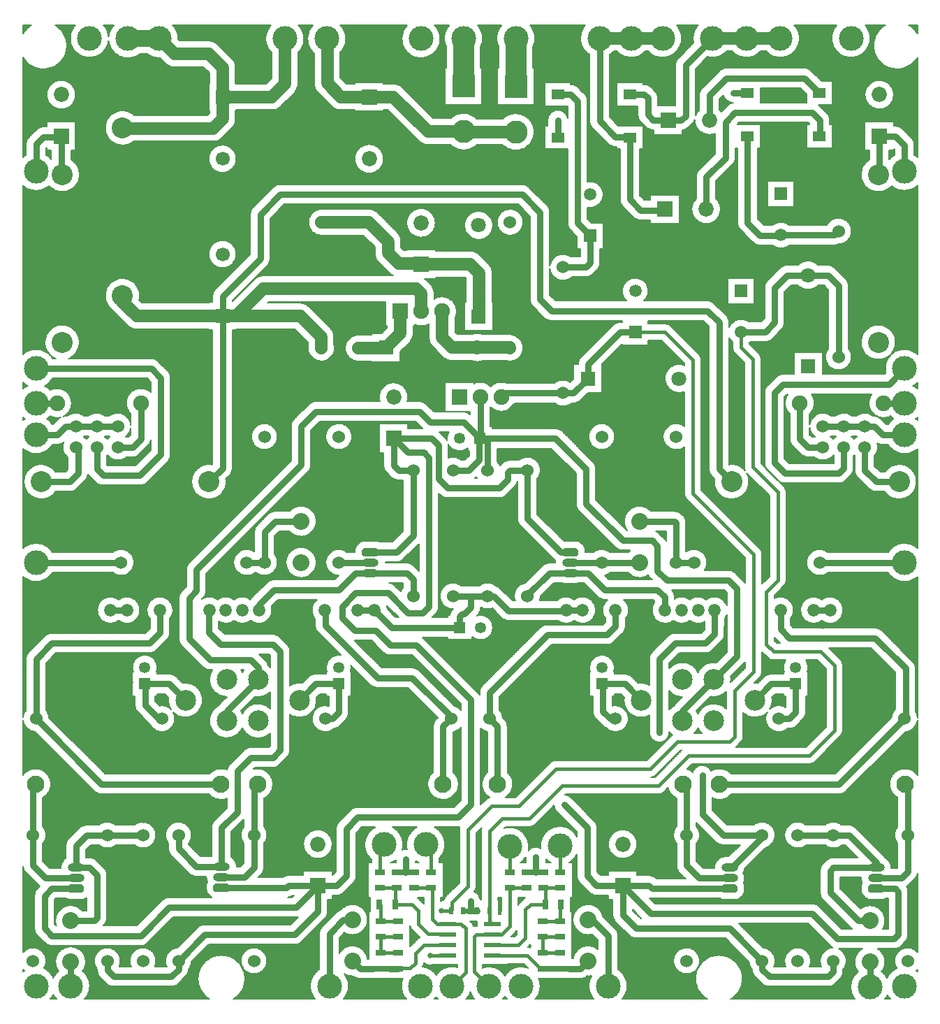
<source format=gtl>
G04 DipTrace 2.4.0.2*
%INMacro_Amp.GTL*%
%MOIN*%
%ADD13C,0.03*%
%ADD14C,0.015*%
%ADD15C,0.06*%
%ADD16C,0.08*%
%ADD17C,0.0276*%
%ADD18C,0.0236*%
%ADD19C,0.1*%
%ADD20C,0.025*%
%ADD21C,0.005*%
%ADD23R,0.0728X0.0728*%
%ADD24C,0.0728*%
%ADD25C,0.0827*%
%ADD26R,0.0531X0.0531*%
%ADD27C,0.0531*%
%ADD28R,0.0669X0.0669*%
%ADD29C,0.0669*%
%ADD30R,0.0591X0.0591*%
%ADD31C,0.0591*%
%ADD32R,0.0512X0.0276*%
%ADD33R,0.0236X0.0354*%
%ADD34C,0.1181*%
%ADD35R,0.1102X0.1102*%
%ADD36C,0.1102*%
%ADD37R,0.0709X0.0709*%
%ADD38C,0.0709*%
%ADD39O,0.0787X0.0394*%
%ADD40C,0.075*%
%ADD41R,0.0276X0.0512*%
%ADD42O,0.0591X0.061*%
%ADD43R,0.0748X0.0748*%
%ADD44C,0.0748*%
%ADD45R,0.0787X0.0236*%
%ADD46R,0.0598X0.0472*%
%ADD47C,0.0984*%
%FSLAX44Y44*%
G04*
G70*
G90*
G75*
G01*
%LNTop*%
%LPD*%
X26300Y29425D2*
D13*
X26800D1*
X27495Y30120D1*
Y30795D1*
X29025Y32325D1*
X29750D1*
X26300Y29425D2*
X23525D1*
X23350Y29250D1*
X29750Y32325D2*
D14*
X31175D1*
X32500Y31000D1*
Y24650D1*
X35400Y21750D1*
Y16150D1*
X34500Y15250D1*
Y13050D1*
X34250Y12800D1*
X31750D1*
X30450Y11500D1*
X25950D1*
X24200Y9750D1*
X22900D1*
X21750Y8600D1*
Y5900D1*
X21000Y5150D1*
Y4791D1*
X20955Y4745D1*
X20500D1*
X19950Y2600D2*
X20797D1*
X20807Y2610D1*
X39450Y31150D2*
D13*
Y34550D1*
X38950Y35050D1*
X38000D1*
X37000D1*
X36400Y34450D1*
Y32800D1*
X35950Y32350D1*
X34825D1*
X34800Y32325D1*
D14*
Y31600D1*
X35350Y31050D1*
Y25900D1*
X36550Y24700D1*
Y20500D1*
X36000Y19950D1*
Y17450D1*
X36350Y17100D1*
X38600D1*
X39250Y16450D1*
Y13350D1*
X38050Y12150D1*
X32300D1*
X30850Y10700D1*
X26250D1*
X24700Y9150D1*
X23400D1*
X22791Y8541D1*
Y4750D1*
Y4252D1*
X22933Y4110D1*
X22350Y29250D2*
D13*
Y27266D1*
X22342Y27258D1*
X22592D1*
X22700Y27150D1*
Y25750D1*
X21050D2*
X21800D1*
X22300Y26250D1*
Y27216D1*
X22342Y27258D1*
X32000Y13796D2*
Y14264D1*
X33500Y15764D1*
X10250Y13800D2*
Y14264D1*
X11750Y15764D1*
Y16350D1*
X11400Y16700D1*
X9450D1*
X8450Y17700D1*
Y19650D1*
X8800Y20000D1*
Y21000D1*
X13800Y26000D1*
Y27850D1*
X14500Y28550D1*
X19450D1*
X19950Y28050D1*
X21550D1*
X22342Y27258D1*
X25942D1*
X27400Y25800D1*
Y24150D1*
X29150Y22400D1*
X30550D1*
X30800Y22150D1*
Y20950D1*
X31250Y20500D1*
X34200D1*
X34600Y20100D1*
Y16864D1*
X33500Y15764D1*
X13026Y46324D2*
D15*
Y44176D1*
X12400Y43550D1*
X10785D1*
X10050D1*
Y44950D1*
X9400Y45600D1*
X7750D1*
X7026Y46324D1*
D16*
X5526D1*
X10050Y43550D2*
D15*
Y42500D1*
X9600Y42050D1*
X5300D1*
X5276Y42074D1*
Y34074D2*
Y33774D1*
X5950Y33100D1*
X10047D1*
X10050Y33097D1*
X13753D1*
X14750Y32100D1*
Y31600D1*
X14776Y31574D1*
X19526Y33324D2*
Y34174D1*
X19300Y34400D1*
X12000D1*
X10697Y33097D1*
X10050D1*
D13*
Y25850D1*
X9400Y25200D1*
X10050Y33097D2*
Y34050D1*
X11850Y35850D1*
Y37950D1*
X12800Y38900D1*
X24350D1*
X25200Y38050D1*
Y33900D1*
X25750Y33350D1*
X33200D1*
X33750Y32800D1*
Y25800D1*
X34350Y25200D1*
X20526Y33324D2*
D15*
Y32074D1*
X21000Y31600D1*
X22200D1*
X22202Y31598D1*
X23752D1*
X23776Y31574D1*
X17100Y21850D2*
D13*
X18350D1*
X19150Y22650D1*
Y25750D1*
X24600D2*
Y23450D1*
X26200Y21850D1*
X26650D1*
X10000Y5850D2*
X13100D1*
X13200Y5950D1*
X14600D1*
X3050Y5800D2*
X1900D1*
X1550Y5450D1*
Y3900D1*
X1900Y3550D1*
X6150D1*
X7500Y4900D1*
X13550D1*
X14600Y5950D1*
Y4700D1*
X13500Y3600D1*
X9200D1*
X7950Y2350D1*
X34250Y5800D2*
X30550D1*
X30400Y5950D1*
X29154D1*
X29150Y5946D1*
X41250Y5800D2*
X42150D1*
X42300Y5650D1*
Y3600D1*
X42100Y3400D1*
X39400D1*
X38200Y4600D1*
X30496D1*
X29150Y5946D1*
Y4550D1*
X29800Y3900D1*
X34250D1*
X35800Y2350D1*
Y1950D1*
X36150Y1600D1*
X38950D1*
X39200Y1850D1*
Y2350D1*
X4550D2*
Y1900D1*
X4850Y1600D1*
X7600D1*
X7950Y1950D1*
Y2350D1*
X18216Y27266D2*
Y25984D1*
X18450Y25750D1*
X19150D1*
X18216Y27266D2*
X20034D1*
X20350Y26950D1*
Y25350D1*
X20800Y24900D1*
X23250D1*
X23650Y25300D1*
Y25650D1*
X23750Y25750D1*
X24600D1*
X29150Y5946D2*
X27904D1*
X27450Y6400D1*
Y8700D1*
X26350Y9800D1*
X21900D2*
X21300Y9200D1*
X16500D1*
X15950Y8650D1*
Y6400D1*
X15500Y5950D1*
X14600D1*
X18216Y27266D2*
X18234D1*
X18900Y26600D1*
X19650D1*
X19900Y26350D1*
Y19250D1*
X19600Y18950D1*
X18900D1*
X17950Y19900D1*
X16400D1*
X15750Y19250D1*
Y18700D1*
X16350Y18100D1*
X17350D1*
X18050Y17400D1*
X19300D1*
X21900Y14800D1*
Y9800D1*
X35105Y43730D2*
X34420Y43750D1*
X26054Y41620D2*
Y42450D1*
X18370Y6574D2*
D17*
X18776D1*
D13*
X18794D1*
D17*
X19200D1*
X18794D2*
D13*
Y7200D1*
X24550Y6574D2*
D17*
X25006D1*
X25380D1*
X25006D2*
D13*
Y7300D1*
X21545Y4745D2*
D18*
X21813D1*
D13*
X21881D1*
X22195D1*
D18*
X22200Y4750D1*
X21881Y4745D2*
D13*
Y5200D1*
X22700Y19750D2*
X21841D1*
X21050D1*
X21378Y18250D2*
Y18778D1*
X21500Y18900D1*
X21600D1*
X21900Y19200D1*
Y19691D1*
X21841Y19750D1*
X17299Y19077D2*
X16512D1*
X26451D2*
X27238D1*
X39049D2*
X38262D1*
X4701D2*
X5488D1*
X17299D2*
X18126Y18250D1*
X21378D1*
X22700Y19750D2*
X23000D1*
X23700Y19050D1*
X26424D1*
X26451Y19077D1*
X42600Y21350D2*
X38550D1*
X38700Y27850D2*
X39700D1*
X40700D1*
X41150D1*
X41550Y27450D1*
X42600D1*
X41600Y28950D2*
X42600D1*
X5200Y21350D2*
X1150D1*
X40700Y26850D2*
Y25750D1*
X41250Y25200D1*
X42350D1*
X5050Y27850D2*
X4050D1*
X3050D1*
X2550D1*
X2150Y27450D1*
X1150D1*
X42600Y40000D2*
Y41250D1*
X42164Y41686D1*
X41400D1*
Y39900D1*
X41350Y39850D1*
X2150Y28950D2*
X1150D1*
X37600D2*
Y27250D1*
X38000Y26850D1*
X38700D1*
X34250Y6800D2*
X34350D1*
X35800Y8250D1*
Y8350D1*
X33537Y19077D2*
Y17937D1*
X33100Y17500D1*
X31650D1*
X30900Y16750D1*
Y13250D1*
X32950Y11200D2*
Y9350D1*
X33950Y8350D1*
X35800D1*
X24600Y19750D2*
Y19800D1*
X25650Y20850D1*
X26650D1*
X27500D1*
X28300Y20050D1*
X30800D1*
X31150Y19700D1*
Y19102D1*
X31175Y19077D1*
X17570Y5826D2*
D14*
X18370D1*
X18294Y5050D2*
Y5750D1*
X18370Y5826D1*
X18294Y5050D2*
X19100D1*
X19400Y4750D1*
Y4100D1*
X19850Y3650D1*
X20767D1*
X20807Y3610D1*
X2350Y41686D2*
D13*
Y39900D1*
X2400Y39850D1*
X2350Y41686D2*
Y41650D1*
X1500D1*
X1150Y41300D1*
Y40000D1*
X21550Y46350D2*
D19*
Y44067D1*
X21559Y44059D1*
X33771Y10780D2*
D13*
X39480D1*
X42600Y13900D1*
X36687Y19077D2*
Y18163D1*
X37100Y17750D1*
X41200D1*
X42650Y16300D1*
Y13950D1*
X42600Y13900D1*
X41250Y6300D2*
X42450D1*
X42750Y6600D1*
Y8350D1*
Y10659D1*
X42629Y10780D1*
X37410Y15556D2*
X36245D1*
X35469Y14780D1*
X36600Y13900D2*
X37100D1*
X37410Y14210D1*
Y15556D1*
X40950Y4264D2*
X40386D1*
X39050Y5600D1*
Y6650D1*
X39200Y6800D1*
X41250D1*
Y7050D1*
X39950Y8350D1*
X39200D1*
X37500D1*
X40950Y1100D2*
Y2296D1*
X31050Y46350D2*
D15*
X29550D1*
X28050D1*
D13*
Y42400D1*
X28800Y41650D1*
X29465D1*
X29495Y41620D1*
Y38655D1*
X30000Y38150D1*
X31125D1*
X31166Y38191D1*
X1400Y25200D2*
X2750D1*
X3150Y25600D1*
Y26750D1*
X3050Y26850D1*
X16526Y31574D2*
D15*
X17826D1*
X17851Y31598D1*
X18526Y33324D2*
Y32274D1*
X17851Y31598D1*
X7950Y8350D2*
D13*
Y7700D1*
X8800Y6850D1*
X10000D1*
Y8700D1*
X10750Y9450D1*
Y11400D1*
X11400Y12050D1*
X12450D1*
X12800Y12400D1*
Y17100D1*
X12450Y17450D1*
X9950D1*
X9400Y18000D1*
Y19052D1*
X9425Y19077D1*
X11787D2*
Y19337D1*
X12500Y20050D1*
X15600D1*
X16400Y20850D1*
X17100D1*
X18850D1*
X19150Y20550D1*
Y19750D1*
X24050Y46350D2*
D19*
Y44050D1*
X22800Y13900D2*
D13*
Y15150D1*
X25550Y17900D1*
X28400D1*
X28813Y18313D1*
Y19077D1*
X23171Y10780D2*
Y13529D1*
X22800Y13900D1*
X26180Y6574D2*
D14*
Y7820D1*
X26150Y7850D1*
X28160Y15556D2*
D13*
X29255D1*
X30031Y14780D1*
X28160Y15556D2*
X28200D1*
Y14250D1*
X28550Y13900D1*
X28800D1*
X27500Y4314D2*
X27686D1*
X28450Y3550D1*
Y1150D1*
X16250Y4314D2*
X15814D1*
X15150Y3650D1*
Y1150D1*
X24050Y41883D2*
D15*
X21567D1*
X21559Y41891D1*
X17050Y43550D2*
X18200D1*
X19850Y41900D1*
X21550D1*
X17050Y43550D2*
X15700D1*
X15050Y44200D1*
Y46300D1*
X15026Y46324D1*
X14776Y37574D2*
X16526D1*
X17026D1*
X17950Y36650D1*
Y36100D1*
X18450Y35600D1*
X19500D1*
X19526Y35574D1*
X21876D1*
X22300Y35150D1*
Y33097D1*
X22276Y33074D1*
X33134Y38191D2*
D13*
Y39734D1*
X34050Y40650D1*
Y42350D1*
X34500Y42800D1*
X38200D1*
X38550Y42450D1*
Y41683D1*
X38546Y41679D1*
X23750Y6574D2*
D14*
Y7800D1*
X26054Y43671D2*
D13*
X26679D1*
X27000Y43350D1*
Y37525D1*
X27600Y36925D1*
Y35650D1*
X27400Y35450D1*
X26325D1*
X26300Y35425D1*
X9979Y10779D2*
X4271D1*
X1150Y13900D1*
Y16750D1*
X1900Y17500D1*
X6550D1*
X7063Y18013D1*
Y19077D1*
X29950Y23314D2*
X31636D1*
X31700Y23250D1*
Y21350D1*
X32550D1*
X34250Y6300D2*
X32800D1*
X32200Y6900D1*
Y8350D1*
Y10609D1*
X32029Y10780D1*
X26650Y21350D2*
X28150D1*
X29950D1*
Y21346D1*
X3050Y6300D2*
X1600D1*
X1000Y6900D1*
Y8350D1*
Y10658D1*
X1121Y10779D1*
X6340Y15556D2*
X7509D1*
X8281Y14784D1*
X7150Y13900D2*
X7000D1*
X6350Y14550D1*
Y15546D1*
X6340Y15556D1*
X2800Y4269D2*
X3919D1*
X4050Y4400D1*
Y6450D1*
X3700Y6800D1*
X3050D1*
Y7850D1*
X3550Y8350D1*
X4550D1*
X6250D1*
X2800Y1150D2*
Y2300D1*
X20579Y10779D2*
Y13529D1*
X20950Y13900D1*
X21050D1*
X19100Y15850D1*
X17450D1*
X14950Y18350D1*
Y19064D1*
X14937Y19077D1*
X15594Y15556D2*
X14495D1*
X13719Y14780D1*
X15594Y15556D2*
Y14194D1*
X15300Y13900D1*
X14950D1*
X39700Y26850D2*
Y25850D1*
X39450Y25600D1*
X36900D1*
X36400Y26100D1*
Y29450D1*
X36800Y29850D1*
X41850D1*
X42600Y30600D1*
X20807Y4110D2*
D14*
X21440D1*
X21650Y3900D1*
Y1800D1*
X21000Y1150D1*
X19200Y5826D2*
X20000D1*
X20807Y4110D2*
X20290D1*
X20050Y4350D1*
Y5776D1*
X20000Y5826D1*
X11200Y21350D2*
D13*
X12050D1*
X13800Y23314D2*
X12564D1*
X12050Y22800D1*
Y21350D1*
X10000Y6350D2*
X11100D1*
X11550Y6800D1*
Y8350D1*
Y10608D1*
X11721Y10779D1*
X17100Y21350D2*
X15600D1*
X22933Y3610D2*
D14*
X22160D1*
X22050Y3500D1*
Y1850D1*
X22750Y1150D1*
X24550Y5826D2*
X23750D1*
X22933Y3610D2*
X23360D1*
X23750Y4000D1*
Y5826D1*
X26180D2*
X25380D1*
X25456Y5050D2*
Y5750D1*
X25380Y5826D1*
X22933Y3110D2*
X24160D1*
X24500Y3450D1*
Y4800D1*
X24750Y5050D1*
X25456D1*
X25330Y4244D2*
X26146D1*
X26150Y4240D1*
Y5050D1*
X26204D1*
X26150Y2724D2*
X25330D1*
X26150Y3496D2*
X25330D1*
Y2724D2*
Y3496D1*
Y1976D2*
D17*
X25692D1*
Y1980D1*
X26150D1*
X26606D1*
D13*
X27134D1*
X27500Y2346D1*
X22933Y2610D2*
D14*
X24590D1*
X25200Y2000D1*
X25350D1*
Y1950D1*
X25662D1*
X25692Y1980D1*
X5050Y26850D2*
D13*
X5750D1*
X6150Y27250D1*
Y28950D1*
X18420Y4240D2*
D14*
X17604D1*
X17600Y4244D1*
Y4996D1*
X17546Y5050D1*
X18420Y2724D2*
X17600D1*
Y3496D1*
X18420D2*
X17600D1*
Y1976D2*
D17*
X18030D1*
D13*
X18416D1*
D17*
X18420Y1980D1*
X17600Y1976D2*
X17218D1*
D13*
X16620D1*
X16250Y2346D1*
X20807Y3110D2*
D14*
X19660D1*
X19250Y2700D1*
Y2250D1*
X19000Y2000D1*
X18440D1*
X18420Y1980D1*
X17570Y6574D2*
Y7720D1*
X17750Y7900D1*
X33425Y46350D2*
D15*
X35050D1*
X36675D1*
X29495Y43671D2*
D13*
X30179D1*
X30350Y43500D1*
Y42700D1*
X30600Y42450D1*
X31306D1*
X31316Y42441D1*
X31941D1*
X32150Y42650D1*
Y45075D1*
X33425Y46350D1*
X20000Y6574D2*
D14*
Y7650D1*
X19750Y7900D1*
X33284Y42441D2*
D13*
Y43634D1*
X34100Y44450D1*
X37826D1*
X38546Y43730D1*
X35105Y41679D2*
Y37545D1*
X35700Y36950D1*
X36694D1*
X36700Y36956D1*
X39256D1*
X39450Y37150D1*
X1150Y30600D2*
X6650D1*
X7100Y30150D1*
Y26500D1*
X6100Y25500D1*
X4350D1*
X4050Y25800D1*
Y26850D1*
D20*
X20500Y4745D3*
X19950Y2600D3*
X26350Y9800D3*
X21900D3*
D3*
X34420Y43750D3*
X26054Y42450D3*
X18794Y7200D3*
X25006Y7300D3*
X21881Y5200D3*
X30900Y13250D3*
X32950Y11200D3*
X8300Y46550D3*
X9300Y46600D3*
X10200Y46150D3*
X10850Y45200D3*
X10900Y44400D3*
X12100D3*
Y45550D3*
X11950Y46750D3*
X4600Y45650D3*
X5500Y45200D3*
X6800D3*
X7800Y44800D3*
X9100Y44750D3*
X9150Y43750D3*
Y42950D3*
X7700D3*
X6000Y42900D3*
X4600Y42800D3*
X4400Y41600D3*
X5850Y41100D3*
X7650Y41150D3*
X10550Y41700D3*
X9000Y41200D3*
X10850Y42750D3*
X12500D3*
X13300Y43250D3*
X14050Y44350D3*
Y45850D3*
X14800Y43300D3*
X15800Y42700D3*
X17050Y42650D3*
X17950D3*
X18600Y42000D3*
X19600Y41150D3*
X21550Y40850D3*
X22800Y41100D3*
X24050Y40850D3*
X25150Y41900D3*
X24050Y42950D3*
X22800D3*
X21550Y43000D3*
X20200Y42750D3*
X19450Y43500D3*
X18500Y44300D3*
X17050Y44400D3*
X16000Y44500D3*
Y45850D3*
X16050Y46750D3*
X20500Y45750D3*
Y44100D3*
X22800Y44050D3*
Y45400D3*
Y46400D3*
X25250Y46350D3*
X25200Y45450D3*
X25100Y44000D3*
X27000Y46350D3*
X27400Y45450D3*
X27450Y43900D3*
X26050Y43000D3*
X26300Y44400D3*
X27600Y41800D3*
X28850Y41000D3*
X27600Y39700D3*
X28350Y38900D3*
X27600Y37950D3*
X28800Y45500D3*
X30300Y45450D3*
X32250Y46400D3*
X31250Y43250D3*
X31500Y44650D3*
X30250Y44350D3*
X28700Y43700D3*
X29450Y42650D3*
X31300Y41550D3*
X32400Y41950D3*
X33350Y41550D3*
X32750Y44050D3*
X33250Y45250D3*
X34250Y45550D3*
X35850D3*
X37800Y46350D3*
X30350Y41550D3*
X30150Y40700D3*
Y39100D3*
X31150D3*
X32150Y38200D3*
X31200Y37300D3*
X29400Y37850D3*
X38200Y45000D3*
X39400Y43750D3*
X39350Y41700D3*
X37750Y41650D3*
X35950Y41700D3*
X35800Y39900D3*
X35950Y37600D3*
X37900Y37550D3*
X40350Y37100D3*
X39500Y37900D3*
X39200Y36300D3*
X36750Y36150D3*
X34900Y36800D3*
X34200Y38200D3*
X34250Y39750D3*
X32550Y40050D3*
X42800Y42000D3*
X41400Y42550D3*
X40550Y41750D3*
X36800Y43650D3*
X40300Y39850D3*
X41350Y38800D3*
X42700Y38850D3*
X26300Y40800D3*
Y39100D3*
X26350Y37250D3*
X26950Y36100D3*
X25800Y36000D3*
X25250Y38950D3*
X23550Y39550D3*
X21450Y39600D3*
X18850Y39550D3*
X15700D3*
X11700Y38900D3*
X13200Y39550D3*
X11250Y37050D3*
X10550Y35450D3*
X9400Y33900D3*
X6600D3*
X5250Y35050D3*
X4200Y34050D3*
X4950Y32900D3*
X6600Y32300D3*
X9400Y32250D3*
X2350Y42600D3*
X3250Y41700D3*
X850Y41950D3*
X3350Y39850D3*
X2450Y38800D3*
X1050Y38750D3*
X10900Y32250D3*
X9400Y30200D3*
Y28550D3*
X9450Y26350D3*
X8300Y25150D3*
X9450Y24150D3*
X10500Y25250D3*
X10700Y27350D3*
Y29950D3*
X13350Y32300D3*
X13900Y31500D3*
X14800Y30700D3*
X15700Y31500D3*
X14950Y33100D3*
X15950Y33650D3*
X17600D3*
X17550Y32550D3*
X16500Y32400D3*
X16600Y30750D3*
X17850Y30800D3*
X18800Y31300D3*
X19550Y32450D3*
X19750Y31650D3*
X22200Y30800D3*
X23800Y30750D3*
X24550Y31600D3*
X23750Y32450D3*
X21400Y33100D3*
X20950Y34500D3*
X23200Y33150D3*
X22700Y36000D3*
X23150Y34900D3*
X21550Y36400D3*
X19550Y36450D3*
X18050Y37700D3*
X15850Y38350D3*
X13950Y37500D3*
X15650Y36800D3*
X16900Y36600D3*
X17550Y35300D3*
X15650Y35200D3*
X13800D3*
X12250D3*
X12500Y36650D3*
X12850Y37950D3*
X21100Y38200D3*
X24550Y37050D3*
Y35200D3*
X25050Y33150D3*
X26400Y32750D3*
X28400D3*
X27650Y31900D3*
X26650Y30200D3*
X25000Y30050D3*
X23400Y30150D3*
X21350D3*
X20400Y29250D3*
X19000D3*
X17300Y29150D3*
X15650Y29200D3*
X13700Y28650D3*
X13200Y27050D3*
X12650Y25800D3*
X11450Y24650D3*
X9800Y23050D3*
X8150Y21200D3*
X26000Y34150D3*
X27450Y34100D3*
X28050Y35100D3*
X28450Y36900D3*
X31700Y34050D3*
X33950Y33550D3*
X35700Y33000D3*
X36150Y35250D3*
X38000Y35900D3*
X39600Y35300D3*
X38700Y34250D3*
X37200Y34300D3*
X36700Y32100D3*
X35600Y31700D3*
X40050Y33150D3*
X40250Y31100D3*
X39500Y30450D3*
X38800Y31750D3*
X41400Y30500D3*
X37050Y30450D3*
X35950Y30050D3*
X1150Y31750D3*
X3700Y31200D3*
X5600D3*
X7400Y30850D3*
X7750Y29400D3*
Y27300D3*
X7150Y25550D3*
X5750Y26150D3*
X5400Y24850D3*
X3700Y25200D3*
X2200Y24550D3*
X2450Y25850D3*
X850Y26250D3*
X4100Y30000D3*
X3200Y29000D3*
X5100D3*
X2150Y29900D3*
X6100D3*
X1100Y22500D3*
X3250Y22000D3*
X5200Y22200D3*
X6050Y21350D3*
X5200Y20550D3*
X3350Y20650D3*
X1150Y20200D3*
X5050Y19800D3*
X5100Y18350D3*
X6300Y19050D3*
X3950Y19100D3*
X6150Y18250D3*
X3450Y18100D3*
X1050Y17700D3*
X7750Y18200D3*
X7400Y17250D3*
X5500Y16900D3*
X3950Y16850D3*
X2100Y16700D3*
X1850Y15750D3*
X1900Y14250D3*
X2650Y13300D3*
X3550Y12350D3*
X4550Y11450D3*
X6150D3*
X7800Y11500D3*
X10100Y11700D3*
X10700Y12350D3*
X12100Y12700D3*
X11000Y13100D3*
X9150Y13800D3*
X8000Y13850D3*
X7150Y13050D3*
X6350Y13700D3*
X5700Y14450D3*
X5650Y15650D3*
X9450Y14750D3*
X8950Y15750D3*
X8000Y16500D3*
X11850Y14800D3*
X9900Y20400D3*
X11150Y20450D3*
X10300Y21300D3*
X11300Y22450D3*
X13150Y24350D3*
X14450Y25650D3*
X14600Y27550D3*
X16800Y27700D3*
X17450Y26250D3*
X18450Y24900D3*
Y23050D3*
X17850Y22550D3*
X16100Y22150D3*
X14750Y21350D3*
X13800Y22350D3*
X12900Y21350D3*
X14800Y23350D3*
X31700Y32700D3*
X32950Y32600D3*
X33100Y30950D3*
X33050Y28650D3*
X33100Y25850D3*
X34000Y24200D3*
X36000Y21350D3*
X35450Y24850D3*
X34650Y26600D3*
X34550Y30550D3*
X38750Y29000D3*
X40400D3*
X41600Y26300D3*
X42950D3*
X37200Y26500D3*
X40200Y25100D3*
X42950Y24050D3*
X41500Y24300D3*
X37400Y24850D3*
X37250Y23150D3*
Y21500D3*
X37200Y20400D3*
X38650Y19850D3*
X39850Y19050D3*
X38700Y18300D3*
X37500Y19100D3*
X39100Y20700D3*
X41700Y20650D3*
X41750Y22100D3*
X39100Y22050D3*
X42350Y17600D3*
X39550Y17050D3*
X41350Y16600D3*
X41850Y14500D3*
X40850Y13200D3*
X39150Y11550D3*
X40000Y14900D3*
X37350Y11500D3*
X34400Y11550D3*
X42700Y12950D3*
X39950Y10150D3*
X41950Y10100D3*
X42000Y7500D3*
X40550Y8900D3*
X38300Y9050D3*
X36650Y8350D3*
X35300Y9000D3*
X33750Y9650D3*
X35300Y10100D3*
X37350D3*
X39800Y7450D3*
X38350Y7700D3*
X36050Y7500D3*
X35250Y6450D3*
X38350Y6200D3*
X39550Y4150D3*
X37400Y5200D3*
X35250Y5250D3*
X42950Y4700D3*
X40500Y5200D3*
X40000Y2350D3*
X39750Y1050D3*
X38350Y2400D3*
X36650Y2450D3*
X37850Y3950D3*
X35300D3*
X35500Y1350D3*
X33950Y3300D3*
X31500D3*
X29050Y3800D3*
X29550Y1100D3*
X29150Y2050D3*
X28200Y5150D3*
X26850Y6800D3*
X26800Y5000D3*
X27150Y3300D3*
X27250Y1050D3*
X25550Y1100D3*
X23550Y2000D3*
X20300D3*
X22250Y5800D3*
Y8000D3*
X20750Y5800D3*
X21150Y8450D3*
X18750Y8550D3*
X16750Y8500D3*
X16700Y6250D3*
X15500Y4950D3*
X16850Y5100D3*
X16350Y3300D3*
X14200Y3150D3*
X13900Y1150D3*
X16450Y1050D3*
X18200D3*
X11600D3*
X12350Y2950D3*
X10600Y2900D3*
X8700Y2100D3*
X7400Y900D3*
X5150D3*
X3700Y2150D3*
X5450Y2500D3*
X7100Y2450D3*
X7800Y4150D3*
X13050Y4300D3*
X10550Y4250D3*
X1900Y2150D3*
X1250Y3300D3*
X800Y5900D3*
X2850Y5150D3*
X4800Y4300D3*
X6400Y4800D3*
X8150Y5550D3*
X8000Y6750D3*
X7100Y8300D3*
X5400Y7700D3*
X3950Y7600D3*
X4700Y5800D3*
X9100Y7600D3*
X9900Y9700D3*
X9050Y10100D3*
X6750Y10150D3*
X4600Y10100D3*
X3250Y10850D3*
X2050Y12000D3*
X900Y12400D3*
X10750Y7750D3*
X12350Y6600D3*
X14600Y6900D3*
X12350Y8350D3*
X12700Y10800D3*
X15550Y9400D3*
X17350Y9900D3*
X19400D3*
X21300Y12350D3*
X17150Y17250D3*
X19100Y16550D3*
X13850Y13600D3*
X15600Y13200D3*
X16450Y15750D3*
X14700Y16350D3*
X13450Y16400D3*
X13200Y17750D3*
X10900Y18250D3*
X12850Y19300D3*
X14100D3*
X14250Y18400D3*
X15050Y17250D3*
X18750Y15150D3*
X19950Y13950D3*
X19850Y11550D3*
X22500Y12250D3*
X24150Y10650D3*
X26250Y12150D3*
X30000D3*
X28950Y14750D3*
X29950Y13600D3*
X27550Y14400D3*
X28650Y13150D3*
X27400Y15550D3*
X23800Y12550D3*
X23600Y14150D3*
X24100Y15450D3*
X25100Y16350D3*
X26100Y17250D3*
X27800Y17300D3*
X29150Y17650D3*
X29500Y18550D3*
X29600Y19200D3*
X30400D3*
X31100Y18350D3*
X32800Y18200D3*
X30700Y17600D3*
X30250Y15850D3*
X28900Y16250D3*
X32800Y16750D3*
X33650Y14750D3*
X35200Y13800D3*
X35150Y12800D3*
X37650D3*
X36750Y13100D3*
X38650Y13600D3*
X38700Y16150D3*
X38100Y14800D3*
X36200Y16400D3*
X23700Y20300D3*
X25200Y21500D3*
X24000Y22900D3*
X23900Y24300D3*
X22450D3*
X20550Y24200D3*
X20600Y20550D3*
X21450Y26500D3*
X23500Y26550D3*
X26150Y26100D3*
X26700Y24550D3*
X27600Y23000D3*
X26450Y22550D3*
X25300Y24350D3*
X23100Y27900D3*
X24100Y28750D3*
X25850D3*
X27400Y29050D3*
X28350Y29950D3*
X28850Y31150D3*
X30350Y31550D3*
X31650Y31000D3*
X31000Y30100D3*
X31850Y29100D3*
X25700Y27900D3*
X27050Y27100D3*
X28100Y25300D3*
X29100Y23350D3*
X29950Y24200D3*
X31350Y23950D3*
X32400Y22700D3*
X33050Y21950D3*
X33800Y21150D3*
X34700Y21400D3*
X33800Y22500D3*
X31950Y25000D3*
X29050Y6800D3*
X28050Y8050D3*
X27450Y9650D3*
X29050Y10200D3*
X31300Y10100D3*
X31400Y8400D3*
X31650Y6450D3*
X20500Y22550D3*
X25950Y20050D3*
X28000Y18700D3*
X24900Y18350D3*
X23750Y17150D3*
X22200Y15550D3*
X20050Y17650D3*
X21100Y16600D3*
X22050Y17550D3*
X23150Y18250D3*
X22700Y18900D3*
X2050Y10750D3*
X1800Y8300D3*
X2050Y7000D3*
X2850Y8500D3*
X4500Y9150D3*
X6300Y9050D3*
X25000Y7950D3*
X25800Y9400D3*
X33100Y6900D3*
X33000Y8400D3*
X34350Y7750D3*
X31650Y14800D3*
X19200Y21550D3*
X530Y46926D2*
D21*
X863D1*
X2137D2*
X2981D1*
X4419D2*
X4830D1*
X7723D2*
X12330D1*
X13723D2*
X14330D1*
X15723D2*
X18830D1*
X20223D2*
X20831D1*
X22269D2*
X23331D1*
X24769D2*
X27331D1*
X31769D2*
X32706D1*
X37394D2*
X39331D1*
X40769D2*
X41613D1*
X42887D2*
X43220D1*
X530Y46878D2*
X797D1*
X2203D2*
X2945D1*
X4455D2*
X4790D1*
X7762D2*
X12290D1*
X13762D2*
X14290D1*
X15762D2*
X18790D1*
X20262D2*
X20795D1*
X22305D2*
X23295D1*
X24805D2*
X27295D1*
X31805D2*
X32670D1*
X37430D2*
X39295D1*
X40805D2*
X41547D1*
X42953D2*
X43220D1*
X530Y46829D2*
X740D1*
X2260D2*
X2913D1*
X4487D2*
X4756D1*
X7797D2*
X12256D1*
X13797D2*
X14256D1*
X15797D2*
X18756D1*
X20297D2*
X20763D1*
X22337D2*
X23263D1*
X24837D2*
X27263D1*
X31837D2*
X32638D1*
X37462D2*
X39263D1*
X40837D2*
X41490D1*
X43010D2*
X43220D1*
X530Y46780D2*
X690D1*
X2310D2*
X2884D1*
X4516D2*
X4726D1*
X7827D2*
X12226D1*
X13827D2*
X14226D1*
X15827D2*
X18726D1*
X20327D2*
X20734D1*
X22366D2*
X23234D1*
X24866D2*
X27234D1*
X31866D2*
X32609D1*
X37491D2*
X39234D1*
X40866D2*
X41440D1*
X43060D2*
X43220D1*
X530Y46732D2*
X645D1*
X2355D2*
X2861D1*
X4539D2*
X4699D1*
X7853D2*
X12199D1*
X13853D2*
X14199D1*
X15853D2*
X18699D1*
X20353D2*
X20711D1*
X22389D2*
X23211D1*
X24889D2*
X27211D1*
X31889D2*
X32586D1*
X37514D2*
X39211D1*
X40889D2*
X41395D1*
X43105D2*
X43220D1*
X530Y46683D2*
X606D1*
X2394D2*
X2840D1*
X4560D2*
X4677D1*
X7876D2*
X12177D1*
X13876D2*
X14177D1*
X15876D2*
X18677D1*
X20376D2*
X20690D1*
X22410D2*
X23190D1*
X24910D2*
X27190D1*
X31910D2*
X32565D1*
X37535D2*
X39190D1*
X40910D2*
X41356D1*
X43144D2*
X43220D1*
X530Y46634D2*
X570D1*
X2430D2*
X2823D1*
X4577D2*
X4658D1*
X7894D2*
X12158D1*
X13894D2*
X14158D1*
X15894D2*
X18658D1*
X20394D2*
X20673D1*
X22427D2*
X23173D1*
X24927D2*
X27173D1*
X31927D2*
X32548D1*
X37552D2*
X39173D1*
X40927D2*
X41320D1*
X43180D2*
X43220D1*
X2461Y46585D2*
X2809D1*
X4591D2*
X4642D1*
X7911D2*
X12142D1*
X13911D2*
X14142D1*
X15911D2*
X18642D1*
X20411D2*
X20659D1*
X22441D2*
X23159D1*
X24941D2*
X27159D1*
X31941D2*
X32534D1*
X37566D2*
X39159D1*
X40941D2*
X41289D1*
X2489Y46537D2*
X2797D1*
X4603D2*
X4629D1*
X7923D2*
X12129D1*
X13923D2*
X14129D1*
X15923D2*
X18629D1*
X20423D2*
X20647D1*
X22453D2*
X23147D1*
X24953D2*
X27147D1*
X31953D2*
X32522D1*
X37578D2*
X39147D1*
X40953D2*
X41261D1*
X2514Y46488D2*
X2788D1*
X7934D2*
X12119D1*
X13934D2*
X14119D1*
X15934D2*
X18619D1*
X20434D2*
X20638D1*
X22462D2*
X23138D1*
X24962D2*
X27138D1*
X31962D2*
X32513D1*
X37587D2*
X39138D1*
X40962D2*
X41236D1*
X2537Y46439D2*
X2782D1*
X7941D2*
X12111D1*
X13941D2*
X14111D1*
X15941D2*
X18611D1*
X20441D2*
X20632D1*
X22468D2*
X23132D1*
X24968D2*
X27132D1*
X31968D2*
X32507D1*
X37593D2*
X39132D1*
X40968D2*
X41213D1*
X2556Y46391D2*
X2778D1*
X7946D2*
X12106D1*
X13946D2*
X14106D1*
X15946D2*
X18606D1*
X20446D2*
X20628D1*
X22472D2*
X23128D1*
X24972D2*
X27128D1*
X31972D2*
X32503D1*
X37597D2*
X39128D1*
X40972D2*
X41194D1*
X2573Y46342D2*
X2777D1*
X7948D2*
X12104D1*
X13948D2*
X14104D1*
X15948D2*
X18604D1*
X20448D2*
X20627D1*
X22473D2*
X23127D1*
X24973D2*
X27127D1*
X31973D2*
X32502D1*
X37598D2*
X39127D1*
X40973D2*
X41177D1*
X2587Y46293D2*
X2779D1*
X7948D2*
X12105D1*
X13948D2*
X14105D1*
X15948D2*
X18605D1*
X20448D2*
X20629D1*
X22471D2*
X23129D1*
X24971D2*
X27129D1*
X31971D2*
X32504D1*
X37596D2*
X39129D1*
X40971D2*
X41163D1*
X2599Y46245D2*
X2784D1*
X7997D2*
X12107D1*
X13945D2*
X14107D1*
X15945D2*
X18607D1*
X20445D2*
X20634D1*
X22466D2*
X23134D1*
X24966D2*
X27134D1*
X31966D2*
X32509D1*
X37591D2*
X39134D1*
X40966D2*
X41151D1*
X2609Y46196D2*
X2791D1*
X9599D2*
X12113D1*
X13940D2*
X14113D1*
X15940D2*
X18613D1*
X20440D2*
X20641D1*
X22459D2*
X23141D1*
X24959D2*
X27141D1*
X31959D2*
X32516D1*
X37584D2*
X39141D1*
X40959D2*
X41141D1*
X2616Y46147D2*
X2800D1*
X4600D2*
X4621D1*
X9711D2*
X12121D1*
X13932D2*
X14121D1*
X15932D2*
X18621D1*
X20432D2*
X20650D1*
X22450D2*
X23150D1*
X24950D2*
X27150D1*
X31950D2*
X32525D1*
X37575D2*
X39150D1*
X40950D2*
X41134D1*
X2622Y46099D2*
X2813D1*
X4587D2*
X4632D1*
X9785D2*
X12132D1*
X13921D2*
X14132D1*
X15921D2*
X18632D1*
X20421D2*
X20663D1*
X22437D2*
X23163D1*
X24937D2*
X27163D1*
X31937D2*
X32495D1*
X37562D2*
X39163D1*
X40937D2*
X41128D1*
X2625Y46050D2*
X2828D1*
X4572D2*
X4645D1*
X9841D2*
X12145D1*
X13907D2*
X14145D1*
X15907D2*
X18645D1*
X20407D2*
X20678D1*
X22422D2*
X23178D1*
X24922D2*
X27178D1*
X31922D2*
X32445D1*
X37547D2*
X39178D1*
X40922D2*
X41125D1*
X2626Y46001D2*
X2846D1*
X4554D2*
X4663D1*
X9891D2*
X12163D1*
X13891D2*
X14163D1*
X15891D2*
X18663D1*
X20391D2*
X20696D1*
X22404D2*
X23196D1*
X24904D2*
X27196D1*
X31904D2*
X32397D1*
X37529D2*
X39196D1*
X40904D2*
X41124D1*
X2625Y45953D2*
X2868D1*
X4532D2*
X4682D1*
X9939D2*
X12182D1*
X13870D2*
X14182D1*
X15870D2*
X18682D1*
X20370D2*
X20718D1*
X22382D2*
X23218D1*
X24882D2*
X27218D1*
X31882D2*
X32349D1*
X37507D2*
X39218D1*
X40882D2*
X41125D1*
X2622Y45904D2*
X2893D1*
X4507D2*
X4706D1*
X9987D2*
X12206D1*
X13847D2*
X14206D1*
X15847D2*
X18706D1*
X20347D2*
X20718D1*
X22382D2*
X23218D1*
X24882D2*
X27243D1*
X31857D2*
X32299D1*
X37482D2*
X39243D1*
X40857D2*
X41128D1*
X2617Y45855D2*
X2923D1*
X4477D2*
X4733D1*
X10037D2*
X12233D1*
X13820D2*
X14233D1*
X15820D2*
X18733D1*
X20320D2*
X20718D1*
X22382D2*
X23218D1*
X24882D2*
X27273D1*
X31827D2*
X32251D1*
X37452D2*
X39273D1*
X40827D2*
X41133D1*
X2609Y45806D2*
X2956D1*
X4444D2*
X4763D1*
X10085D2*
X12263D1*
X13789D2*
X14263D1*
X15789D2*
X18763D1*
X20289D2*
X20718D1*
X22382D2*
X23218D1*
X24882D2*
X27306D1*
X31794D2*
X32202D1*
X37419D2*
X39306D1*
X40794D2*
X41141D1*
X2600Y45758D2*
X2995D1*
X4405D2*
X4799D1*
X10134D2*
X12299D1*
X13754D2*
X14299D1*
X15754D2*
X18799D1*
X20254D2*
X20718D1*
X22382D2*
X23218D1*
X24882D2*
X27345D1*
X31755D2*
X32153D1*
X37380D2*
X39345D1*
X40755D2*
X41150D1*
X2587Y45709D2*
X3038D1*
X4362D2*
X4840D1*
X10183D2*
X12340D1*
X13712D2*
X14340D1*
X15712D2*
X18840D1*
X20212D2*
X20718D1*
X22382D2*
X23218D1*
X24882D2*
X27388D1*
X28712D2*
X28888D1*
X30212D2*
X30388D1*
X31712D2*
X32105D1*
X34087D2*
X34388D1*
X35712D2*
X36013D1*
X37337D2*
X39388D1*
X40712D2*
X41163D1*
X2573Y45660D2*
X3090D1*
X4310D2*
X4888D1*
X10231D2*
X12388D1*
X13666D2*
X14388D1*
X15682D2*
X18888D1*
X20166D2*
X20718D1*
X22382D2*
X23218D1*
X24882D2*
X27440D1*
X28660D2*
X28940D1*
X30160D2*
X30440D1*
X31660D2*
X32056D1*
X34035D2*
X34440D1*
X35660D2*
X36065D1*
X37285D2*
X39440D1*
X40660D2*
X41177D1*
X2557Y45612D2*
X3150D1*
X4250D2*
X4943D1*
X10280D2*
X12395D1*
X13659D2*
X14418D1*
X15682D2*
X18943D1*
X20110D2*
X20718D1*
X22382D2*
X23218D1*
X24882D2*
X27500D1*
X28600D2*
X29000D1*
X30100D2*
X30500D1*
X31600D2*
X32007D1*
X33975D2*
X34500D1*
X35600D2*
X36125D1*
X37225D2*
X39500D1*
X40600D2*
X41193D1*
X2537Y45563D2*
X3224D1*
X4176D2*
X5009D1*
X6044D2*
X6509D1*
X10329D2*
X12395D1*
X13659D2*
X14418D1*
X15682D2*
X19009D1*
X20044D2*
X20718D1*
X22382D2*
X23218D1*
X24882D2*
X27568D1*
X28532D2*
X29074D1*
X30026D2*
X30574D1*
X31526D2*
X31959D1*
X33901D2*
X34574D1*
X35526D2*
X36199D1*
X37151D2*
X39574D1*
X40526D2*
X41213D1*
X2516Y45514D2*
X3316D1*
X4084D2*
X5089D1*
X5963D2*
X6589D1*
X10377D2*
X12395D1*
X13659D2*
X14418D1*
X15682D2*
X19089D1*
X19963D2*
X20718D1*
X22382D2*
X23218D1*
X24882D2*
X27568D1*
X28532D2*
X29166D1*
X29934D2*
X30666D1*
X31434D2*
X31910D1*
X33809D2*
X34666D1*
X35434D2*
X36291D1*
X37059D2*
X39666D1*
X40434D2*
X41234D1*
X2491Y45466D2*
X3451D1*
X3949D2*
X5196D1*
X5856D2*
X6696D1*
X10426D2*
X12395D1*
X13659D2*
X14418D1*
X15682D2*
X19196D1*
X19856D2*
X20718D1*
X22382D2*
X23218D1*
X24882D2*
X27568D1*
X28532D2*
X29301D1*
X29799D2*
X30801D1*
X31299D2*
X31861D1*
X33674D2*
X34801D1*
X35299D2*
X36426D1*
X36924D2*
X39801D1*
X40299D2*
X41259D1*
X2462Y45417D2*
X5381D1*
X5672D2*
X6881D1*
X10475D2*
X12395D1*
X13659D2*
X14418D1*
X15682D2*
X19381D1*
X19672D2*
X20718D1*
X22382D2*
X23218D1*
X24882D2*
X27568D1*
X28532D2*
X31813D1*
X33171D2*
X41288D1*
X530Y45368D2*
X569D1*
X2431D2*
X7090D1*
X10522D2*
X12395D1*
X13659D2*
X14418D1*
X15682D2*
X20718D1*
X22382D2*
X23218D1*
X24882D2*
X27568D1*
X28532D2*
X31769D1*
X33123D2*
X41319D1*
X43181D2*
X43220D1*
X530Y45320D2*
X604D1*
X2396D2*
X7139D1*
X10562D2*
X12395D1*
X13659D2*
X14418D1*
X15682D2*
X20718D1*
X22382D2*
X23218D1*
X24882D2*
X27568D1*
X28532D2*
X31736D1*
X33074D2*
X41354D1*
X43146D2*
X43220D1*
X530Y45271D2*
X643D1*
X2357D2*
X7188D1*
X10594D2*
X12395D1*
X13659D2*
X14418D1*
X15682D2*
X20718D1*
X22382D2*
X23218D1*
X24882D2*
X27568D1*
X28532D2*
X31710D1*
X33026D2*
X41393D1*
X43107D2*
X43220D1*
X530Y45222D2*
X688D1*
X2312D2*
X7236D1*
X10619D2*
X12395D1*
X13659D2*
X14418D1*
X15682D2*
X20718D1*
X22382D2*
X23218D1*
X24882D2*
X27568D1*
X28532D2*
X31691D1*
X32976D2*
X41438D1*
X43062D2*
X43220D1*
X530Y45174D2*
X738D1*
X2262D2*
X7285D1*
X10641D2*
X12395D1*
X13659D2*
X14418D1*
X15682D2*
X20718D1*
X22382D2*
X23218D1*
X24882D2*
X27568D1*
X28532D2*
X31678D1*
X32928D2*
X41488D1*
X43012D2*
X43220D1*
X530Y45125D2*
X794D1*
X2206D2*
X7336D1*
X10657D2*
X12395D1*
X13659D2*
X14418D1*
X15682D2*
X20718D1*
X22382D2*
X23218D1*
X24882D2*
X27568D1*
X28532D2*
X31670D1*
X32880D2*
X41544D1*
X42956D2*
X43220D1*
X530Y45076D2*
X859D1*
X2141D2*
X7401D1*
X10669D2*
X12395D1*
X13659D2*
X14418D1*
X15682D2*
X20718D1*
X22382D2*
X23218D1*
X24882D2*
X27568D1*
X28532D2*
X31668D1*
X32830D2*
X41609D1*
X42891D2*
X43220D1*
X530Y45027D2*
X937D1*
X2063D2*
X7490D1*
X10677D2*
X12395D1*
X13659D2*
X14418D1*
X15682D2*
X20718D1*
X22382D2*
X23218D1*
X24882D2*
X27568D1*
X28532D2*
X31668D1*
X32782D2*
X41687D1*
X42813D2*
X43220D1*
X530Y44979D2*
X1032D1*
X1968D2*
X7661D1*
X10681D2*
X12395D1*
X13659D2*
X14418D1*
X15682D2*
X20718D1*
X22382D2*
X23218D1*
X24882D2*
X27568D1*
X28532D2*
X31668D1*
X32734D2*
X41782D1*
X42718D2*
X43220D1*
X530Y44930D2*
X1159D1*
X1841D2*
X9178D1*
X10682D2*
X12395D1*
X13659D2*
X14418D1*
X15682D2*
X20676D1*
X22441D2*
X23218D1*
X24882D2*
X27568D1*
X28532D2*
X31668D1*
X32684D2*
X41909D1*
X42591D2*
X43220D1*
X530Y44881D2*
X1419D1*
X1581D2*
X9227D1*
X10682D2*
X12395D1*
X13659D2*
X14418D1*
X15682D2*
X20676D1*
X22441D2*
X23167D1*
X24933D2*
X27568D1*
X28532D2*
X31668D1*
X32636D2*
X33891D1*
X38034D2*
X42169D1*
X42331D2*
X43220D1*
X530Y44833D2*
X9276D1*
X10682D2*
X12395D1*
X13659D2*
X14418D1*
X15682D2*
X20676D1*
X22441D2*
X23167D1*
X24933D2*
X27568D1*
X28532D2*
X31668D1*
X32632D2*
X33810D1*
X38116D2*
X43220D1*
X530Y44784D2*
X9324D1*
X10682D2*
X12395D1*
X13659D2*
X14418D1*
X15682D2*
X20676D1*
X22441D2*
X23167D1*
X24933D2*
X27568D1*
X28532D2*
X31668D1*
X32632D2*
X33755D1*
X38172D2*
X43220D1*
X530Y44735D2*
X9373D1*
X10682D2*
X12395D1*
X13659D2*
X14418D1*
X15682D2*
X20676D1*
X22441D2*
X23167D1*
X24933D2*
X27568D1*
X28532D2*
X31668D1*
X32632D2*
X33706D1*
X38220D2*
X43220D1*
X530Y44687D2*
X9418D1*
X10682D2*
X12395D1*
X13659D2*
X14418D1*
X15682D2*
X20676D1*
X22441D2*
X23167D1*
X24933D2*
X27568D1*
X28532D2*
X31668D1*
X32632D2*
X33657D1*
X38269D2*
X43220D1*
X530Y44638D2*
X9418D1*
X10682D2*
X12395D1*
X13659D2*
X14418D1*
X15682D2*
X20676D1*
X22441D2*
X23167D1*
X24933D2*
X27568D1*
X28532D2*
X31668D1*
X32632D2*
X33609D1*
X38318D2*
X43220D1*
X530Y44589D2*
X9418D1*
X10682D2*
X12395D1*
X13659D2*
X14418D1*
X15682D2*
X20676D1*
X22441D2*
X23167D1*
X24933D2*
X27568D1*
X28532D2*
X31668D1*
X32632D2*
X33560D1*
X38366D2*
X43220D1*
X530Y44541D2*
X9418D1*
X10682D2*
X12395D1*
X13659D2*
X14418D1*
X15682D2*
X20676D1*
X22441D2*
X23167D1*
X24933D2*
X27568D1*
X28532D2*
X31668D1*
X32632D2*
X33511D1*
X38415D2*
X43220D1*
X530Y44492D2*
X9418D1*
X10682D2*
X12395D1*
X13659D2*
X14418D1*
X15682D2*
X20676D1*
X22441D2*
X23167D1*
X24933D2*
X27568D1*
X28532D2*
X31668D1*
X32632D2*
X33463D1*
X38464D2*
X43220D1*
X530Y44443D2*
X9418D1*
X10682D2*
X12395D1*
X13659D2*
X14418D1*
X15698D2*
X20676D1*
X22441D2*
X23167D1*
X24933D2*
X27568D1*
X28532D2*
X31668D1*
X32632D2*
X33414D1*
X38512D2*
X43220D1*
X530Y44395D2*
X9418D1*
X10682D2*
X12353D1*
X13659D2*
X14418D1*
X15747D2*
X20676D1*
X22441D2*
X23167D1*
X24933D2*
X27568D1*
X28532D2*
X31668D1*
X32632D2*
X33365D1*
X38561D2*
X43220D1*
X530Y44346D2*
X9418D1*
X10682D2*
X12304D1*
X13659D2*
X14418D1*
X15796D2*
X20676D1*
X22441D2*
X23167D1*
X24933D2*
X27568D1*
X28532D2*
X31668D1*
X32632D2*
X33316D1*
X38610D2*
X43220D1*
X530Y44297D2*
X2091D1*
X2609D2*
X9418D1*
X10682D2*
X12256D1*
X13659D2*
X14418D1*
X15844D2*
X20676D1*
X22441D2*
X23167D1*
X24933D2*
X27568D1*
X28532D2*
X31668D1*
X32632D2*
X33268D1*
X38659D2*
X41141D1*
X41659D2*
X43220D1*
X530Y44248D2*
X1992D1*
X2708D2*
X9418D1*
X10682D2*
X12207D1*
X13659D2*
X14418D1*
X15893D2*
X20676D1*
X22441D2*
X23167D1*
X24933D2*
X27568D1*
X28532D2*
X31668D1*
X32632D2*
X33219D1*
X39177D2*
X41042D1*
X41758D2*
X43220D1*
X530Y44200D2*
X1921D1*
X2779D2*
X9384D1*
X10716D2*
X12158D1*
X13659D2*
X14418D1*
X15942D2*
X16354D1*
X17746D2*
X20676D1*
X22441D2*
X23167D1*
X24933D2*
X25423D1*
X26685D2*
X27568D1*
X28532D2*
X28864D1*
X30126D2*
X31668D1*
X32632D2*
X33170D1*
X39177D2*
X40971D1*
X41829D2*
X43220D1*
X530Y44151D2*
X1865D1*
X2835D2*
X9384D1*
X13658D2*
X14420D1*
X18383D2*
X20676D1*
X22441D2*
X23167D1*
X24933D2*
X25423D1*
X26685D2*
X27568D1*
X28532D2*
X28864D1*
X30126D2*
X31668D1*
X32632D2*
X33122D1*
X39177D2*
X40915D1*
X41885D2*
X43220D1*
X530Y44102D2*
X1819D1*
X2881D2*
X9384D1*
X13654D2*
X14426D1*
X18501D2*
X20676D1*
X22441D2*
X23167D1*
X24933D2*
X25423D1*
X26887D2*
X27568D1*
X28532D2*
X28864D1*
X30387D2*
X31668D1*
X32632D2*
X33073D1*
X39177D2*
X40869D1*
X41931D2*
X43220D1*
X530Y44054D2*
X1781D1*
X2919D2*
X9384D1*
X13646D2*
X14435D1*
X18578D2*
X20676D1*
X22441D2*
X23167D1*
X24933D2*
X25423D1*
X26969D2*
X27568D1*
X28532D2*
X28864D1*
X30469D2*
X31668D1*
X32632D2*
X33024D1*
X39177D2*
X40831D1*
X41969D2*
X43220D1*
X530Y44005D2*
X1749D1*
X2951D2*
X9384D1*
X13634D2*
X14449D1*
X18636D2*
X20676D1*
X22441D2*
X23167D1*
X24933D2*
X25423D1*
X27024D2*
X27568D1*
X28532D2*
X28864D1*
X30524D2*
X31668D1*
X32632D2*
X32976D1*
X39177D2*
X40799D1*
X42001D2*
X43220D1*
X530Y43956D2*
X1724D1*
X2976D2*
X9384D1*
X13619D2*
X14467D1*
X18685D2*
X20676D1*
X22441D2*
X23167D1*
X24933D2*
X25423D1*
X27073D2*
X27568D1*
X28532D2*
X28864D1*
X30573D2*
X31668D1*
X32632D2*
X32927D1*
X35736D2*
X37641D1*
X39177D2*
X40774D1*
X42026D2*
X43220D1*
X530Y43908D2*
X1702D1*
X2998D2*
X9384D1*
X13598D2*
X14491D1*
X18734D2*
X20676D1*
X22441D2*
X23167D1*
X24933D2*
X25423D1*
X27122D2*
X27568D1*
X28532D2*
X28864D1*
X30622D2*
X31668D1*
X32632D2*
X32888D1*
X35736D2*
X37689D1*
X39177D2*
X40752D1*
X42048D2*
X43220D1*
X530Y43859D2*
X1685D1*
X3015D2*
X9384D1*
X13572D2*
X14519D1*
X18783D2*
X20676D1*
X22441D2*
X23167D1*
X24933D2*
X25423D1*
X27170D2*
X27568D1*
X28532D2*
X28864D1*
X30670D2*
X31668D1*
X32632D2*
X32859D1*
X35736D2*
X37738D1*
X39177D2*
X40735D1*
X42065D2*
X43220D1*
X530Y43810D2*
X1672D1*
X3028D2*
X9384D1*
X13541D2*
X14554D1*
X18831D2*
X20676D1*
X22441D2*
X23167D1*
X24933D2*
X25423D1*
X27219D2*
X27568D1*
X28532D2*
X28864D1*
X30717D2*
X31668D1*
X32632D2*
X32836D1*
X35736D2*
X37787D1*
X39177D2*
X40722D1*
X42078D2*
X43220D1*
X530Y43762D2*
X1663D1*
X3037D2*
X9384D1*
X13501D2*
X14597D1*
X18880D2*
X20676D1*
X22441D2*
X23167D1*
X24933D2*
X25423D1*
X27268D2*
X27568D1*
X28532D2*
X28864D1*
X30754D2*
X31668D1*
X32632D2*
X32820D1*
X35736D2*
X37835D1*
X39177D2*
X40713D1*
X42087D2*
X43220D1*
X530Y43713D2*
X1656D1*
X3044D2*
X9384D1*
X13455D2*
X14645D1*
X18929D2*
X20676D1*
X22441D2*
X23167D1*
X24933D2*
X25423D1*
X27316D2*
X27568D1*
X28532D2*
X28864D1*
X30782D2*
X31668D1*
X32632D2*
X32809D1*
X35736D2*
X37884D1*
X39177D2*
X40706D1*
X42094D2*
X43220D1*
X530Y43664D2*
X1654D1*
X3046D2*
X9384D1*
X13405D2*
X14695D1*
X18977D2*
X20676D1*
X22441D2*
X23167D1*
X24933D2*
X25423D1*
X27364D2*
X27568D1*
X28532D2*
X28864D1*
X30803D2*
X31668D1*
X32632D2*
X32803D1*
X35736D2*
X37915D1*
X39177D2*
X40704D1*
X42096D2*
X43220D1*
X530Y43616D2*
X1655D1*
X3045D2*
X9384D1*
X13357D2*
X14743D1*
X19026D2*
X20676D1*
X22441D2*
X23167D1*
X24933D2*
X25423D1*
X27401D2*
X27568D1*
X28532D2*
X28864D1*
X30818D2*
X31668D1*
X32632D2*
X32802D1*
X35736D2*
X37915D1*
X39177D2*
X40705D1*
X42095D2*
X43220D1*
X530Y43567D2*
X1659D1*
X3041D2*
X9384D1*
X13309D2*
X14791D1*
X19075D2*
X20676D1*
X22441D2*
X23167D1*
X24933D2*
X25423D1*
X27430D2*
X27568D1*
X28532D2*
X28864D1*
X30827D2*
X31668D1*
X32632D2*
X32802D1*
X33896D2*
X33974D1*
X35736D2*
X37915D1*
X39177D2*
X40709D1*
X42091D2*
X43220D1*
X530Y43518D2*
X1667D1*
X3033D2*
X9384D1*
X13260D2*
X14840D1*
X19123D2*
X20676D1*
X22441D2*
X23167D1*
X24933D2*
X25423D1*
X27451D2*
X27568D1*
X28532D2*
X28864D1*
X30831D2*
X31668D1*
X32632D2*
X32802D1*
X33848D2*
X33999D1*
X35736D2*
X37915D1*
X39177D2*
X40717D1*
X42083D2*
X43220D1*
X530Y43469D2*
X1679D1*
X3021D2*
X9384D1*
X13211D2*
X14889D1*
X19172D2*
X20676D1*
X22441D2*
X23167D1*
X24933D2*
X25423D1*
X27466D2*
X27568D1*
X28532D2*
X28864D1*
X30832D2*
X31668D1*
X32632D2*
X32802D1*
X33799D2*
X34029D1*
X35736D2*
X37915D1*
X39177D2*
X40729D1*
X42071D2*
X43220D1*
X530Y43421D2*
X1695D1*
X3005D2*
X9384D1*
X13162D2*
X14938D1*
X19221D2*
X20676D1*
X22441D2*
X23167D1*
X24933D2*
X25423D1*
X27476D2*
X27568D1*
X28532D2*
X28864D1*
X30832D2*
X31668D1*
X32632D2*
X32802D1*
X33766D2*
X34070D1*
X35736D2*
X37915D1*
X39177D2*
X40745D1*
X42055D2*
X43220D1*
X530Y43372D2*
X1714D1*
X2986D2*
X9384D1*
X13114D2*
X14986D1*
X19269D2*
X20676D1*
X22441D2*
X23167D1*
X24933D2*
X25423D1*
X27481D2*
X27568D1*
X28532D2*
X28864D1*
X30832D2*
X31668D1*
X32632D2*
X32802D1*
X33766D2*
X34124D1*
X35736D2*
X37915D1*
X39177D2*
X40764D1*
X42036D2*
X43220D1*
X530Y43323D2*
X1738D1*
X2962D2*
X9384D1*
X13065D2*
X15035D1*
X19318D2*
X20676D1*
X22441D2*
X23167D1*
X24933D2*
X25423D1*
X27482D2*
X27568D1*
X28532D2*
X28864D1*
X30832D2*
X31668D1*
X32632D2*
X32802D1*
X33766D2*
X34202D1*
X35736D2*
X37915D1*
X39177D2*
X40788D1*
X42012D2*
X43220D1*
X530Y43275D2*
X1767D1*
X2933D2*
X9384D1*
X13016D2*
X15084D1*
X19367D2*
X20676D1*
X22441D2*
X23167D1*
X24933D2*
X25423D1*
X27482D2*
X27568D1*
X28532D2*
X28864D1*
X30832D2*
X31668D1*
X32632D2*
X32802D1*
X33766D2*
X34376D1*
X39177D2*
X40817D1*
X41983D2*
X43220D1*
X530Y43226D2*
X1802D1*
X2898D2*
X9384D1*
X12968D2*
X15132D1*
X19416D2*
X20676D1*
X22441D2*
X23167D1*
X24933D2*
X25423D1*
X27482D2*
X27568D1*
X28532D2*
X28864D1*
X30832D2*
X31668D1*
X32632D2*
X32802D1*
X33766D2*
X34281D1*
X39177D2*
X40852D1*
X41948D2*
X43220D1*
X530Y43177D2*
X1845D1*
X2855D2*
X9384D1*
X12919D2*
X15181D1*
X19464D2*
X23167D1*
X24933D2*
X25423D1*
X27482D2*
X27568D1*
X28532D2*
X28864D1*
X30832D2*
X31668D1*
X32632D2*
X32802D1*
X33766D2*
X34203D1*
X39177D2*
X40895D1*
X41905D2*
X43220D1*
X530Y43129D2*
X1896D1*
X2804D2*
X9384D1*
X12870D2*
X15230D1*
X19513D2*
X25423D1*
X27482D2*
X27568D1*
X28532D2*
X28864D1*
X32632D2*
X32802D1*
X33766D2*
X34149D1*
X38551D2*
X40946D1*
X41854D2*
X43220D1*
X530Y43080D2*
X1960D1*
X2740D2*
X9384D1*
X12819D2*
X15281D1*
X19562D2*
X26518D1*
X27482D2*
X27568D1*
X28532D2*
X29868D1*
X32632D2*
X32802D1*
X33766D2*
X34101D1*
X38599D2*
X41010D1*
X41790D2*
X43220D1*
X530Y43031D2*
X2046D1*
X2654D2*
X9384D1*
X12757D2*
X15343D1*
X19610D2*
X26518D1*
X27482D2*
X27568D1*
X28532D2*
X29868D1*
X32632D2*
X32802D1*
X33766D2*
X34052D1*
X38648D2*
X41096D1*
X41704D2*
X43220D1*
X530Y42983D2*
X2182D1*
X2518D2*
X9384D1*
X12672D2*
X15428D1*
X19659D2*
X26518D1*
X27482D2*
X27568D1*
X28532D2*
X29868D1*
X32632D2*
X32802D1*
X33766D2*
X34003D1*
X38697D2*
X41232D1*
X41568D2*
X43220D1*
X530Y42934D2*
X9384D1*
X12521D2*
X15579D1*
X19708D2*
X26518D1*
X27482D2*
X27568D1*
X28532D2*
X29868D1*
X32632D2*
X32795D1*
X33773D2*
X33955D1*
X38745D2*
X43220D1*
X530Y42885D2*
X5113D1*
X5440D2*
X9418D1*
X10682D2*
X16354D1*
X17746D2*
X17974D1*
X19756D2*
X25854D1*
X26254D2*
X26518D1*
X27482D2*
X27568D1*
X28532D2*
X29868D1*
X32632D2*
X32750D1*
X33819D2*
X33906D1*
X38794D2*
X43220D1*
X530Y42837D2*
X4952D1*
X5600D2*
X9418D1*
X10682D2*
X18022D1*
X19805D2*
X25770D1*
X26338D2*
X26518D1*
X27482D2*
X27568D1*
X28532D2*
X29868D1*
X32632D2*
X32713D1*
X38843D2*
X43220D1*
X530Y42788D2*
X4855D1*
X5698D2*
X9418D1*
X10682D2*
X18070D1*
X19854D2*
X25713D1*
X26395D2*
X26518D1*
X27482D2*
X27568D1*
X28532D2*
X29868D1*
X32632D2*
X32681D1*
X38891D2*
X43220D1*
X530Y42739D2*
X4781D1*
X5772D2*
X9398D1*
X10682D2*
X18120D1*
X19902D2*
X21325D1*
X21792D2*
X23852D1*
X24248D2*
X25670D1*
X26438D2*
X26518D1*
X27482D2*
X27568D1*
X28532D2*
X29868D1*
X32632D2*
X32656D1*
X38934D2*
X43220D1*
X530Y42690D2*
X4720D1*
X5832D2*
X9349D1*
X10682D2*
X18168D1*
X19951D2*
X21190D1*
X21927D2*
X23701D1*
X24399D2*
X25637D1*
X26471D2*
X26518D1*
X27482D2*
X27568D1*
X28532D2*
X29868D1*
X38967D2*
X43220D1*
X530Y42642D2*
X4670D1*
X10682D2*
X18216D1*
X20000D2*
X21098D1*
X22019D2*
X23604D1*
X24496D2*
X25613D1*
X26495D2*
X26518D1*
X27482D2*
X27568D1*
X28532D2*
X29872D1*
X38991D2*
X43220D1*
X530Y42593D2*
X4628D1*
X10682D2*
X18266D1*
X20048D2*
X21026D1*
X22091D2*
X23529D1*
X24571D2*
X25594D1*
X27482D2*
X27568D1*
X28537D2*
X29881D1*
X39010D2*
X43220D1*
X530Y42544D2*
X4591D1*
X10682D2*
X18314D1*
X20097D2*
X20966D1*
X22151D2*
X23468D1*
X24632D2*
X25581D1*
X27482D2*
X27568D1*
X28585D2*
X29895D1*
X39023D2*
X43220D1*
X530Y42496D2*
X4560D1*
X10682D2*
X18363D1*
X24684D2*
X25574D1*
X27482D2*
X27568D1*
X28634D2*
X29914D1*
X39030D2*
X43220D1*
X530Y42447D2*
X4534D1*
X10680D2*
X18412D1*
X24727D2*
X25572D1*
X27482D2*
X27568D1*
X28683D2*
X29941D1*
X39032D2*
X43220D1*
X530Y42398D2*
X4511D1*
X10673D2*
X18460D1*
X24766D2*
X25572D1*
X27482D2*
X27568D1*
X28731D2*
X29976D1*
X32560D2*
X32590D1*
X39032D2*
X43220D1*
X530Y42350D2*
X1654D1*
X3046D2*
X4492D1*
X10663D2*
X18509D1*
X24798D2*
X25572D1*
X27482D2*
X27571D1*
X28780D2*
X30021D1*
X32526D2*
X32595D1*
X39032D2*
X40704D1*
X42096D2*
X43220D1*
X530Y42301D2*
X1654D1*
X3046D2*
X4477D1*
X10649D2*
X18557D1*
X24827D2*
X25572D1*
X27482D2*
X27578D1*
X28828D2*
X30070D1*
X32480D2*
X32602D1*
X34680D2*
X38020D1*
X39032D2*
X40704D1*
X42096D2*
X43220D1*
X530Y42252D2*
X1654D1*
X3046D2*
X4464D1*
X10631D2*
X18606D1*
X24851D2*
X25572D1*
X27482D2*
X27591D1*
X28877D2*
X30118D1*
X32432D2*
X32614D1*
X34632D2*
X38068D1*
X39032D2*
X40704D1*
X42096D2*
X43220D1*
X530Y42204D2*
X1654D1*
X3046D2*
X4455D1*
X10608D2*
X18655D1*
X24873D2*
X25572D1*
X27482D2*
X27610D1*
X28926D2*
X30167D1*
X32383D2*
X32631D1*
X35736D2*
X37915D1*
X39177D2*
X40704D1*
X42096D2*
X43220D1*
X530Y42155D2*
X1654D1*
X3046D2*
X4449D1*
X10578D2*
X18703D1*
X24890D2*
X25423D1*
X27482D2*
X27636D1*
X30126D2*
X30216D1*
X32334D2*
X32650D1*
X35736D2*
X37915D1*
X39177D2*
X40704D1*
X42255D2*
X43220D1*
X530Y42106D2*
X1356D1*
X3046D2*
X4445D1*
X10543D2*
X18752D1*
X24904D2*
X25423D1*
X27482D2*
X27670D1*
X30126D2*
X30264D1*
X32286D2*
X32674D1*
X35736D2*
X37915D1*
X39177D2*
X40704D1*
X42394D2*
X43220D1*
X530Y42058D2*
X1248D1*
X3046D2*
X4445D1*
X10499D2*
X18801D1*
X24916D2*
X25423D1*
X27482D2*
X27713D1*
X30126D2*
X30324D1*
X32230D2*
X32704D1*
X35736D2*
X37915D1*
X39177D2*
X40704D1*
X42468D2*
X43220D1*
X530Y42009D2*
X1181D1*
X3046D2*
X4447D1*
X10451D2*
X18849D1*
X24924D2*
X25423D1*
X27482D2*
X27762D1*
X30126D2*
X30414D1*
X32148D2*
X32740D1*
X35736D2*
X37915D1*
X39177D2*
X40704D1*
X42520D2*
X43220D1*
X530Y41960D2*
X1131D1*
X3046D2*
X4452D1*
X10401D2*
X18899D1*
X24930D2*
X25423D1*
X27482D2*
X27810D1*
X30126D2*
X30620D1*
X32012D2*
X32783D1*
X35736D2*
X37915D1*
X39177D2*
X40704D1*
X42569D2*
X43220D1*
X530Y41911D2*
X1082D1*
X3046D2*
X4460D1*
X10353D2*
X18947D1*
X24933D2*
X25423D1*
X27482D2*
X27859D1*
X30126D2*
X30620D1*
X32012D2*
X32835D1*
X35736D2*
X37915D1*
X39177D2*
X40704D1*
X42618D2*
X43220D1*
X530Y41863D2*
X1034D1*
X3046D2*
X4472D1*
X10305D2*
X18995D1*
X24933D2*
X25423D1*
X27482D2*
X27908D1*
X30126D2*
X30620D1*
X32012D2*
X32900D1*
X35736D2*
X37915D1*
X39177D2*
X40704D1*
X42666D2*
X43220D1*
X530Y41814D2*
X984D1*
X3046D2*
X4486D1*
X10255D2*
X19045D1*
X24930D2*
X25423D1*
X27482D2*
X27956D1*
X30126D2*
X30620D1*
X32012D2*
X32988D1*
X35736D2*
X37915D1*
X39177D2*
X40704D1*
X42716D2*
X43220D1*
X530Y41765D2*
X936D1*
X3046D2*
X4504D1*
X10207D2*
X19093D1*
X24925D2*
X25423D1*
X27482D2*
X28006D1*
X30126D2*
X30620D1*
X32012D2*
X33133D1*
X33436D2*
X33568D1*
X35736D2*
X37915D1*
X39177D2*
X40704D1*
X42764D2*
X43220D1*
X530Y41717D2*
X888D1*
X3046D2*
X4526D1*
X10159D2*
X19141D1*
X24917D2*
X25423D1*
X27482D2*
X28054D1*
X30126D2*
X33568D1*
X35736D2*
X37915D1*
X39177D2*
X40704D1*
X42812D2*
X43220D1*
X530Y41668D2*
X838D1*
X3046D2*
X4551D1*
X10109D2*
X19191D1*
X24906D2*
X25423D1*
X27482D2*
X28102D1*
X30126D2*
X33568D1*
X35736D2*
X37915D1*
X39177D2*
X40704D1*
X42862D2*
X43220D1*
X530Y41619D2*
X791D1*
X3046D2*
X4581D1*
X10061D2*
X19239D1*
X24893D2*
X25423D1*
X27482D2*
X28151D1*
X30126D2*
X33568D1*
X35736D2*
X37915D1*
X39177D2*
X40704D1*
X42910D2*
X43220D1*
X530Y41571D2*
X752D1*
X3046D2*
X4615D1*
X10009D2*
X19288D1*
X24876D2*
X25423D1*
X27482D2*
X28200D1*
X30126D2*
X33568D1*
X35736D2*
X37915D1*
X39177D2*
X40704D1*
X42958D2*
X43220D1*
X530Y41522D2*
X723D1*
X3046D2*
X4656D1*
X9943D2*
X19337D1*
X24855D2*
X25423D1*
X27482D2*
X28249D1*
X30126D2*
X33568D1*
X35736D2*
X37915D1*
X39177D2*
X40704D1*
X42997D2*
X43220D1*
X530Y41473D2*
X701D1*
X3046D2*
X4702D1*
X9851D2*
X19385D1*
X24832D2*
X25423D1*
X27482D2*
X28297D1*
X30126D2*
X33568D1*
X35736D2*
X37915D1*
X39177D2*
X40704D1*
X43026D2*
X43220D1*
X530Y41425D2*
X684D1*
X3046D2*
X4759D1*
X9648D2*
X19436D1*
X24804D2*
X25423D1*
X27482D2*
X28346D1*
X30126D2*
X33568D1*
X35736D2*
X37915D1*
X39177D2*
X40704D1*
X43049D2*
X43220D1*
X530Y41376D2*
X674D1*
X3046D2*
X4827D1*
X5725D2*
X19501D1*
X24772D2*
X25423D1*
X27482D2*
X28395D1*
X30126D2*
X33568D1*
X35736D2*
X37915D1*
X39177D2*
X40704D1*
X43065D2*
X43220D1*
X530Y41327D2*
X669D1*
X3046D2*
X4916D1*
X5637D2*
X19590D1*
X24735D2*
X25423D1*
X27482D2*
X28443D1*
X30126D2*
X33568D1*
X35736D2*
X37915D1*
X39177D2*
X40704D1*
X43076D2*
X43220D1*
X530Y41279D2*
X668D1*
X3046D2*
X5045D1*
X5509D2*
X16929D1*
X17171D2*
X19763D1*
X24692D2*
X25423D1*
X27482D2*
X28496D1*
X30126D2*
X33568D1*
X35736D2*
X37915D1*
X39177D2*
X40704D1*
X43081D2*
X43220D1*
X530Y41230D2*
X668D1*
X3046D2*
X9852D1*
X10248D2*
X16767D1*
X17333D2*
X20976D1*
X22141D2*
X23458D1*
X24642D2*
X25423D1*
X27482D2*
X28570D1*
X30126D2*
X33568D1*
X35736D2*
X37915D1*
X39177D2*
X40704D1*
X43082D2*
X43220D1*
X530Y41181D2*
X668D1*
X3046D2*
X9734D1*
X10366D2*
X16675D1*
X17425D2*
X21038D1*
X22080D2*
X23517D1*
X24583D2*
X25423D1*
X27482D2*
X28708D1*
X30126D2*
X33568D1*
X35736D2*
X37915D1*
X39177D2*
X40704D1*
X43082D2*
X43220D1*
X530Y41132D2*
X668D1*
X3046D2*
X9656D1*
X10444D2*
X16608D1*
X17492D2*
X21112D1*
X22005D2*
X23588D1*
X24512D2*
X25423D1*
X27482D2*
X28864D1*
X30126D2*
X33568D1*
X35736D2*
X37915D1*
X39177D2*
X40704D1*
X43082D2*
X43220D1*
X530Y41084D2*
X668D1*
X1632D2*
X1654D1*
X3046D2*
X9597D1*
X10503D2*
X16554D1*
X17546D2*
X21209D1*
X21909D2*
X23681D1*
X24419D2*
X25423D1*
X27482D2*
X28864D1*
X30126D2*
X33568D1*
X34532D2*
X34624D1*
X35587D2*
X40704D1*
X43082D2*
X43220D1*
X530Y41035D2*
X668D1*
X1632D2*
X1654D1*
X3046D2*
X9549D1*
X10551D2*
X16510D1*
X17590D2*
X21359D1*
X21759D2*
X23816D1*
X24284D2*
X26518D1*
X27482D2*
X29013D1*
X29976D2*
X33568D1*
X34532D2*
X34624D1*
X35587D2*
X40704D1*
X42096D2*
X42118D1*
X43082D2*
X43220D1*
X530Y40986D2*
X668D1*
X1632D2*
X1868D1*
X2832D2*
X9510D1*
X10590D2*
X16474D1*
X17626D2*
X26518D1*
X27482D2*
X29013D1*
X29976D2*
X33568D1*
X34532D2*
X34624D1*
X35587D2*
X40918D1*
X41882D2*
X42118D1*
X43082D2*
X43220D1*
X530Y40938D2*
X668D1*
X1632D2*
X1868D1*
X2832D2*
X9478D1*
X10622D2*
X16444D1*
X17656D2*
X26518D1*
X27482D2*
X29013D1*
X29976D2*
X33568D1*
X34532D2*
X34624D1*
X35587D2*
X40918D1*
X41882D2*
X42118D1*
X43082D2*
X43220D1*
X530Y40889D2*
X668D1*
X1632D2*
X1868D1*
X2832D2*
X9452D1*
X10648D2*
X16419D1*
X17681D2*
X26518D1*
X27482D2*
X29013D1*
X29976D2*
X33568D1*
X34532D2*
X34624D1*
X35587D2*
X40918D1*
X41882D2*
X42118D1*
X43082D2*
X43220D1*
X530Y40840D2*
X668D1*
X1632D2*
X1868D1*
X2832D2*
X9430D1*
X10670D2*
X16399D1*
X17701D2*
X26518D1*
X27482D2*
X29013D1*
X29976D2*
X33561D1*
X34532D2*
X34624D1*
X35587D2*
X40918D1*
X41882D2*
X42118D1*
X43082D2*
X43220D1*
X530Y40792D2*
X668D1*
X1632D2*
X1868D1*
X2832D2*
X9413D1*
X10687D2*
X16382D1*
X17718D2*
X26518D1*
X27482D2*
X29013D1*
X29976D2*
X33513D1*
X34532D2*
X34624D1*
X35587D2*
X40918D1*
X41882D2*
X42118D1*
X43082D2*
X43220D1*
X530Y40743D2*
X607D1*
X1693D2*
X1868D1*
X2832D2*
X9400D1*
X10700D2*
X16370D1*
X17730D2*
X26518D1*
X27482D2*
X29013D1*
X29976D2*
X33463D1*
X34532D2*
X34624D1*
X35587D2*
X40918D1*
X41882D2*
X42057D1*
X43143D2*
X43220D1*
X530Y40694D2*
X545D1*
X1755D2*
X1868D1*
X2832D2*
X9391D1*
X10709D2*
X16361D1*
X17739D2*
X26518D1*
X27482D2*
X29013D1*
X29976D2*
X33415D1*
X34532D2*
X34624D1*
X35587D2*
X40918D1*
X41882D2*
X41995D1*
X43205D2*
X43220D1*
X1807Y40646D2*
X1868D1*
X2832D2*
X9385D1*
X10715D2*
X16356D1*
X17744D2*
X26518D1*
X27482D2*
X29013D1*
X29976D2*
X33366D1*
X34532D2*
X34624D1*
X35587D2*
X40918D1*
X41882D2*
X41943D1*
X1851Y40597D2*
X1868D1*
X2832D2*
X9384D1*
X10716D2*
X16354D1*
X17746D2*
X26518D1*
X27482D2*
X29013D1*
X29976D2*
X33317D1*
X34529D2*
X34624D1*
X35587D2*
X40918D1*
X41882D2*
X41898D1*
X2848Y40548D2*
X9385D1*
X10715D2*
X16356D1*
X17744D2*
X26518D1*
X27482D2*
X29013D1*
X29976D2*
X33269D1*
X34521D2*
X34624D1*
X35587D2*
X40902D1*
X2916Y40500D2*
X9391D1*
X10709D2*
X16361D1*
X17739D2*
X26518D1*
X27482D2*
X29013D1*
X29976D2*
X33220D1*
X34508D2*
X34624D1*
X35587D2*
X40834D1*
X2973Y40451D2*
X9400D1*
X10700D2*
X16370D1*
X17730D2*
X26518D1*
X27482D2*
X29013D1*
X29976D2*
X33171D1*
X34488D2*
X34624D1*
X35587D2*
X40777D1*
X3020Y40402D2*
X9413D1*
X10687D2*
X16382D1*
X17718D2*
X26518D1*
X27482D2*
X29013D1*
X29976D2*
X33123D1*
X34462D2*
X34624D1*
X35587D2*
X40730D1*
X3061Y40353D2*
X9430D1*
X10670D2*
X16399D1*
X17701D2*
X26518D1*
X27482D2*
X29013D1*
X29976D2*
X33074D1*
X34429D2*
X34624D1*
X35587D2*
X40689D1*
X3095Y40305D2*
X9452D1*
X10648D2*
X16419D1*
X17681D2*
X26518D1*
X27482D2*
X29013D1*
X29976D2*
X33025D1*
X34384D2*
X34624D1*
X35587D2*
X40655D1*
X3125Y40256D2*
X9478D1*
X10622D2*
X16444D1*
X17656D2*
X26518D1*
X27482D2*
X29013D1*
X29976D2*
X32977D1*
X34336D2*
X34624D1*
X35587D2*
X40625D1*
X3151Y40207D2*
X9510D1*
X10590D2*
X16474D1*
X17626D2*
X26518D1*
X27482D2*
X29013D1*
X29976D2*
X32928D1*
X34287D2*
X34624D1*
X35587D2*
X40599D1*
X3172Y40159D2*
X9550D1*
X10550D2*
X16511D1*
X17589D2*
X26518D1*
X27482D2*
X29013D1*
X29976D2*
X32879D1*
X34238D2*
X34624D1*
X35587D2*
X40578D1*
X3190Y40110D2*
X9598D1*
X10502D2*
X16555D1*
X17545D2*
X26518D1*
X27482D2*
X29013D1*
X29976D2*
X32831D1*
X34190D2*
X34624D1*
X35587D2*
X40560D1*
X3205Y40061D2*
X9657D1*
X10443D2*
X16609D1*
X17491D2*
X26518D1*
X27482D2*
X29013D1*
X29976D2*
X32782D1*
X34141D2*
X34624D1*
X35587D2*
X40545D1*
X3216Y40013D2*
X9735D1*
X10365D2*
X16677D1*
X17423D2*
X26518D1*
X27482D2*
X29013D1*
X29976D2*
X32742D1*
X34092D2*
X34624D1*
X35587D2*
X40534D1*
X3224Y39964D2*
X9854D1*
X10246D2*
X16768D1*
X17332D2*
X26518D1*
X27482D2*
X29013D1*
X29976D2*
X32711D1*
X34044D2*
X34624D1*
X35587D2*
X40526D1*
X3230Y39915D2*
X16934D1*
X17166D2*
X26518D1*
X27482D2*
X29013D1*
X29976D2*
X32688D1*
X33994D2*
X34624D1*
X35587D2*
X40520D1*
X3232Y39867D2*
X26518D1*
X27482D2*
X29013D1*
X29976D2*
X32671D1*
X33946D2*
X34624D1*
X35587D2*
X40518D1*
X3231Y39818D2*
X26518D1*
X27482D2*
X29013D1*
X29976D2*
X32659D1*
X33898D2*
X34624D1*
X35587D2*
X40519D1*
X3228Y39769D2*
X26518D1*
X27482D2*
X29013D1*
X29976D2*
X32654D1*
X33848D2*
X34624D1*
X35587D2*
X40522D1*
X3222Y39721D2*
X26518D1*
X27482D2*
X29013D1*
X29976D2*
X32652D1*
X33800D2*
X34624D1*
X35587D2*
X40528D1*
X3212Y39672D2*
X26518D1*
X27482D2*
X29013D1*
X29976D2*
X32652D1*
X33751D2*
X34624D1*
X35587D2*
X40538D1*
X3200Y39623D2*
X26518D1*
X27482D2*
X29013D1*
X29976D2*
X32652D1*
X33702D2*
X34624D1*
X35587D2*
X40550D1*
X3184Y39574D2*
X26518D1*
X27482D2*
X29013D1*
X29976D2*
X32652D1*
X33654D2*
X34624D1*
X35587D2*
X40566D1*
X3166Y39526D2*
X26518D1*
X27482D2*
X29013D1*
X29976D2*
X32652D1*
X33616D2*
X34624D1*
X35587D2*
X36073D1*
X37327D2*
X40584D1*
X3143Y39477D2*
X26518D1*
X27820D2*
X29013D1*
X29976D2*
X32652D1*
X33616D2*
X34624D1*
X35587D2*
X36073D1*
X37327D2*
X40607D1*
X3116Y39428D2*
X26518D1*
X27923D2*
X29013D1*
X29976D2*
X32652D1*
X33616D2*
X34624D1*
X35587D2*
X36073D1*
X37327D2*
X40634D1*
X3085Y39380D2*
X26518D1*
X27993D2*
X29013D1*
X29976D2*
X32652D1*
X33616D2*
X34624D1*
X35587D2*
X36073D1*
X37327D2*
X40665D1*
X3048Y39331D2*
X12591D1*
X24559D2*
X26518D1*
X28048D2*
X29013D1*
X29976D2*
X32652D1*
X33616D2*
X34624D1*
X35587D2*
X36073D1*
X37327D2*
X40702D1*
X530Y39282D2*
X574D1*
X1726D2*
X1794D1*
X3006D2*
X12510D1*
X24640D2*
X26518D1*
X28091D2*
X29013D1*
X29976D2*
X32652D1*
X33616D2*
X34624D1*
X35587D2*
X36073D1*
X37327D2*
X40744D1*
X41956D2*
X42024D1*
X43176D2*
X43220D1*
X530Y39234D2*
X641D1*
X1659D2*
X1844D1*
X2956D2*
X12454D1*
X24696D2*
X26518D1*
X28126D2*
X29013D1*
X29976D2*
X32652D1*
X33616D2*
X34624D1*
X35587D2*
X36073D1*
X37327D2*
X40794D1*
X41906D2*
X42091D1*
X43109D2*
X43220D1*
X530Y39185D2*
X724D1*
X1576D2*
X1904D1*
X2896D2*
X12406D1*
X24744D2*
X26518D1*
X28155D2*
X29013D1*
X29976D2*
X32652D1*
X33616D2*
X34624D1*
X35587D2*
X36073D1*
X37327D2*
X40854D1*
X41846D2*
X42174D1*
X43026D2*
X43220D1*
X530Y39136D2*
X836D1*
X1464D2*
X1977D1*
X2823D2*
X12357D1*
X24793D2*
X26518D1*
X28178D2*
X29013D1*
X29976D2*
X32652D1*
X33616D2*
X34624D1*
X35587D2*
X36073D1*
X37327D2*
X40927D1*
X41773D2*
X42286D1*
X42914D2*
X43220D1*
X530Y39088D2*
X1049D1*
X1251D2*
X2075D1*
X2725D2*
X12308D1*
X24842D2*
X26518D1*
X28196D2*
X29013D1*
X29976D2*
X32652D1*
X33616D2*
X34624D1*
X35587D2*
X36073D1*
X37327D2*
X41025D1*
X41675D2*
X42499D1*
X42701D2*
X43220D1*
X530Y39039D2*
X2234D1*
X2566D2*
X12259D1*
X24891D2*
X26518D1*
X28210D2*
X29013D1*
X29976D2*
X32652D1*
X33616D2*
X34624D1*
X35587D2*
X36073D1*
X37327D2*
X41184D1*
X41516D2*
X43220D1*
X530Y38990D2*
X12211D1*
X24939D2*
X26518D1*
X28219D2*
X29013D1*
X29976D2*
X32652D1*
X33616D2*
X34624D1*
X35587D2*
X36073D1*
X37327D2*
X43220D1*
X530Y38942D2*
X12162D1*
X24988D2*
X26518D1*
X28225D2*
X29013D1*
X29976D2*
X32652D1*
X33616D2*
X34624D1*
X35587D2*
X36073D1*
X37327D2*
X43220D1*
X530Y38893D2*
X12113D1*
X25037D2*
X26518D1*
X28227D2*
X29013D1*
X29976D2*
X32652D1*
X33616D2*
X34624D1*
X35587D2*
X36073D1*
X37327D2*
X43220D1*
X530Y38844D2*
X12065D1*
X25085D2*
X26518D1*
X28225D2*
X29013D1*
X29985D2*
X30470D1*
X31862D2*
X32652D1*
X33616D2*
X34624D1*
X35587D2*
X36073D1*
X37327D2*
X43220D1*
X530Y38795D2*
X12016D1*
X25134D2*
X26518D1*
X28219D2*
X29013D1*
X30034D2*
X30470D1*
X31862D2*
X32652D1*
X33616D2*
X34624D1*
X35587D2*
X36073D1*
X37327D2*
X43220D1*
X530Y38747D2*
X11967D1*
X25183D2*
X26518D1*
X28209D2*
X29013D1*
X30083D2*
X30470D1*
X31862D2*
X32652D1*
X33616D2*
X34624D1*
X35587D2*
X36073D1*
X37327D2*
X43220D1*
X530Y38698D2*
X11919D1*
X25231D2*
X26518D1*
X28196D2*
X29013D1*
X30131D2*
X30470D1*
X31862D2*
X32652D1*
X33616D2*
X34624D1*
X35587D2*
X36073D1*
X37327D2*
X43220D1*
X530Y38649D2*
X11870D1*
X25280D2*
X26518D1*
X28177D2*
X29013D1*
X30180D2*
X30470D1*
X31862D2*
X32613D1*
X33656D2*
X34624D1*
X35587D2*
X36073D1*
X37327D2*
X43220D1*
X530Y38601D2*
X11821D1*
X25329D2*
X26518D1*
X28154D2*
X29016D1*
X31862D2*
X32573D1*
X33695D2*
X34624D1*
X35587D2*
X36073D1*
X37327D2*
X43220D1*
X530Y38552D2*
X11773D1*
X25377D2*
X26518D1*
X28125D2*
X29024D1*
X31862D2*
X32540D1*
X33728D2*
X34624D1*
X35587D2*
X36073D1*
X37327D2*
X43220D1*
X530Y38503D2*
X11724D1*
X25426D2*
X26518D1*
X28090D2*
X29038D1*
X31862D2*
X32513D1*
X33755D2*
X34624D1*
X35587D2*
X36073D1*
X37327D2*
X43220D1*
X530Y38455D2*
X11675D1*
X25475D2*
X26518D1*
X28046D2*
X29057D1*
X31862D2*
X32491D1*
X33778D2*
X34624D1*
X35587D2*
X36073D1*
X37327D2*
X43220D1*
X530Y38406D2*
X11627D1*
X12985D2*
X24165D1*
X25523D2*
X26518D1*
X27991D2*
X29083D1*
X31862D2*
X32473D1*
X33796D2*
X34624D1*
X35587D2*
X36073D1*
X37327D2*
X43220D1*
X530Y38357D2*
X11578D1*
X12937D2*
X24213D1*
X25569D2*
X26518D1*
X27920D2*
X29117D1*
X31862D2*
X32459D1*
X33810D2*
X34624D1*
X35587D2*
X36073D1*
X37327D2*
X43220D1*
X530Y38309D2*
X11529D1*
X12888D2*
X24262D1*
X25605D2*
X26518D1*
X27817D2*
X29162D1*
X31862D2*
X32449D1*
X33820D2*
X34624D1*
X35587D2*
X36073D1*
X37327D2*
X43220D1*
X530Y38260D2*
X11483D1*
X12839D2*
X24311D1*
X25634D2*
X26518D1*
X27482D2*
X29211D1*
X31862D2*
X32441D1*
X33826D2*
X34624D1*
X35587D2*
X43220D1*
X530Y38211D2*
X11446D1*
X12791D2*
X19349D1*
X19704D2*
X24359D1*
X25654D2*
X26518D1*
X27482D2*
X29259D1*
X31862D2*
X32438D1*
X33830D2*
X34624D1*
X35587D2*
X43220D1*
X530Y38163D2*
X11418D1*
X12742D2*
X14556D1*
X17246D2*
X19217D1*
X19836D2*
X23556D1*
X23996D2*
X24408D1*
X25669D2*
X26518D1*
X27482D2*
X29308D1*
X31862D2*
X32439D1*
X33830D2*
X34624D1*
X35587D2*
X43220D1*
X530Y38114D2*
X11397D1*
X12693D2*
X14453D1*
X17349D2*
X19133D1*
X19919D2*
X23453D1*
X24099D2*
X24457D1*
X25677D2*
X26518D1*
X27482D2*
X29357D1*
X31862D2*
X32442D1*
X33826D2*
X34624D1*
X35587D2*
X43220D1*
X530Y38065D2*
X11382D1*
X12644D2*
X14382D1*
X17420D2*
X19070D1*
X19983D2*
X22041D1*
X22512D2*
X23382D1*
X24170D2*
X24506D1*
X25682D2*
X26518D1*
X27482D2*
X29406D1*
X31862D2*
X32450D1*
X33819D2*
X34624D1*
X35587D2*
X43220D1*
X530Y38016D2*
X11373D1*
X12596D2*
X14327D1*
X17475D2*
X19019D1*
X20034D2*
X21935D1*
X22618D2*
X23327D1*
X24225D2*
X24554D1*
X25682D2*
X26518D1*
X27482D2*
X29454D1*
X31862D2*
X32460D1*
X33808D2*
X34624D1*
X35587D2*
X43220D1*
X530Y37968D2*
X11369D1*
X12547D2*
X14284D1*
X17523D2*
X18977D1*
X20076D2*
X21861D1*
X22691D2*
X23284D1*
X24269D2*
X24603D1*
X25682D2*
X26518D1*
X27482D2*
X29503D1*
X31862D2*
X32475D1*
X33794D2*
X34624D1*
X35587D2*
X43220D1*
X530Y37919D2*
X11368D1*
X12498D2*
X14249D1*
X17573D2*
X18942D1*
X20111D2*
X21803D1*
X22749D2*
X23249D1*
X24305D2*
X24652D1*
X25682D2*
X26518D1*
X27482D2*
X29552D1*
X31862D2*
X32494D1*
X33775D2*
X34624D1*
X35587D2*
X43220D1*
X530Y37870D2*
X11368D1*
X12450D2*
X14219D1*
X17621D2*
X18913D1*
X20140D2*
X21757D1*
X22796D2*
X23219D1*
X24334D2*
X24700D1*
X25682D2*
X26518D1*
X27482D2*
X29600D1*
X31862D2*
X32517D1*
X33751D2*
X34624D1*
X35587D2*
X43220D1*
X530Y37822D2*
X11368D1*
X12401D2*
X14195D1*
X17669D2*
X18889D1*
X20163D2*
X21718D1*
X22834D2*
X23195D1*
X24357D2*
X24718D1*
X25682D2*
X26518D1*
X27482D2*
X29649D1*
X31862D2*
X32545D1*
X33723D2*
X34624D1*
X35587D2*
X43220D1*
X530Y37773D2*
X11368D1*
X12352D2*
X14177D1*
X17719D2*
X18870D1*
X20183D2*
X21686D1*
X22866D2*
X23177D1*
X24376D2*
X24718D1*
X25682D2*
X26518D1*
X27482D2*
X29703D1*
X31862D2*
X32579D1*
X33690D2*
X34624D1*
X35587D2*
X39376D1*
X39524D2*
X43220D1*
X530Y37724D2*
X11368D1*
X12332D2*
X14163D1*
X17767D2*
X18855D1*
X20198D2*
X21660D1*
X22893D2*
X23163D1*
X24390D2*
X24718D1*
X25682D2*
X26518D1*
X27482D2*
X29780D1*
X31862D2*
X32620D1*
X33649D2*
X34624D1*
X35605D2*
X39194D1*
X39706D2*
X43220D1*
X530Y37676D2*
X11368D1*
X12332D2*
X14153D1*
X17816D2*
X18843D1*
X20209D2*
X21638D1*
X22915D2*
X23153D1*
X24400D2*
X24718D1*
X25682D2*
X26518D1*
X27529D2*
X29946D1*
X31862D2*
X32669D1*
X33600D2*
X34624D1*
X35654D2*
X39103D1*
X39797D2*
X43220D1*
X530Y37627D2*
X11368D1*
X12332D2*
X14147D1*
X17865D2*
X18835D1*
X20217D2*
X21621D1*
X22932D2*
X23147D1*
X24406D2*
X24718D1*
X25682D2*
X26518D1*
X27577D2*
X30470D1*
X31862D2*
X32730D1*
X33539D2*
X34624D1*
X35702D2*
X39038D1*
X39862D2*
X43220D1*
X530Y37578D2*
X11368D1*
X12332D2*
X14145D1*
X17913D2*
X18831D1*
X20222D2*
X21608D1*
X22945D2*
X23145D1*
X24409D2*
X24718D1*
X25682D2*
X26518D1*
X27626D2*
X30470D1*
X31862D2*
X32809D1*
X33459D2*
X34624D1*
X35751D2*
X36674D1*
X36726D2*
X38988D1*
X39912D2*
X43220D1*
X530Y37530D2*
X11368D1*
X12332D2*
X14146D1*
X17962D2*
X18831D1*
X20223D2*
X21599D1*
X22955D2*
X23146D1*
X24407D2*
X24718D1*
X25682D2*
X26518D1*
X28227D2*
X30470D1*
X31862D2*
X32928D1*
X33341D2*
X34624D1*
X35800D2*
X36453D1*
X36947D2*
X38946D1*
X39954D2*
X43220D1*
X530Y37481D2*
X11368D1*
X12332D2*
X14152D1*
X18011D2*
X18833D1*
X20219D2*
X21592D1*
X22960D2*
X23152D1*
X24401D2*
X24718D1*
X25682D2*
X26520D1*
X28227D2*
X34627D1*
X35848D2*
X36360D1*
X37040D2*
X38913D1*
X39987D2*
X43220D1*
X530Y37432D2*
X11368D1*
X12332D2*
X14161D1*
X18059D2*
X18839D1*
X20214D2*
X21590D1*
X22962D2*
X23161D1*
X24392D2*
X24718D1*
X25682D2*
X26527D1*
X28227D2*
X34637D1*
X35897D2*
X36294D1*
X40015D2*
X43220D1*
X530Y37384D2*
X11368D1*
X12332D2*
X14174D1*
X18108D2*
X18849D1*
X20204D2*
X21591D1*
X22962D2*
X23174D1*
X24379D2*
X24718D1*
X25682D2*
X26540D1*
X28227D2*
X34652D1*
X40037D2*
X43220D1*
X530Y37335D2*
X11368D1*
X12332D2*
X14191D1*
X18157D2*
X18862D1*
X20191D2*
X21596D1*
X22957D2*
X23191D1*
X24361D2*
X24718D1*
X25682D2*
X26558D1*
X28227D2*
X34672D1*
X40054D2*
X43220D1*
X530Y37286D2*
X11368D1*
X12332D2*
X14214D1*
X18205D2*
X18880D1*
X20173D2*
X21604D1*
X22948D2*
X23214D1*
X24338D2*
X24718D1*
X25682D2*
X26582D1*
X28227D2*
X34699D1*
X40067D2*
X43220D1*
X530Y37237D2*
X11368D1*
X12332D2*
X14242D1*
X18254D2*
X18901D1*
X20151D2*
X21616D1*
X22937D2*
X23242D1*
X24311D2*
X24718D1*
X25682D2*
X26615D1*
X28227D2*
X34735D1*
X40076D2*
X43220D1*
X530Y37189D2*
X11368D1*
X12332D2*
X14277D1*
X18303D2*
X18927D1*
X20125D2*
X21632D1*
X22921D2*
X23277D1*
X24276D2*
X24718D1*
X25682D2*
X26657D1*
X28227D2*
X34782D1*
X40080D2*
X43220D1*
X530Y37140D2*
X11368D1*
X12332D2*
X14319D1*
X18351D2*
X18959D1*
X20094D2*
X21652D1*
X22901D2*
X23319D1*
X24234D2*
X24718D1*
X25682D2*
X26706D1*
X28227D2*
X34831D1*
X40082D2*
X43220D1*
X530Y37091D2*
X11368D1*
X12332D2*
X14371D1*
X18400D2*
X18998D1*
X20055D2*
X21677D1*
X22876D2*
X23371D1*
X24182D2*
X24718D1*
X25682D2*
X26754D1*
X28227D2*
X34879D1*
X40079D2*
X43220D1*
X530Y37043D2*
X11368D1*
X12332D2*
X14438D1*
X18444D2*
X19044D1*
X20009D2*
X21707D1*
X22846D2*
X23438D1*
X24115D2*
X24718D1*
X25682D2*
X26803D1*
X28227D2*
X34928D1*
X40073D2*
X43220D1*
X530Y36994D2*
X11368D1*
X12332D2*
X14533D1*
X18479D2*
X19101D1*
X19952D2*
X21743D1*
X22810D2*
X23533D1*
X24020D2*
X24718D1*
X25682D2*
X26852D1*
X28227D2*
X34977D1*
X40062D2*
X43220D1*
X530Y36945D2*
X11368D1*
X12332D2*
X16763D1*
X18508D2*
X19173D1*
X19880D2*
X21787D1*
X22766D2*
X24718D1*
X25682D2*
X26900D1*
X28227D2*
X35025D1*
X40048D2*
X43220D1*
X530Y36897D2*
X11368D1*
X12332D2*
X16812D1*
X18531D2*
X19274D1*
X19778D2*
X21840D1*
X22712D2*
X24718D1*
X25682D2*
X26949D1*
X28227D2*
X35074D1*
X40028D2*
X43220D1*
X530Y36848D2*
X11368D1*
X12332D2*
X16860D1*
X18550D2*
X21908D1*
X22645D2*
X24718D1*
X25682D2*
X26973D1*
X28227D2*
X35123D1*
X40005D2*
X43220D1*
X530Y36799D2*
X11368D1*
X12332D2*
X16909D1*
X18564D2*
X22000D1*
X22553D2*
X24718D1*
X25682D2*
X26973D1*
X28227D2*
X35171D1*
X39975D2*
X43220D1*
X530Y36751D2*
X11368D1*
X12332D2*
X16958D1*
X18573D2*
X22169D1*
X22384D2*
X24718D1*
X25682D2*
X26973D1*
X28227D2*
X35220D1*
X39938D2*
X43220D1*
X530Y36702D2*
X9933D1*
X10167D2*
X11368D1*
X12332D2*
X17006D1*
X18580D2*
X24718D1*
X25682D2*
X26973D1*
X28227D2*
X35269D1*
X39894D2*
X43220D1*
X530Y36653D2*
X9774D1*
X10326D2*
X11368D1*
X12332D2*
X17056D1*
X18582D2*
X24718D1*
X25682D2*
X26973D1*
X28227D2*
X35317D1*
X39837D2*
X43220D1*
X530Y36605D2*
X9684D1*
X10416D2*
X11368D1*
X12332D2*
X17104D1*
X18582D2*
X24718D1*
X25682D2*
X26973D1*
X28227D2*
X35366D1*
X39764D2*
X43220D1*
X530Y36556D2*
X9619D1*
X10481D2*
X11368D1*
X12332D2*
X17152D1*
X18582D2*
X24718D1*
X25682D2*
X26973D1*
X28227D2*
X35427D1*
X39655D2*
X43220D1*
X530Y36507D2*
X9566D1*
X10534D2*
X11368D1*
X12332D2*
X17202D1*
X18582D2*
X24718D1*
X25682D2*
X26973D1*
X28227D2*
X35518D1*
X39421D2*
X43220D1*
X530Y36458D2*
X9524D1*
X10576D2*
X11368D1*
X12332D2*
X17250D1*
X18582D2*
X24718D1*
X25682D2*
X26973D1*
X28227D2*
X36322D1*
X37078D2*
X43220D1*
X530Y36410D2*
X9490D1*
X10610D2*
X11368D1*
X12332D2*
X17299D1*
X18582D2*
X24718D1*
X25682D2*
X26973D1*
X28227D2*
X36398D1*
X37002D2*
X43220D1*
X530Y36361D2*
X9461D1*
X10639D2*
X11368D1*
X12332D2*
X17318D1*
X18582D2*
X24718D1*
X25682D2*
X26973D1*
X28227D2*
X36515D1*
X36885D2*
X43220D1*
X530Y36312D2*
X9438D1*
X10662D2*
X11368D1*
X12332D2*
X17318D1*
X18629D2*
X24718D1*
X25682D2*
X26973D1*
X28227D2*
X43220D1*
X530Y36264D2*
X9419D1*
X10681D2*
X11368D1*
X12332D2*
X17318D1*
X18678D2*
X18831D1*
X20223D2*
X24718D1*
X25682D2*
X27118D1*
X28082D2*
X43220D1*
X530Y36215D2*
X9405D1*
X10695D2*
X11368D1*
X12332D2*
X17318D1*
X20223D2*
X24718D1*
X25682D2*
X27118D1*
X28082D2*
X43220D1*
X530Y36166D2*
X9394D1*
X10706D2*
X11368D1*
X12332D2*
X17318D1*
X22085D2*
X24718D1*
X25682D2*
X27118D1*
X28082D2*
X43220D1*
X530Y36118D2*
X9387D1*
X10713D2*
X11368D1*
X12332D2*
X17318D1*
X22193D2*
X24718D1*
X25682D2*
X27118D1*
X28082D2*
X43220D1*
X530Y36069D2*
X9384D1*
X10716D2*
X11368D1*
X12332D2*
X17319D1*
X22266D2*
X24718D1*
X25682D2*
X27118D1*
X28082D2*
X43220D1*
X530Y36020D2*
X9384D1*
X10716D2*
X11341D1*
X12332D2*
X17324D1*
X22321D2*
X24718D1*
X25682D2*
X26099D1*
X26501D2*
X27118D1*
X28082D2*
X43220D1*
X530Y35972D2*
X9388D1*
X10712D2*
X11292D1*
X12332D2*
X17331D1*
X22370D2*
X24718D1*
X25682D2*
X25988D1*
X26612D2*
X27118D1*
X28082D2*
X43220D1*
X530Y35923D2*
X9396D1*
X10704D2*
X11244D1*
X12332D2*
X17344D1*
X22419D2*
X24718D1*
X25682D2*
X25914D1*
X28082D2*
X43220D1*
X530Y35874D2*
X9407D1*
X10693D2*
X11195D1*
X12332D2*
X17360D1*
X22467D2*
X24718D1*
X25682D2*
X25858D1*
X28082D2*
X43220D1*
X530Y35826D2*
X9423D1*
X10677D2*
X11146D1*
X12331D2*
X17381D1*
X22516D2*
X24718D1*
X25682D2*
X25813D1*
X28082D2*
X43220D1*
X530Y35777D2*
X9442D1*
X10658D2*
X11098D1*
X12326D2*
X17408D1*
X22565D2*
X24718D1*
X25682D2*
X25776D1*
X28082D2*
X43220D1*
X530Y35728D2*
X9467D1*
X10633D2*
X11049D1*
X12316D2*
X17441D1*
X22613D2*
X24718D1*
X25682D2*
X25746D1*
X28082D2*
X37927D1*
X38073D2*
X43220D1*
X530Y35679D2*
X9497D1*
X10603D2*
X11000D1*
X12301D2*
X17480D1*
X22662D2*
X24718D1*
X25682D2*
X25722D1*
X28082D2*
X37734D1*
X38266D2*
X43220D1*
X530Y35631D2*
X9534D1*
X10566D2*
X10952D1*
X12279D2*
X17527D1*
X22711D2*
X24718D1*
X25682D2*
X25703D1*
X28081D2*
X37638D1*
X38362D2*
X43220D1*
X530Y35582D2*
X9577D1*
X10523D2*
X10902D1*
X12249D2*
X17577D1*
X22759D2*
X24718D1*
X28077D2*
X37569D1*
X38431D2*
X43220D1*
X530Y35533D2*
X9632D1*
X10468D2*
X10854D1*
X12212D2*
X17625D1*
X22801D2*
X24718D1*
X28067D2*
X37515D1*
X38485D2*
X43220D1*
X530Y35485D2*
X9702D1*
X10398D2*
X10806D1*
X12164D2*
X17674D1*
X22835D2*
X24718D1*
X28052D2*
X36799D1*
X39151D2*
X43220D1*
X530Y35436D2*
X9799D1*
X10301D2*
X10756D1*
X12116D2*
X17723D1*
X22863D2*
X24718D1*
X28031D2*
X36715D1*
X39235D2*
X43220D1*
X530Y35387D2*
X10708D1*
X12067D2*
X17771D1*
X22885D2*
X24718D1*
X28003D2*
X36658D1*
X39292D2*
X43220D1*
X530Y35339D2*
X10659D1*
X12018D2*
X17820D1*
X22903D2*
X24718D1*
X27966D2*
X36609D1*
X39341D2*
X43220D1*
X530Y35290D2*
X10610D1*
X11969D2*
X17869D1*
X22916D2*
X24718D1*
X27919D2*
X36560D1*
X39390D2*
X43220D1*
X530Y35241D2*
X10562D1*
X11921D2*
X17917D1*
X22925D2*
X24718D1*
X27871D2*
X36512D1*
X39438D2*
X43220D1*
X530Y35193D2*
X10513D1*
X11872D2*
X17966D1*
X22930D2*
X24718D1*
X25682D2*
X25713D1*
X27822D2*
X36463D1*
X39487D2*
X43220D1*
X530Y35144D2*
X10464D1*
X11823D2*
X18015D1*
X22932D2*
X24718D1*
X25682D2*
X25734D1*
X27773D2*
X36414D1*
X39536D2*
X43220D1*
X530Y35095D2*
X10416D1*
X11775D2*
X18074D1*
X22932D2*
X24718D1*
X25682D2*
X25762D1*
X27723D2*
X36366D1*
X39584D2*
X43220D1*
X530Y35047D2*
X10367D1*
X11726D2*
X18151D1*
X22932D2*
X24718D1*
X25682D2*
X25795D1*
X27659D2*
X36317D1*
X39633D2*
X43220D1*
X530Y34998D2*
X10319D1*
X11677D2*
X11806D1*
X22932D2*
X24718D1*
X25682D2*
X25836D1*
X27556D2*
X36269D1*
X39681D2*
X43220D1*
X530Y34949D2*
X10270D1*
X11629D2*
X11693D1*
X22932D2*
X24718D1*
X25682D2*
X25887D1*
X26713D2*
X36220D1*
X39730D2*
X43220D1*
X530Y34900D2*
X5264D1*
X5288D2*
X10221D1*
X11580D2*
X11617D1*
X20223D2*
X21658D1*
X22932D2*
X24718D1*
X25682D2*
X25952D1*
X26648D2*
X29609D1*
X29891D2*
X34173D1*
X35427D2*
X36171D1*
X39779D2*
X43220D1*
X530Y34852D2*
X4991D1*
X5561D2*
X10173D1*
X11531D2*
X11560D1*
X19740D2*
X21668D1*
X22932D2*
X24718D1*
X25682D2*
X26041D1*
X26559D2*
X29470D1*
X30030D2*
X34173D1*
X35427D2*
X36123D1*
X39824D2*
X43220D1*
X530Y34803D2*
X4882D1*
X5671D2*
X10124D1*
X11483D2*
X11512D1*
X19788D2*
X21668D1*
X22932D2*
X24718D1*
X25682D2*
X26216D1*
X26384D2*
X29388D1*
X30112D2*
X34173D1*
X35427D2*
X36074D1*
X39859D2*
X43220D1*
X530Y34754D2*
X4802D1*
X5751D2*
X10075D1*
X11434D2*
X11463D1*
X19837D2*
X21668D1*
X22932D2*
X24718D1*
X25682D2*
X29327D1*
X30173D2*
X34173D1*
X35427D2*
X36028D1*
X39886D2*
X43220D1*
X530Y34706D2*
X4738D1*
X5815D2*
X10027D1*
X11385D2*
X11414D1*
X19886D2*
X21668D1*
X22932D2*
X24718D1*
X25682D2*
X29279D1*
X30221D2*
X34173D1*
X35427D2*
X35992D1*
X39905D2*
X43220D1*
X530Y34657D2*
X4685D1*
X5867D2*
X9977D1*
X11337D2*
X11365D1*
X19934D2*
X21668D1*
X22932D2*
X24718D1*
X25682D2*
X29240D1*
X30260D2*
X34173D1*
X35427D2*
X35966D1*
X39919D2*
X43220D1*
X530Y34608D2*
X4641D1*
X5912D2*
X9929D1*
X11287D2*
X11317D1*
X19983D2*
X21668D1*
X22932D2*
X24718D1*
X25682D2*
X29209D1*
X30291D2*
X34173D1*
X35427D2*
X35945D1*
X39928D2*
X43220D1*
X530Y34560D2*
X4602D1*
X5951D2*
X9881D1*
X11239D2*
X11268D1*
X20025D2*
X21668D1*
X22932D2*
X24718D1*
X25682D2*
X29183D1*
X30317D2*
X34173D1*
X35427D2*
X35931D1*
X37189D2*
X37523D1*
X38477D2*
X38761D1*
X39932D2*
X43220D1*
X530Y34511D2*
X4570D1*
X5984D2*
X9831D1*
X11191D2*
X11219D1*
X20060D2*
X21668D1*
X22932D2*
X24718D1*
X25682D2*
X29162D1*
X30338D2*
X34173D1*
X35427D2*
X35922D1*
X37141D2*
X37579D1*
X38421D2*
X38809D1*
X39932D2*
X43220D1*
X530Y34462D2*
X4541D1*
X6011D2*
X9783D1*
X11141D2*
X11170D1*
X20088D2*
X21668D1*
X22932D2*
X24718D1*
X25682D2*
X29146D1*
X30354D2*
X34173D1*
X35427D2*
X35918D1*
X37091D2*
X37652D1*
X38348D2*
X38859D1*
X39932D2*
X43220D1*
X530Y34414D2*
X4517D1*
X6035D2*
X9734D1*
X11093D2*
X11122D1*
X20111D2*
X21668D1*
X22932D2*
X24718D1*
X25682D2*
X29134D1*
X30366D2*
X34173D1*
X35427D2*
X35918D1*
X37043D2*
X37753D1*
X38247D2*
X38907D1*
X39932D2*
X43220D1*
X530Y34365D2*
X4498D1*
X6055D2*
X9687D1*
X11044D2*
X11074D1*
X20128D2*
X21668D1*
X22932D2*
X24718D1*
X25682D2*
X29127D1*
X30373D2*
X34173D1*
X35427D2*
X35918D1*
X36994D2*
X38956D1*
X39932D2*
X43220D1*
X530Y34316D2*
X4481D1*
X6072D2*
X9649D1*
X10995D2*
X11024D1*
X20142D2*
X21668D1*
X22932D2*
X24718D1*
X25682D2*
X29124D1*
X30376D2*
X34173D1*
X35427D2*
X35918D1*
X36945D2*
X38968D1*
X39932D2*
X43220D1*
X530Y34268D2*
X4467D1*
X6085D2*
X9620D1*
X10947D2*
X10976D1*
X20151D2*
X21668D1*
X22932D2*
X24718D1*
X25682D2*
X29124D1*
X30376D2*
X34173D1*
X35427D2*
X35918D1*
X36897D2*
X38968D1*
X39932D2*
X43220D1*
X530Y34219D2*
X4457D1*
X6095D2*
X9599D1*
X10898D2*
X10927D1*
X20157D2*
X21668D1*
X22932D2*
X24718D1*
X25682D2*
X29127D1*
X30373D2*
X34173D1*
X35427D2*
X35918D1*
X36882D2*
X38968D1*
X39932D2*
X43220D1*
X530Y34170D2*
X4450D1*
X6102D2*
X9584D1*
X10850D2*
X10879D1*
X20159D2*
X21668D1*
X22932D2*
X24718D1*
X25682D2*
X29135D1*
X30365D2*
X34173D1*
X35427D2*
X35918D1*
X36882D2*
X38968D1*
X39932D2*
X43220D1*
X530Y34121D2*
X4446D1*
X6107D2*
X9574D1*
X10801D2*
X10830D1*
X20159D2*
X21668D1*
X22932D2*
X24718D1*
X25682D2*
X29147D1*
X30353D2*
X34173D1*
X35427D2*
X35918D1*
X36882D2*
X38968D1*
X39932D2*
X43220D1*
X530Y34073D2*
X4445D1*
X6109D2*
X9569D1*
X10752D2*
X10781D1*
X20159D2*
X21668D1*
X22932D2*
X24718D1*
X25707D2*
X29163D1*
X30337D2*
X34173D1*
X35427D2*
X35918D1*
X36882D2*
X38968D1*
X39932D2*
X43220D1*
X530Y34024D2*
X4446D1*
X6107D2*
X9568D1*
X10704D2*
X10733D1*
X20159D2*
X20497D1*
X20555D2*
X21668D1*
X22932D2*
X24718D1*
X25755D2*
X29184D1*
X30316D2*
X34173D1*
X35427D2*
X35918D1*
X36882D2*
X38968D1*
X39932D2*
X43220D1*
X530Y33975D2*
X4450D1*
X6102D2*
X9568D1*
X10655D2*
X10684D1*
X20159D2*
X20263D1*
X20789D2*
X21668D1*
X22932D2*
X24718D1*
X25804D2*
X29210D1*
X30290D2*
X34173D1*
X35427D2*
X35918D1*
X36882D2*
X38968D1*
X39932D2*
X43220D1*
X530Y33927D2*
X4458D1*
X6095D2*
X9568D1*
X10606D2*
X10635D1*
X20888D2*
X21668D1*
X22932D2*
X24718D1*
X25853D2*
X29242D1*
X30258D2*
X34173D1*
X35427D2*
X35918D1*
X36882D2*
X38968D1*
X39932D2*
X43220D1*
X530Y33878D2*
X4468D1*
X6085D2*
X9568D1*
X10558D2*
X10587D1*
X20960D2*
X21668D1*
X22932D2*
X24719D1*
X25901D2*
X29282D1*
X30218D2*
X34173D1*
X35427D2*
X35918D1*
X36882D2*
X38968D1*
X39932D2*
X43220D1*
X530Y33829D2*
X4481D1*
X6112D2*
X9568D1*
X21016D2*
X21668D1*
X22932D2*
X24724D1*
X25950D2*
X29331D1*
X30169D2*
X34173D1*
X35427D2*
X35918D1*
X36882D2*
X38968D1*
X39932D2*
X43220D1*
X530Y33781D2*
X4499D1*
X6161D2*
X9568D1*
X21062D2*
X21668D1*
X22932D2*
X24734D1*
X33410D2*
X34173D1*
X35427D2*
X35918D1*
X36882D2*
X38968D1*
X39932D2*
X43220D1*
X530Y33732D2*
X4518D1*
X6209D2*
X9384D1*
X12223D2*
X17820D1*
X21101D2*
X21590D1*
X22962D2*
X24749D1*
X33491D2*
X34173D1*
X35427D2*
X35918D1*
X36882D2*
X38968D1*
X39932D2*
X43220D1*
X530Y33683D2*
X4542D1*
X13980D2*
X17820D1*
X21133D2*
X21590D1*
X22962D2*
X24770D1*
X33546D2*
X34173D1*
X35427D2*
X35918D1*
X36882D2*
X38968D1*
X39932D2*
X43220D1*
X530Y33635D2*
X4570D1*
X14080D2*
X17820D1*
X21159D2*
X21590D1*
X22962D2*
X24799D1*
X33594D2*
X35918D1*
X36882D2*
X38968D1*
X39932D2*
X43220D1*
X530Y33586D2*
X4604D1*
X14151D2*
X17820D1*
X21181D2*
X21590D1*
X22962D2*
X24836D1*
X33644D2*
X35918D1*
X36882D2*
X38968D1*
X39932D2*
X43220D1*
X530Y33537D2*
X4642D1*
X14205D2*
X17820D1*
X21199D2*
X21590D1*
X22962D2*
X24884D1*
X33692D2*
X35918D1*
X36882D2*
X38968D1*
X39932D2*
X43220D1*
X530Y33489D2*
X4687D1*
X14253D2*
X17820D1*
X21212D2*
X21590D1*
X22962D2*
X24932D1*
X33741D2*
X35918D1*
X36882D2*
X38968D1*
X39932D2*
X43220D1*
X530Y33440D2*
X4741D1*
X14301D2*
X17820D1*
X21223D2*
X21590D1*
X22962D2*
X24981D1*
X33790D2*
X35918D1*
X36882D2*
X38968D1*
X39932D2*
X43220D1*
X530Y33391D2*
X4775D1*
X14351D2*
X17820D1*
X21229D2*
X21590D1*
X22962D2*
X25030D1*
X33838D2*
X35918D1*
X36882D2*
X38968D1*
X39932D2*
X43220D1*
X530Y33342D2*
X4816D1*
X14399D2*
X17820D1*
X21232D2*
X21590D1*
X22962D2*
X25078D1*
X33887D2*
X35918D1*
X36882D2*
X38968D1*
X39932D2*
X43220D1*
X530Y33294D2*
X4865D1*
X14448D2*
X17820D1*
X21232D2*
X21590D1*
X22962D2*
X25127D1*
X33936D2*
X35918D1*
X36882D2*
X38968D1*
X39932D2*
X43220D1*
X530Y33245D2*
X4913D1*
X14497D2*
X17820D1*
X21228D2*
X21590D1*
X22962D2*
X25176D1*
X33984D2*
X35918D1*
X36882D2*
X38968D1*
X39932D2*
X43220D1*
X530Y33196D2*
X4962D1*
X14545D2*
X17820D1*
X21220D2*
X21590D1*
X22962D2*
X25224D1*
X34033D2*
X35918D1*
X36882D2*
X38968D1*
X39932D2*
X43220D1*
X530Y33148D2*
X5011D1*
X14594D2*
X17820D1*
X21210D2*
X21590D1*
X22962D2*
X25273D1*
X34082D2*
X35918D1*
X36882D2*
X38968D1*
X39932D2*
X43220D1*
X530Y33099D2*
X5059D1*
X14643D2*
X17820D1*
X21195D2*
X21590D1*
X22962D2*
X25322D1*
X34126D2*
X35918D1*
X36882D2*
X38968D1*
X39932D2*
X43220D1*
X530Y33050D2*
X5108D1*
X14691D2*
X17820D1*
X21176D2*
X21590D1*
X22962D2*
X25370D1*
X34161D2*
X35918D1*
X36882D2*
X38968D1*
X39932D2*
X43220D1*
X530Y33002D2*
X5157D1*
X14740D2*
X17820D1*
X21159D2*
X21590D1*
X22962D2*
X25420D1*
X34187D2*
X35918D1*
X36882D2*
X38968D1*
X39932D2*
X43220D1*
X530Y32953D2*
X5206D1*
X14788D2*
X17820D1*
X21159D2*
X21590D1*
X22962D2*
X25481D1*
X34207D2*
X35874D1*
X36882D2*
X38968D1*
X39932D2*
X43220D1*
X530Y32904D2*
X5254D1*
X14837D2*
X17820D1*
X21159D2*
X21590D1*
X22962D2*
X25576D1*
X34220D2*
X34568D1*
X35032D2*
X35825D1*
X36882D2*
X38968D1*
X39932D2*
X43220D1*
X530Y32856D2*
X5303D1*
X14886D2*
X17820D1*
X21159D2*
X21590D1*
X22962D2*
X29123D1*
X30377D2*
X33015D1*
X34229D2*
X34470D1*
X35130D2*
X35776D1*
X36882D2*
X38968D1*
X39932D2*
X43220D1*
X530Y32807D2*
X5352D1*
X14934D2*
X17820D1*
X21159D2*
X21590D1*
X22962D2*
X29123D1*
X30377D2*
X33063D1*
X34232D2*
X34402D1*
X36882D2*
X38968D1*
X39932D2*
X43220D1*
X530Y32758D2*
X5400D1*
X14984D2*
X17820D1*
X21159D2*
X21590D1*
X22962D2*
X28820D1*
X30377D2*
X33113D1*
X34232D2*
X34349D1*
X36880D2*
X38968D1*
X39932D2*
X43220D1*
X530Y32710D2*
X5449D1*
X15032D2*
X17820D1*
X19869D2*
X19894D1*
X21159D2*
X21590D1*
X22962D2*
X28738D1*
X31297D2*
X33161D1*
X34232D2*
X34306D1*
X36873D2*
X38968D1*
X39932D2*
X43220D1*
X530Y32661D2*
X2233D1*
X2567D2*
X5498D1*
X15080D2*
X17820D1*
X19232D2*
X19294D1*
X19759D2*
X19895D1*
X21159D2*
X21590D1*
X22962D2*
X28681D1*
X31401D2*
X33209D1*
X34232D2*
X34271D1*
X36861D2*
X38968D1*
X39932D2*
X41183D1*
X41517D2*
X43220D1*
X530Y32612D2*
X2074D1*
X2726D2*
X5552D1*
X15130D2*
X17895D1*
X19159D2*
X19895D1*
X21159D2*
X21590D1*
X22962D2*
X28633D1*
X31461D2*
X33259D1*
X36844D2*
X38968D1*
X39932D2*
X41024D1*
X41676D2*
X43220D1*
X530Y32563D2*
X1977D1*
X2823D2*
X5621D1*
X15178D2*
X17895D1*
X19159D2*
X19895D1*
X21159D2*
X21590D1*
X22962D2*
X28584D1*
X31510D2*
X33268D1*
X36819D2*
X38968D1*
X39932D2*
X40927D1*
X41773D2*
X43220D1*
X530Y32515D2*
X1903D1*
X2897D2*
X5720D1*
X15225D2*
X17876D1*
X19159D2*
X19895D1*
X21159D2*
X21590D1*
X22962D2*
X28535D1*
X31559D2*
X33268D1*
X36787D2*
X38968D1*
X39932D2*
X40853D1*
X41847D2*
X43220D1*
X530Y32466D2*
X1844D1*
X2956D2*
X9384D1*
X10716D2*
X13492D1*
X15264D2*
X17827D1*
X19159D2*
X19895D1*
X21159D2*
X21590D1*
X22962D2*
X28487D1*
X31607D2*
X33268D1*
X36745D2*
X38968D1*
X39932D2*
X40794D1*
X41906D2*
X43220D1*
X530Y32417D2*
X1794D1*
X3006D2*
X9568D1*
X10532D2*
X13541D1*
X15295D2*
X17779D1*
X19159D2*
X19895D1*
X21159D2*
X21590D1*
X22962D2*
X28438D1*
X31656D2*
X33268D1*
X36697D2*
X38968D1*
X39932D2*
X40744D1*
X41956D2*
X43220D1*
X530Y32369D2*
X1751D1*
X3049D2*
X9568D1*
X10532D2*
X13590D1*
X15321D2*
X17730D1*
X19159D2*
X19895D1*
X21159D2*
X28389D1*
X31705D2*
X33268D1*
X36648D2*
X38968D1*
X39932D2*
X40701D1*
X41999D2*
X43220D1*
X530Y32320D2*
X1715D1*
X3085D2*
X9568D1*
X10532D2*
X13638D1*
X15342D2*
X17681D1*
X19159D2*
X19895D1*
X21172D2*
X28341D1*
X31753D2*
X33268D1*
X36599D2*
X38968D1*
X39932D2*
X40665D1*
X42035D2*
X43220D1*
X530Y32271D2*
X1684D1*
X3116D2*
X9568D1*
X10532D2*
X13687D1*
X15358D2*
X17165D1*
X19159D2*
X19895D1*
X21220D2*
X22091D1*
X22312D2*
X28292D1*
X31802D2*
X33268D1*
X36551D2*
X38968D1*
X39932D2*
X40634D1*
X42066D2*
X43220D1*
X530Y32223D2*
X1657D1*
X3143D2*
X9568D1*
X10532D2*
X13736D1*
X15369D2*
X17165D1*
X19156D2*
X19895D1*
X23814D2*
X28243D1*
X31851D2*
X33268D1*
X36502D2*
X38968D1*
X39932D2*
X40607D1*
X42093D2*
X43220D1*
X530Y32174D2*
X1634D1*
X3166D2*
X9568D1*
X10532D2*
X13784D1*
X15377D2*
X16341D1*
X19150D2*
X19895D1*
X24005D2*
X28195D1*
X31899D2*
X33268D1*
X36453D2*
X38968D1*
X39932D2*
X40584D1*
X42116D2*
X43220D1*
X530Y32125D2*
X1615D1*
X3185D2*
X9568D1*
X10532D2*
X13833D1*
X15381D2*
X16224D1*
X19141D2*
X19895D1*
X24096D2*
X28146D1*
X31948D2*
X33268D1*
X36405D2*
X38968D1*
X39932D2*
X40565D1*
X42135D2*
X43220D1*
X530Y32077D2*
X1600D1*
X3200D2*
X9568D1*
X10532D2*
X13882D1*
X15382D2*
X16147D1*
X19126D2*
X19895D1*
X24162D2*
X28097D1*
X31997D2*
X33268D1*
X36356D2*
X38968D1*
X39932D2*
X40550D1*
X42150D2*
X43220D1*
X530Y32028D2*
X1588D1*
X3212D2*
X9568D1*
X10532D2*
X13931D1*
X15382D2*
X16089D1*
X19108D2*
X19896D1*
X24214D2*
X28049D1*
X32045D2*
X33268D1*
X34232D2*
X34248D1*
X36307D2*
X38968D1*
X39932D2*
X40538D1*
X42162D2*
X43220D1*
X530Y31979D2*
X1578D1*
X3222D2*
X9568D1*
X10532D2*
X13979D1*
X15382D2*
X16043D1*
X19085D2*
X19902D1*
X24259D2*
X28000D1*
X32094D2*
X33268D1*
X34232D2*
X34277D1*
X36255D2*
X38968D1*
X39932D2*
X40528D1*
X42172D2*
X43220D1*
X530Y31931D2*
X1572D1*
X3228D2*
X9568D1*
X10532D2*
X14028D1*
X15382D2*
X16006D1*
X19056D2*
X19911D1*
X24297D2*
X27951D1*
X32143D2*
X33268D1*
X34232D2*
X34314D1*
X36182D2*
X38968D1*
X39932D2*
X40522D1*
X42178D2*
X43220D1*
X530Y31882D2*
X1569D1*
X3231D2*
X9568D1*
X10532D2*
X14077D1*
X15382D2*
X15976D1*
X19021D2*
X19924D1*
X24327D2*
X27902D1*
X30377D2*
X31045D1*
X32191D2*
X33268D1*
X34232D2*
X34359D1*
X36046D2*
X38968D1*
X39932D2*
X40519D1*
X42181D2*
X43220D1*
X530Y31833D2*
X1568D1*
X3232D2*
X9568D1*
X10532D2*
X14118D1*
X15382D2*
X15951D1*
X18977D2*
X19942D1*
X24352D2*
X27854D1*
X30377D2*
X31094D1*
X32241D2*
X33268D1*
X34232D2*
X34393D1*
X35207D2*
X38968D1*
X39932D2*
X40518D1*
X42182D2*
X43220D1*
X530Y31784D2*
X1570D1*
X3230D2*
X9568D1*
X10532D2*
X14118D1*
X15382D2*
X15931D1*
X18929D2*
X19965D1*
X24372D2*
X27805D1*
X30377D2*
X31142D1*
X32289D2*
X33268D1*
X34232D2*
X34393D1*
X35207D2*
X38968D1*
X39932D2*
X40520D1*
X42180D2*
X43220D1*
X530Y31736D2*
X1576D1*
X3224D2*
X9568D1*
X10532D2*
X14118D1*
X15387D2*
X15916D1*
X18880D2*
X19993D1*
X24387D2*
X27756D1*
X30377D2*
X31191D1*
X32337D2*
X33268D1*
X34232D2*
X34393D1*
X35237D2*
X38968D1*
X39932D2*
X40526D1*
X42174D2*
X43220D1*
X530Y31687D2*
X1584D1*
X3216D2*
X9568D1*
X10532D2*
X14118D1*
X15398D2*
X15905D1*
X18831D2*
X20028D1*
X24398D2*
X27708D1*
X29066D2*
X31240D1*
X32387D2*
X33268D1*
X34232D2*
X34393D1*
X35287D2*
X38968D1*
X39932D2*
X40534D1*
X42166D2*
X43220D1*
X530Y31638D2*
X1595D1*
X3205D2*
X9568D1*
X10532D2*
X14118D1*
X15405D2*
X15898D1*
X18783D2*
X20070D1*
X24405D2*
X27659D1*
X29018D2*
X31288D1*
X32435D2*
X33268D1*
X34232D2*
X34393D1*
X35335D2*
X38968D1*
X39932D2*
X40545D1*
X42155D2*
X43220D1*
X530Y31590D2*
X1610D1*
X3190D2*
X9568D1*
X10532D2*
X14118D1*
X15408D2*
X15895D1*
X18734D2*
X20119D1*
X24408D2*
X27610D1*
X28969D2*
X31337D1*
X32484D2*
X33268D1*
X34232D2*
X34393D1*
X35384D2*
X38968D1*
X39932D2*
X40560D1*
X42140D2*
X43220D1*
X530Y31541D2*
X1628D1*
X3172D2*
X9568D1*
X10532D2*
X14121D1*
X15408D2*
X15895D1*
X18685D2*
X20167D1*
X24408D2*
X27562D1*
X28920D2*
X31386D1*
X32532D2*
X33268D1*
X34232D2*
X34398D1*
X35432D2*
X38955D1*
X39945D2*
X40578D1*
X42122D2*
X43220D1*
X530Y31492D2*
X932D1*
X1368D2*
X1649D1*
X3151D2*
X9568D1*
X10532D2*
X14127D1*
X15403D2*
X15900D1*
X18637D2*
X20216D1*
X24403D2*
X27513D1*
X28872D2*
X31434D1*
X32581D2*
X33268D1*
X34232D2*
X34408D1*
X35481D2*
X38920D1*
X39980D2*
X40599D1*
X42101D2*
X42382D1*
X42818D2*
X43220D1*
X530Y31444D2*
X784D1*
X1516D2*
X1675D1*
X3125D2*
X9568D1*
X10532D2*
X14138D1*
X15394D2*
X15908D1*
X18588D2*
X20265D1*
X24394D2*
X27464D1*
X28823D2*
X31483D1*
X32630D2*
X33268D1*
X34232D2*
X34425D1*
X35530D2*
X38891D1*
X40009D2*
X40625D1*
X42075D2*
X42234D1*
X42966D2*
X43220D1*
X530Y31395D2*
X687D1*
X1613D2*
X1705D1*
X3095D2*
X9568D1*
X10532D2*
X14152D1*
X15382D2*
X15920D1*
X18539D2*
X20313D1*
X24382D2*
X27416D1*
X28774D2*
X31532D1*
X32678D2*
X33268D1*
X34232D2*
X34449D1*
X35578D2*
X38868D1*
X40032D2*
X40655D1*
X42045D2*
X42137D1*
X43063D2*
X43220D1*
X530Y31346D2*
X611D1*
X1689D2*
X1739D1*
X3061D2*
X9568D1*
X10532D2*
X14172D1*
X15366D2*
X15938D1*
X18537D2*
X20363D1*
X24366D2*
X27366D1*
X28726D2*
X31581D1*
X32727D2*
X33268D1*
X34232D2*
X34484D1*
X35627D2*
X37314D1*
X38686D2*
X38849D1*
X40051D2*
X40689D1*
X42011D2*
X42061D1*
X43139D2*
X43220D1*
X530Y31298D2*
X549D1*
X1751D2*
X1780D1*
X3020D2*
X9568D1*
X10532D2*
X14196D1*
X15344D2*
X15959D1*
X18537D2*
X20411D1*
X24344D2*
X27318D1*
X28677D2*
X31629D1*
X32776D2*
X33268D1*
X34232D2*
X34529D1*
X35672D2*
X37314D1*
X38686D2*
X38836D1*
X40064D2*
X40730D1*
X41970D2*
X41999D1*
X43201D2*
X43220D1*
X1804Y31249D2*
X1827D1*
X2973D2*
X9568D1*
X10532D2*
X14226D1*
X15318D2*
X15985D1*
X18537D2*
X20459D1*
X24318D2*
X27270D1*
X28628D2*
X31677D1*
X32820D2*
X33268D1*
X34232D2*
X34577D1*
X35704D2*
X37314D1*
X38686D2*
X38826D1*
X40074D2*
X40777D1*
X41923D2*
X41946D1*
X1849Y31200D2*
X1884D1*
X2916D2*
X9568D1*
X10532D2*
X14262D1*
X15285D2*
X16018D1*
X18537D2*
X20508D1*
X24285D2*
X27221D1*
X28580D2*
X31727D1*
X32854D2*
X33268D1*
X34232D2*
X34627D1*
X35728D2*
X37314D1*
X38686D2*
X38820D1*
X40080D2*
X40834D1*
X41866D2*
X41901D1*
X1888Y31152D2*
X1952D1*
X2848D2*
X9568D1*
X10532D2*
X14307D1*
X15244D2*
X16058D1*
X18537D2*
X20557D1*
X24244D2*
X27172D1*
X28531D2*
X31775D1*
X32877D2*
X33268D1*
X34232D2*
X34675D1*
X35744D2*
X37314D1*
X38686D2*
X38818D1*
X40082D2*
X40902D1*
X41798D2*
X41862D1*
X1923Y31103D2*
X2041D1*
X2759D2*
X9568D1*
X10532D2*
X14357D1*
X15195D2*
X16107D1*
X18537D2*
X20613D1*
X24195D2*
X27126D1*
X28482D2*
X31824D1*
X32894D2*
X33268D1*
X34232D2*
X34724D1*
X35753D2*
X37314D1*
X38686D2*
X38820D1*
X40080D2*
X40991D1*
X41709D2*
X41827D1*
X6801Y31054D2*
X9568D1*
X10532D2*
X14420D1*
X15132D2*
X16170D1*
X18537D2*
X20687D1*
X24132D2*
X27090D1*
X28434D2*
X31873D1*
X32903D2*
X33268D1*
X34232D2*
X34773D1*
X35757D2*
X37314D1*
X38686D2*
X38826D1*
X40074D2*
X41120D1*
X41580D2*
X41798D1*
X6906Y31005D2*
X9568D1*
X10532D2*
X14506D1*
X15046D2*
X16256D1*
X18537D2*
X20796D1*
X24046D2*
X27062D1*
X28385D2*
X31921D1*
X32907D2*
X33268D1*
X34232D2*
X34821D1*
X35757D2*
X37314D1*
X38686D2*
X38835D1*
X40065D2*
X41772D1*
X6972Y30957D2*
X9568D1*
X10532D2*
X14659D1*
X14893D2*
X16409D1*
X18537D2*
X21968D1*
X22435D2*
X23659D1*
X23893D2*
X27041D1*
X28336D2*
X31970D1*
X32907D2*
X33268D1*
X34232D2*
X34870D1*
X35757D2*
X37314D1*
X38686D2*
X38849D1*
X40051D2*
X41750D1*
X7021Y30908D2*
X9568D1*
X10532D2*
X27027D1*
X28287D2*
X32019D1*
X32907D2*
X33268D1*
X34232D2*
X34919D1*
X35757D2*
X37314D1*
X38686D2*
X38866D1*
X40034D2*
X41731D1*
X7070Y30859D2*
X9568D1*
X10532D2*
X27017D1*
X28239D2*
X32067D1*
X32907D2*
X33268D1*
X34232D2*
X34943D1*
X35757D2*
X37314D1*
X38686D2*
X38890D1*
X40010D2*
X41715D1*
X7119Y30811D2*
X9568D1*
X10532D2*
X27013D1*
X28190D2*
X32093D1*
X32907D2*
X33268D1*
X34232D2*
X34943D1*
X35757D2*
X37314D1*
X38686D2*
X38918D1*
X39982D2*
X41702D1*
X7167Y30762D2*
X9568D1*
X10532D2*
X26809D1*
X28181D2*
X31613D1*
X32907D2*
X33268D1*
X34232D2*
X34943D1*
X35757D2*
X37314D1*
X38686D2*
X38952D1*
X39948D2*
X41692D1*
X7216Y30713D2*
X9568D1*
X10532D2*
X26809D1*
X28181D2*
X31506D1*
X32907D2*
X33268D1*
X34232D2*
X34943D1*
X35757D2*
X37314D1*
X38686D2*
X38995D1*
X39905D2*
X41684D1*
X7265Y30665D2*
X9568D1*
X10532D2*
X26809D1*
X28181D2*
X31431D1*
X32907D2*
X33268D1*
X34232D2*
X34943D1*
X35757D2*
X37314D1*
X38686D2*
X39049D1*
X39851D2*
X41680D1*
X7313Y30616D2*
X9568D1*
X10532D2*
X26809D1*
X28181D2*
X31374D1*
X32907D2*
X33268D1*
X34232D2*
X34943D1*
X35757D2*
X37314D1*
X38686D2*
X39116D1*
X39784D2*
X41677D1*
X7362Y30567D2*
X9568D1*
X10532D2*
X26809D1*
X28181D2*
X31327D1*
X32907D2*
X33268D1*
X34232D2*
X34943D1*
X35757D2*
X37314D1*
X38686D2*
X39214D1*
X39686D2*
X41678D1*
X7411Y30519D2*
X9568D1*
X10532D2*
X26809D1*
X28181D2*
X31288D1*
X32907D2*
X33268D1*
X34232D2*
X34943D1*
X35757D2*
X37314D1*
X38686D2*
X41681D1*
X7459Y30470D2*
X9568D1*
X10532D2*
X26809D1*
X28181D2*
X31256D1*
X32907D2*
X33268D1*
X34232D2*
X34943D1*
X35757D2*
X37314D1*
X38686D2*
X41687D1*
X7498Y30421D2*
X9568D1*
X10532D2*
X26809D1*
X28181D2*
X31229D1*
X32907D2*
X33268D1*
X34232D2*
X34943D1*
X35757D2*
X37314D1*
X38686D2*
X41695D1*
X7526Y30373D2*
X9568D1*
X10532D2*
X26809D1*
X28181D2*
X31208D1*
X32907D2*
X33268D1*
X34232D2*
X34943D1*
X35757D2*
X37314D1*
X38686D2*
X41693D1*
X7549Y30324D2*
X9568D1*
X10532D2*
X26809D1*
X28181D2*
X31190D1*
X32907D2*
X33268D1*
X34232D2*
X34943D1*
X35757D2*
X36741D1*
X7566Y30275D2*
X9568D1*
X10532D2*
X26809D1*
X28181D2*
X31177D1*
X32907D2*
X33268D1*
X34232D2*
X34943D1*
X35757D2*
X36579D1*
X7576Y30226D2*
X9568D1*
X10532D2*
X26809D1*
X28181D2*
X31167D1*
X32907D2*
X33268D1*
X34232D2*
X34943D1*
X35757D2*
X36502D1*
X7581Y30178D2*
X9568D1*
X10532D2*
X26809D1*
X28181D2*
X31162D1*
X32907D2*
X33268D1*
X34232D2*
X34943D1*
X35757D2*
X36449D1*
X7582Y30129D2*
X9568D1*
X10532D2*
X26809D1*
X28181D2*
X31159D1*
X32907D2*
X33268D1*
X34232D2*
X34943D1*
X35757D2*
X36399D1*
X1911Y30080D2*
X6490D1*
X7582D2*
X9568D1*
X10532D2*
X26776D1*
X28181D2*
X31160D1*
X32907D2*
X33268D1*
X34232D2*
X34943D1*
X35757D2*
X36351D1*
X1875Y30032D2*
X6539D1*
X7582D2*
X9568D1*
X10532D2*
X26138D1*
X26462D2*
X26727D1*
X28181D2*
X31165D1*
X32907D2*
X33268D1*
X34232D2*
X34943D1*
X35757D2*
X36302D1*
X1834Y29983D2*
X6588D1*
X7582D2*
X9568D1*
X10532D2*
X26009D1*
X26591D2*
X26678D1*
X28181D2*
X31173D1*
X32907D2*
X33268D1*
X34232D2*
X34943D1*
X35757D2*
X36254D1*
X1787Y29934D2*
X6618D1*
X7582D2*
X9568D1*
X10532D2*
X20644D1*
X22056D2*
X22194D1*
X22506D2*
X23194D1*
X23506D2*
X25930D1*
X28181D2*
X31184D1*
X32907D2*
X33268D1*
X34232D2*
X34943D1*
X35757D2*
X36205D1*
X530Y29886D2*
X570D1*
X1730D2*
X6618D1*
X7582D2*
X9568D1*
X10532D2*
X17980D1*
X18451D2*
X20644D1*
X22651D2*
X23049D1*
X28181D2*
X31201D1*
X32907D2*
X33268D1*
X34232D2*
X34943D1*
X35757D2*
X36156D1*
X43180D2*
X43220D1*
X530Y29837D2*
X636D1*
X1664D2*
X6618D1*
X7582D2*
X9568D1*
X10532D2*
X17873D1*
X18559D2*
X20644D1*
X22738D2*
X22962D1*
X28181D2*
X31220D1*
X32907D2*
X33268D1*
X34232D2*
X34943D1*
X35757D2*
X36108D1*
X43114D2*
X43220D1*
X530Y29788D2*
X717D1*
X1583D2*
X6618D1*
X7582D2*
X9568D1*
X10532D2*
X17798D1*
X18634D2*
X20644D1*
X22804D2*
X22896D1*
X28181D2*
X31245D1*
X32907D2*
X33268D1*
X34232D2*
X34943D1*
X35757D2*
X36059D1*
X43033D2*
X43220D1*
X530Y29740D2*
X678D1*
X1622D2*
X6618D1*
X7582D2*
X9568D1*
X10532D2*
X17739D1*
X18692D2*
X20644D1*
X28181D2*
X31275D1*
X32907D2*
X33268D1*
X34232D2*
X34943D1*
X35757D2*
X36016D1*
X43072D2*
X43220D1*
X530Y29691D2*
X604D1*
X1696D2*
X6618D1*
X7582D2*
X9568D1*
X10532D2*
X17692D1*
X18740D2*
X20644D1*
X28181D2*
X31311D1*
X32907D2*
X33268D1*
X34232D2*
X34943D1*
X35757D2*
X35984D1*
X43146D2*
X43220D1*
X1757Y29642D2*
X2029D1*
X2271D2*
X6029D1*
X6271D2*
X6618D1*
X7582D2*
X9568D1*
X10532D2*
X17653D1*
X18779D2*
X20644D1*
X28181D2*
X31355D1*
X32907D2*
X33268D1*
X34232D2*
X34943D1*
X35757D2*
X35959D1*
X1809Y29594D2*
X1865D1*
X2435D2*
X5865D1*
X6435D2*
X6618D1*
X7582D2*
X9568D1*
X10532D2*
X17620D1*
X18811D2*
X20644D1*
X28181D2*
X31408D1*
X32907D2*
X33268D1*
X34232D2*
X34943D1*
X35757D2*
X35940D1*
X2527Y29545D2*
X5773D1*
X6527D2*
X6618D1*
X7582D2*
X9568D1*
X10532D2*
X17593D1*
X18838D2*
X20644D1*
X28181D2*
X31475D1*
X32907D2*
X33268D1*
X34232D2*
X34943D1*
X35757D2*
X35927D1*
X2596Y29496D2*
X5704D1*
X6596D2*
X6618D1*
X7582D2*
X9568D1*
X10532D2*
X17571D1*
X18860D2*
X20644D1*
X28181D2*
X31566D1*
X32907D2*
X33268D1*
X34232D2*
X34943D1*
X35757D2*
X35920D1*
X2650Y29447D2*
X5650D1*
X7582D2*
X9568D1*
X10532D2*
X17553D1*
X18878D2*
X20644D1*
X28181D2*
X31732D1*
X31959D2*
X32093D1*
X32907D2*
X33268D1*
X34232D2*
X34943D1*
X35757D2*
X35918D1*
X2694Y29399D2*
X5606D1*
X7582D2*
X9568D1*
X10532D2*
X17540D1*
X18892D2*
X20644D1*
X27453D2*
X32093D1*
X32907D2*
X33268D1*
X34232D2*
X34943D1*
X35757D2*
X35918D1*
X2732Y29350D2*
X5568D1*
X7582D2*
X9568D1*
X10532D2*
X17530D1*
X18902D2*
X20644D1*
X27405D2*
X32093D1*
X32907D2*
X33268D1*
X34232D2*
X34943D1*
X35757D2*
X35918D1*
X36980D2*
X37018D1*
X38182D2*
X41018D1*
X2762Y29301D2*
X5538D1*
X7582D2*
X9568D1*
X10532D2*
X17523D1*
X18909D2*
X20644D1*
X27355D2*
X32093D1*
X32907D2*
X33268D1*
X34232D2*
X34943D1*
X35757D2*
X35918D1*
X36930D2*
X36988D1*
X38212D2*
X40988D1*
X2788Y29253D2*
X5512D1*
X7582D2*
X9568D1*
X10532D2*
X17520D1*
X18912D2*
X20644D1*
X27307D2*
X32093D1*
X32907D2*
X33268D1*
X34232D2*
X34943D1*
X35757D2*
X35918D1*
X36882D2*
X36962D1*
X38238D2*
X40962D1*
X2809Y29204D2*
X5491D1*
X7582D2*
X9568D1*
X10532D2*
X17520D1*
X18911D2*
X20644D1*
X27259D2*
X32093D1*
X32907D2*
X33268D1*
X34232D2*
X34943D1*
X35757D2*
X35918D1*
X36882D2*
X36941D1*
X38259D2*
X40941D1*
X2826Y29155D2*
X5474D1*
X7582D2*
X9568D1*
X10532D2*
X17524D1*
X18907D2*
X20644D1*
X27209D2*
X32093D1*
X32907D2*
X33268D1*
X34232D2*
X34943D1*
X35757D2*
X35918D1*
X36882D2*
X36924D1*
X38276D2*
X40924D1*
X2839Y29107D2*
X5461D1*
X7582D2*
X9568D1*
X10532D2*
X17531D1*
X18900D2*
X20644D1*
X27161D2*
X32093D1*
X32907D2*
X33268D1*
X34232D2*
X34943D1*
X35757D2*
X35918D1*
X36882D2*
X36910D1*
X38289D2*
X40911D1*
X2848Y29058D2*
X5452D1*
X7582D2*
X9568D1*
X10532D2*
X17542D1*
X18889D2*
X20644D1*
X27109D2*
X32093D1*
X32907D2*
X33268D1*
X34232D2*
X34943D1*
X35757D2*
X35918D1*
X36882D2*
X36901D1*
X38298D2*
X40902D1*
X2855Y29009D2*
X5445D1*
X7582D2*
X9568D1*
X10532D2*
X14366D1*
X19584D2*
X20644D1*
X27038D2*
X32093D1*
X32907D2*
X33268D1*
X34232D2*
X34943D1*
X35757D2*
X35918D1*
X38305D2*
X40895D1*
X2857Y28961D2*
X5443D1*
X7582D2*
X9568D1*
X10532D2*
X14252D1*
X19698D2*
X20644D1*
X26913D2*
X32093D1*
X32907D2*
X33268D1*
X34232D2*
X34943D1*
X35757D2*
X35918D1*
X38307D2*
X40893D1*
X2856Y28912D2*
X5444D1*
X7582D2*
X9568D1*
X10532D2*
X14184D1*
X19766D2*
X20644D1*
X23969D2*
X25935D1*
X26665D2*
X32093D1*
X32907D2*
X33268D1*
X34232D2*
X34943D1*
X35757D2*
X35918D1*
X38306D2*
X40894D1*
X2851Y28863D2*
X5449D1*
X7582D2*
X9568D1*
X10532D2*
X14134D1*
X19816D2*
X20644D1*
X23940D2*
X26017D1*
X26583D2*
X32093D1*
X32907D2*
X33268D1*
X34232D2*
X34943D1*
X35757D2*
X35918D1*
X36882D2*
X36898D1*
X38301D2*
X40899D1*
X2844Y28815D2*
X5456D1*
X7582D2*
X9568D1*
X10532D2*
X14085D1*
X19865D2*
X20644D1*
X23904D2*
X26152D1*
X26448D2*
X32093D1*
X32907D2*
X33268D1*
X34232D2*
X34943D1*
X35757D2*
X35918D1*
X36882D2*
X36906D1*
X38294D2*
X40906D1*
X2832Y28766D2*
X5468D1*
X7582D2*
X9568D1*
X10532D2*
X14037D1*
X19913D2*
X20644D1*
X23862D2*
X32093D1*
X32907D2*
X33268D1*
X34232D2*
X34943D1*
X35757D2*
X35918D1*
X36882D2*
X36918D1*
X38282D2*
X40918D1*
X2817Y28717D2*
X5483D1*
X7582D2*
X9568D1*
X10532D2*
X13988D1*
X19962D2*
X20644D1*
X22832D2*
X22890D1*
X23810D2*
X32093D1*
X32907D2*
X33268D1*
X34232D2*
X34943D1*
X35757D2*
X35918D1*
X36882D2*
X36933D1*
X38267D2*
X40933D1*
X2798Y28668D2*
X5502D1*
X7582D2*
X9568D1*
X10532D2*
X13939D1*
X20011D2*
X20644D1*
X22832D2*
X22954D1*
X23746D2*
X32093D1*
X32907D2*
X33268D1*
X34232D2*
X34943D1*
X35757D2*
X35918D1*
X36882D2*
X36952D1*
X38248D2*
X40952D1*
X2774Y28620D2*
X5526D1*
X7582D2*
X9568D1*
X10532D2*
X13891D1*
X20059D2*
X20644D1*
X22832D2*
X23038D1*
X23662D2*
X32093D1*
X32907D2*
X33268D1*
X34232D2*
X34943D1*
X35757D2*
X35918D1*
X36882D2*
X36976D1*
X38224D2*
X40976D1*
X2746Y28571D2*
X5554D1*
X7582D2*
X9568D1*
X10532D2*
X13841D1*
X20109D2*
X20644D1*
X22832D2*
X23171D1*
X23529D2*
X32093D1*
X32907D2*
X33268D1*
X34232D2*
X34943D1*
X35757D2*
X35918D1*
X36882D2*
X37004D1*
X38196D2*
X41004D1*
X2712Y28522D2*
X5588D1*
X7582D2*
X9568D1*
X10532D2*
X13793D1*
X21620D2*
X21868D1*
X22832D2*
X32093D1*
X32907D2*
X33268D1*
X34232D2*
X34943D1*
X35757D2*
X35918D1*
X36882D2*
X37038D1*
X38162D2*
X41038D1*
X2670Y28474D2*
X2982D1*
X3118D2*
X3982D1*
X4118D2*
X4982D1*
X5118D2*
X5630D1*
X7582D2*
X9568D1*
X10532D2*
X13745D1*
X21774D2*
X21868D1*
X22832D2*
X32093D1*
X32907D2*
X33268D1*
X34232D2*
X34943D1*
X35757D2*
X35918D1*
X36882D2*
X37080D1*
X38120D2*
X38632D1*
X38768D2*
X39632D1*
X39768D2*
X40632D1*
X40768D2*
X41080D1*
X2621Y28425D2*
X2795D1*
X3305D2*
X3795D1*
X4305D2*
X4795D1*
X5305D2*
X5668D1*
X7582D2*
X9568D1*
X10532D2*
X13695D1*
X21850D2*
X21869D1*
X22832D2*
X32093D1*
X32907D2*
X33268D1*
X34232D2*
X34943D1*
X35757D2*
X35918D1*
X36882D2*
X37118D1*
X38082D2*
X38445D1*
X38955D2*
X39445D1*
X39955D2*
X40445D1*
X40955D2*
X41129D1*
X2559Y28376D2*
X2705D1*
X3395D2*
X3705D1*
X4395D2*
X4705D1*
X5395D2*
X5668D1*
X7582D2*
X9568D1*
X10532D2*
X13647D1*
X22832D2*
X32093D1*
X32907D2*
X33268D1*
X34232D2*
X34943D1*
X35757D2*
X35918D1*
X36882D2*
X37118D1*
X38082D2*
X38355D1*
X39045D2*
X39355D1*
X40045D2*
X40355D1*
X41045D2*
X41191D1*
X2480Y28328D2*
X2639D1*
X3461D2*
X3639D1*
X4461D2*
X4639D1*
X5461D2*
X5668D1*
X7582D2*
X9568D1*
X10532D2*
X13599D1*
X22832D2*
X32093D1*
X32907D2*
X33268D1*
X34232D2*
X34943D1*
X35757D2*
X35918D1*
X36882D2*
X37118D1*
X38082D2*
X38289D1*
X39111D2*
X39289D1*
X40111D2*
X40289D1*
X41111D2*
X41270D1*
X1780Y28279D2*
X1939D1*
X5512D2*
X5668D1*
X7582D2*
X9568D1*
X10532D2*
X13549D1*
X22832D2*
X32093D1*
X32907D2*
X33268D1*
X34232D2*
X34943D1*
X35757D2*
X35918D1*
X36882D2*
X37118D1*
X38082D2*
X38238D1*
X41363D2*
X41389D1*
X41811D2*
X41970D1*
X530Y28230D2*
X576D1*
X1724D2*
X2257D1*
X5553D2*
X5668D1*
X7582D2*
X9568D1*
X10532D2*
X13501D1*
X22832D2*
X32093D1*
X32907D2*
X33268D1*
X34232D2*
X34943D1*
X35757D2*
X35918D1*
X36882D2*
X37118D1*
X38082D2*
X38197D1*
X41443D2*
X42026D1*
X43174D2*
X43220D1*
X530Y28182D2*
X591D1*
X1709D2*
X2202D1*
X5587D2*
X5668D1*
X7582D2*
X9568D1*
X10532D2*
X13452D1*
X22832D2*
X32093D1*
X32907D2*
X33268D1*
X34232D2*
X34943D1*
X35757D2*
X35918D1*
X36882D2*
X37118D1*
X38082D2*
X38163D1*
X41498D2*
X42041D1*
X43159D2*
X43220D1*
X1768Y28133D2*
X2153D1*
X5615D2*
X5668D1*
X7582D2*
X9568D1*
X10532D2*
X13411D1*
X22832D2*
X32093D1*
X32907D2*
X33268D1*
X34232D2*
X34943D1*
X35757D2*
X35918D1*
X36882D2*
X37118D1*
X38082D2*
X38135D1*
X41547D2*
X41982D1*
X1818Y28084D2*
X2105D1*
X5637D2*
X5668D1*
X7582D2*
X9568D1*
X10532D2*
X13380D1*
X22832D2*
X32093D1*
X32907D2*
X33268D1*
X34232D2*
X34943D1*
X35757D2*
X35918D1*
X36882D2*
X37118D1*
X38082D2*
X38113D1*
X41595D2*
X41932D1*
X1862Y28035D2*
X2056D1*
X7582D2*
X9568D1*
X10532D2*
X13356D1*
X14665D2*
X19285D1*
X22832D2*
X32093D1*
X32907D2*
X33268D1*
X34232D2*
X34943D1*
X35757D2*
X35918D1*
X36882D2*
X37118D1*
X41644D2*
X41888D1*
X1899Y27987D2*
X2007D1*
X7582D2*
X9568D1*
X10532D2*
X13338D1*
X14616D2*
X19334D1*
X22832D2*
X32093D1*
X32907D2*
X33268D1*
X34232D2*
X34943D1*
X35757D2*
X35918D1*
X36882D2*
X37118D1*
X41693D2*
X41851D1*
X1932Y27938D2*
X1959D1*
X7582D2*
X9568D1*
X10532D2*
X11828D1*
X12272D2*
X13327D1*
X14568D2*
X15378D1*
X15822D2*
X17520D1*
X18912D2*
X19382D1*
X22832D2*
X27928D1*
X28372D2*
X31478D1*
X31922D2*
X32093D1*
X32907D2*
X33268D1*
X34232D2*
X34943D1*
X35757D2*
X35918D1*
X36882D2*
X37118D1*
X41741D2*
X41818D1*
X7582Y27889D2*
X9568D1*
X10532D2*
X11726D1*
X12374D2*
X13320D1*
X14519D2*
X15276D1*
X15924D2*
X17520D1*
X18912D2*
X19431D1*
X22832D2*
X27826D1*
X28474D2*
X31376D1*
X32024D2*
X32093D1*
X32907D2*
X33268D1*
X34232D2*
X34943D1*
X35757D2*
X35918D1*
X36882D2*
X37118D1*
X7582Y27841D2*
X9568D1*
X10532D2*
X11655D1*
X12445D2*
X13318D1*
X14470D2*
X15205D1*
X15995D2*
X17520D1*
X18912D2*
X19480D1*
X22940D2*
X27755D1*
X28545D2*
X31305D1*
X32907D2*
X33268D1*
X34232D2*
X34943D1*
X35757D2*
X35918D1*
X36882D2*
X37118D1*
X7582Y27792D2*
X9568D1*
X10532D2*
X11601D1*
X12499D2*
X13318D1*
X14422D2*
X15151D1*
X16049D2*
X17520D1*
X18912D2*
X19528D1*
X22940D2*
X27701D1*
X28599D2*
X31251D1*
X32907D2*
X33268D1*
X34232D2*
X34943D1*
X35757D2*
X35918D1*
X36882D2*
X37118D1*
X7582Y27743D2*
X9568D1*
X10532D2*
X11557D1*
X12543D2*
X13318D1*
X14373D2*
X15107D1*
X16093D2*
X17520D1*
X18912D2*
X19577D1*
X22940D2*
X27657D1*
X28643D2*
X31207D1*
X32907D2*
X33268D1*
X34232D2*
X34943D1*
X35757D2*
X35918D1*
X36882D2*
X37118D1*
X7582Y27695D2*
X9568D1*
X10532D2*
X11521D1*
X12579D2*
X13318D1*
X14324D2*
X15071D1*
X16129D2*
X17520D1*
X26138D2*
X27621D1*
X28679D2*
X31171D1*
X32907D2*
X33268D1*
X34232D2*
X34943D1*
X35757D2*
X35918D1*
X36882D2*
X37118D1*
X5648Y27646D2*
X5668D1*
X7582D2*
X9568D1*
X10532D2*
X11492D1*
X12608D2*
X13318D1*
X14282D2*
X15042D1*
X16158D2*
X17520D1*
X26224D2*
X27592D1*
X28708D2*
X31142D1*
X32907D2*
X33268D1*
X34232D2*
X34943D1*
X35757D2*
X35918D1*
X36882D2*
X37118D1*
X38082D2*
X38103D1*
X5629Y27597D2*
X5668D1*
X7582D2*
X9568D1*
X10532D2*
X11469D1*
X12631D2*
X13318D1*
X14282D2*
X15019D1*
X16181D2*
X17520D1*
X26282D2*
X27569D1*
X28731D2*
X31119D1*
X32907D2*
X33268D1*
X34232D2*
X34943D1*
X35757D2*
X35918D1*
X36882D2*
X37118D1*
X38082D2*
X38121D1*
X5605Y27549D2*
X5668D1*
X7582D2*
X9568D1*
X10532D2*
X11450D1*
X12650D2*
X13318D1*
X14282D2*
X15000D1*
X16200D2*
X17520D1*
X20430D2*
X20837D1*
X26330D2*
X27550D1*
X28750D2*
X31100D1*
X32907D2*
X33268D1*
X34232D2*
X34943D1*
X35757D2*
X35918D1*
X36882D2*
X37118D1*
X38082D2*
X38145D1*
X5575Y27500D2*
X5668D1*
X7582D2*
X9568D1*
X10532D2*
X11436D1*
X12664D2*
X13318D1*
X14282D2*
X14986D1*
X16214D2*
X17520D1*
X20480D2*
X20812D1*
X26380D2*
X27536D1*
X28764D2*
X31086D1*
X32907D2*
X33268D1*
X34232D2*
X34943D1*
X35757D2*
X35918D1*
X36882D2*
X37118D1*
X38082D2*
X38175D1*
X5539Y27451D2*
X5668D1*
X7582D2*
X9568D1*
X10532D2*
X11427D1*
X12673D2*
X13318D1*
X14282D2*
X14977D1*
X16223D2*
X17520D1*
X20528D2*
X20793D1*
X26428D2*
X27527D1*
X28773D2*
X31077D1*
X32907D2*
X33268D1*
X34232D2*
X34943D1*
X35757D2*
X35918D1*
X36882D2*
X37118D1*
X38082D2*
X38211D1*
X5494Y27403D2*
X5624D1*
X7582D2*
X9568D1*
X10532D2*
X11420D1*
X12680D2*
X13318D1*
X14282D2*
X14970D1*
X16230D2*
X17520D1*
X20576D2*
X20778D1*
X26476D2*
X27520D1*
X28780D2*
X31070D1*
X32907D2*
X33268D1*
X34232D2*
X34943D1*
X35757D2*
X35918D1*
X36882D2*
X37118D1*
X38126D2*
X38256D1*
X3438Y27354D2*
X3662D1*
X4438D2*
X4662D1*
X5438D2*
X5574D1*
X7582D2*
X9568D1*
X10532D2*
X11418D1*
X12682D2*
X13318D1*
X14282D2*
X14968D1*
X16232D2*
X17520D1*
X20626D2*
X20768D1*
X26526D2*
X27518D1*
X28782D2*
X31068D1*
X32907D2*
X33268D1*
X34232D2*
X34943D1*
X35757D2*
X35918D1*
X36882D2*
X37118D1*
X38176D2*
X38312D1*
X39088D2*
X39312D1*
X40088D2*
X40312D1*
X3486Y27305D2*
X3614D1*
X4486D2*
X4614D1*
X7582D2*
X9568D1*
X10532D2*
X11420D1*
X12680D2*
X13318D1*
X14282D2*
X14970D1*
X16230D2*
X17520D1*
X20674D2*
X20762D1*
X26574D2*
X27520D1*
X28780D2*
X31070D1*
X32907D2*
X33268D1*
X34232D2*
X34943D1*
X35757D2*
X35918D1*
X36882D2*
X37118D1*
X39136D2*
X39264D1*
X40136D2*
X40264D1*
X3532Y27256D2*
X3568D1*
X4532D2*
X4568D1*
X7582D2*
X9568D1*
X10532D2*
X11425D1*
X12675D2*
X13318D1*
X14282D2*
X14975D1*
X16225D2*
X17520D1*
X20720D2*
X20760D1*
X26623D2*
X27525D1*
X28775D2*
X31075D1*
X32907D2*
X33268D1*
X34232D2*
X34943D1*
X35757D2*
X35918D1*
X36882D2*
X37118D1*
X39182D2*
X39218D1*
X40182D2*
X40218D1*
X7582Y27208D2*
X9568D1*
X10532D2*
X11434D1*
X12666D2*
X13318D1*
X14282D2*
X14984D1*
X16216D2*
X17520D1*
X26672D2*
X27534D1*
X28766D2*
X31084D1*
X32907D2*
X33268D1*
X34232D2*
X34943D1*
X35757D2*
X35918D1*
X36882D2*
X37120D1*
X7582Y27159D2*
X9568D1*
X10532D2*
X11448D1*
X12652D2*
X13318D1*
X14282D2*
X14998D1*
X16202D2*
X17520D1*
X26720D2*
X27548D1*
X28752D2*
X31098D1*
X32907D2*
X33268D1*
X34232D2*
X34943D1*
X35757D2*
X35918D1*
X36882D2*
X37127D1*
X7582Y27110D2*
X9568D1*
X10532D2*
X11466D1*
X12634D2*
X13318D1*
X14282D2*
X15016D1*
X16184D2*
X17520D1*
X26769D2*
X27566D1*
X28734D2*
X31116D1*
X32907D2*
X33268D1*
X34232D2*
X34943D1*
X35757D2*
X35918D1*
X36882D2*
X37139D1*
X2432Y27062D2*
X2454D1*
X6593D2*
X6618D1*
X7582D2*
X9568D1*
X10532D2*
X11488D1*
X12612D2*
X13318D1*
X14282D2*
X15038D1*
X16162D2*
X17520D1*
X26818D2*
X27588D1*
X28712D2*
X31138D1*
X32907D2*
X33268D1*
X34232D2*
X34943D1*
X35757D2*
X35918D1*
X36882D2*
X37157D1*
X2346Y27013D2*
X2440D1*
X6569D2*
X6618D1*
X7582D2*
X9568D1*
X10532D2*
X11516D1*
X12584D2*
X13318D1*
X14282D2*
X15066D1*
X16134D2*
X17520D1*
X26866D2*
X27616D1*
X28684D2*
X31166D1*
X32907D2*
X33268D1*
X34232D2*
X34943D1*
X35757D2*
X35918D1*
X36882D2*
X37181D1*
X41310D2*
X41354D1*
X1934Y26964D2*
X2429D1*
X6537D2*
X6618D1*
X7582D2*
X9568D1*
X10532D2*
X11551D1*
X12549D2*
X13318D1*
X14282D2*
X15101D1*
X16099D2*
X17520D1*
X26915D2*
X27651D1*
X28649D2*
X31201D1*
X32907D2*
X33268D1*
X34232D2*
X34943D1*
X35757D2*
X35918D1*
X36882D2*
X37213D1*
X41321D2*
X41816D1*
X1901Y26916D2*
X2422D1*
X6495D2*
X6618D1*
X7582D2*
X9568D1*
X10532D2*
X11593D1*
X12507D2*
X13318D1*
X14282D2*
X15143D1*
X16057D2*
X17520D1*
X20832D2*
X20869D1*
X26964D2*
X27693D1*
X28607D2*
X31243D1*
X32907D2*
X33268D1*
X34232D2*
X34943D1*
X35757D2*
X35918D1*
X36882D2*
X37255D1*
X41328D2*
X41849D1*
X1863Y26867D2*
X2418D1*
X6446D2*
X6618D1*
X7582D2*
X9568D1*
X10532D2*
X11645D1*
X12455D2*
X13318D1*
X14282D2*
X15195D1*
X16005D2*
X17520D1*
X20832D2*
X20907D1*
X27012D2*
X27745D1*
X28555D2*
X31295D1*
X32907D2*
X33268D1*
X34232D2*
X34943D1*
X35757D2*
X35918D1*
X36882D2*
X37304D1*
X41332D2*
X41887D1*
X1820Y26818D2*
X2419D1*
X6398D2*
X6618D1*
X7582D2*
X9568D1*
X10532D2*
X11713D1*
X12387D2*
X13318D1*
X14282D2*
X15263D1*
X15937D2*
X17520D1*
X20832D2*
X20956D1*
X27061D2*
X27813D1*
X28487D2*
X31363D1*
X32037D2*
X32093D1*
X32907D2*
X33268D1*
X34232D2*
X34943D1*
X35757D2*
X35918D1*
X36882D2*
X37352D1*
X41331D2*
X41930D1*
X1770Y26770D2*
X2424D1*
X6349D2*
X6618D1*
X7582D2*
X9568D1*
X10532D2*
X11808D1*
X12292D2*
X13318D1*
X14282D2*
X15358D1*
X15842D2*
X17520D1*
X20832D2*
X21017D1*
X21698D2*
X21745D1*
X23182D2*
X25751D1*
X27110D2*
X27908D1*
X28392D2*
X31458D1*
X31942D2*
X32093D1*
X32907D2*
X33268D1*
X34232D2*
X34943D1*
X35757D2*
X35918D1*
X36882D2*
X37401D1*
X41326D2*
X41980D1*
X530Y26721D2*
X588D1*
X1712D2*
X2431D1*
X6301D2*
X6618D1*
X7582D2*
X9568D1*
X10532D2*
X13318D1*
X14282D2*
X17520D1*
X20832D2*
X21102D1*
X21614D2*
X21745D1*
X23182D2*
X25799D1*
X27159D2*
X32093D1*
X32907D2*
X33268D1*
X34232D2*
X34943D1*
X35757D2*
X35918D1*
X36882D2*
X37449D1*
X41319D2*
X42038D1*
X43162D2*
X43220D1*
X530Y26672D2*
X659D1*
X1641D2*
X2444D1*
X6251D2*
X6593D1*
X7582D2*
X9568D1*
X10532D2*
X13318D1*
X14282D2*
X17520D1*
X20832D2*
X21262D1*
X21454D2*
X21745D1*
X23182D2*
X25849D1*
X27207D2*
X32093D1*
X32907D2*
X33268D1*
X34232D2*
X34943D1*
X35757D2*
X35918D1*
X36882D2*
X37499D1*
X41306D2*
X42109D1*
X43091D2*
X43220D1*
X530Y26624D2*
X747D1*
X1553D2*
X2460D1*
X6203D2*
X6544D1*
X7582D2*
X9568D1*
X10532D2*
X13318D1*
X14282D2*
X17520D1*
X20832D2*
X21818D1*
X23182D2*
X25897D1*
X27256D2*
X32093D1*
X32907D2*
X33268D1*
X34232D2*
X34943D1*
X35757D2*
X35918D1*
X36882D2*
X37547D1*
X41290D2*
X42197D1*
X43003D2*
X43220D1*
X530Y26575D2*
X870D1*
X1430D2*
X2482D1*
X6155D2*
X6495D1*
X7582D2*
X9568D1*
X10532D2*
X13318D1*
X14282D2*
X17520D1*
X20832D2*
X21818D1*
X23182D2*
X25945D1*
X27305D2*
X32093D1*
X32907D2*
X33268D1*
X34232D2*
X34943D1*
X35757D2*
X35918D1*
X36882D2*
X37595D1*
X41268D2*
X42320D1*
X42880D2*
X43220D1*
X530Y26526D2*
X2508D1*
X6105D2*
X6447D1*
X7582D2*
X9568D1*
X10532D2*
X13318D1*
X14282D2*
X17734D1*
X20832D2*
X21818D1*
X23182D2*
X25995D1*
X27353D2*
X32093D1*
X32907D2*
X33268D1*
X34232D2*
X34943D1*
X35757D2*
X35918D1*
X36882D2*
X37645D1*
X41242D2*
X43220D1*
X530Y26477D2*
X2541D1*
X6053D2*
X6398D1*
X7581D2*
X9568D1*
X10532D2*
X13318D1*
X14282D2*
X17734D1*
X20832D2*
X21818D1*
X23182D2*
X26043D1*
X27402D2*
X32093D1*
X32907D2*
X33268D1*
X34232D2*
X34943D1*
X35757D2*
X35918D1*
X36882D2*
X37697D1*
X41209D2*
X43220D1*
X530Y26429D2*
X2581D1*
X4532D2*
X4581D1*
X5979D2*
X6349D1*
X7576D2*
X9568D1*
X10532D2*
X13318D1*
X14282D2*
X17734D1*
X20832D2*
X21799D1*
X23182D2*
X26091D1*
X27451D2*
X32093D1*
X32907D2*
X33268D1*
X34232D2*
X34943D1*
X35757D2*
X35918D1*
X36882D2*
X37771D1*
X39169D2*
X39218D1*
X40182D2*
X40218D1*
X41182D2*
X43220D1*
X530Y26380D2*
X2630D1*
X4532D2*
X4630D1*
X5837D2*
X6301D1*
X7566D2*
X9568D1*
X10532D2*
X13318D1*
X14282D2*
X17734D1*
X20832D2*
X21751D1*
X23182D2*
X26141D1*
X27499D2*
X32093D1*
X32907D2*
X33268D1*
X34232D2*
X34943D1*
X35757D2*
X35918D1*
X36882D2*
X37913D1*
X39120D2*
X39218D1*
X40182D2*
X40218D1*
X41182D2*
X43220D1*
X530Y26331D2*
X2668D1*
X4532D2*
X4693D1*
X5407D2*
X6252D1*
X7551D2*
X9568D1*
X10532D2*
X13318D1*
X14282D2*
X17734D1*
X21289D2*
X21702D1*
X23182D2*
X24361D1*
X24839D2*
X26189D1*
X27548D2*
X32093D1*
X32907D2*
X33268D1*
X34232D2*
X34943D1*
X35757D2*
X35918D1*
X36882D2*
X38343D1*
X39057D2*
X39218D1*
X40182D2*
X40218D1*
X41182D2*
X43220D1*
X530Y26283D2*
X2668D1*
X4532D2*
X4778D1*
X5322D2*
X6203D1*
X7530D2*
X9568D1*
X10532D2*
X13318D1*
X14282D2*
X17734D1*
X21385D2*
X21653D1*
X23182D2*
X24265D1*
X24935D2*
X26238D1*
X27597D2*
X32093D1*
X32907D2*
X33268D1*
X34232D2*
X34943D1*
X35757D2*
X35918D1*
X36897D2*
X38428D1*
X38972D2*
X39218D1*
X40182D2*
X40218D1*
X41182D2*
X43220D1*
X530Y26234D2*
X2668D1*
X4532D2*
X4928D1*
X5172D2*
X6155D1*
X7501D2*
X9568D1*
X10532D2*
X13318D1*
X14282D2*
X17734D1*
X21453D2*
X21605D1*
X23182D2*
X24197D1*
X25003D2*
X26287D1*
X27645D2*
X32093D1*
X32907D2*
X33268D1*
X34232D2*
X34943D1*
X35757D2*
X35918D1*
X36945D2*
X38578D1*
X38822D2*
X39218D1*
X40182D2*
X40218D1*
X41182D2*
X43220D1*
X530Y26185D2*
X2668D1*
X4532D2*
X6106D1*
X7463D2*
X9568D1*
X10532D2*
X13306D1*
X14282D2*
X17734D1*
X23182D2*
X23550D1*
X25056D2*
X26335D1*
X27694D2*
X32093D1*
X32907D2*
X33268D1*
X34232D2*
X34943D1*
X35757D2*
X35918D1*
X36994D2*
X39218D1*
X40182D2*
X40218D1*
X41182D2*
X43220D1*
X530Y26137D2*
X2668D1*
X4532D2*
X6057D1*
X7416D2*
X9568D1*
X10532D2*
X13257D1*
X14282D2*
X17734D1*
X23198D2*
X23466D1*
X25098D2*
X26384D1*
X27743D2*
X32093D1*
X32907D2*
X33268D1*
X34232D2*
X34943D1*
X35757D2*
X35918D1*
X37043D2*
X39218D1*
X40182D2*
X40218D1*
X41182D2*
X43220D1*
X530Y26088D2*
X2668D1*
X4532D2*
X6009D1*
X7367D2*
X9568D1*
X10532D2*
X13209D1*
X14282D2*
X17734D1*
X23233D2*
X23409D1*
X25133D2*
X26433D1*
X27785D2*
X32093D1*
X32907D2*
X33268D1*
X34232D2*
X34943D1*
X35757D2*
X35918D1*
X37091D2*
X39218D1*
X40182D2*
X40218D1*
X41182D2*
X43220D1*
X530Y26039D2*
X2668D1*
X4532D2*
X5960D1*
X7319D2*
X9560D1*
X10532D2*
X13160D1*
X14282D2*
X17734D1*
X23261D2*
X23360D1*
X25161D2*
X26481D1*
X27817D2*
X32093D1*
X32907D2*
X33268D1*
X34232D2*
X34943D1*
X35784D2*
X35922D1*
X40182D2*
X40218D1*
X41182D2*
X43220D1*
X530Y25991D2*
X1153D1*
X1647D2*
X2668D1*
X4539D2*
X5911D1*
X7270D2*
X9153D1*
X10532D2*
X13111D1*
X14282D2*
X17734D1*
X23284D2*
X23311D1*
X25184D2*
X26530D1*
X27842D2*
X32093D1*
X32907D2*
X33268D1*
X34597D2*
X34943D1*
X35833D2*
X35931D1*
X40182D2*
X40218D1*
X41182D2*
X42103D1*
X42597D2*
X43220D1*
X530Y25942D2*
X1030D1*
X1770D2*
X2668D1*
X7221D2*
X9030D1*
X10532D2*
X13063D1*
X14278D2*
X17736D1*
X25201D2*
X26579D1*
X27860D2*
X32093D1*
X32907D2*
X33268D1*
X34720D2*
X34943D1*
X35881D2*
X35945D1*
X40182D2*
X40218D1*
X41187D2*
X41980D1*
X42720D2*
X43220D1*
X530Y25893D2*
X945D1*
X1855D2*
X2668D1*
X7173D2*
X8945D1*
X10532D2*
X13014D1*
X14269D2*
X17742D1*
X25216D2*
X26627D1*
X27873D2*
X32093D1*
X32907D2*
X33268D1*
X34805D2*
X34943D1*
X35930D2*
X35965D1*
X40182D2*
X40218D1*
X41236D2*
X41895D1*
X42805D2*
X43220D1*
X530Y25845D2*
X877D1*
X1923D2*
X2668D1*
X7124D2*
X8877D1*
X10532D2*
X12965D1*
X14256D2*
X17755D1*
X25225D2*
X26676D1*
X27880D2*
X32093D1*
X32907D2*
X33268D1*
X34873D2*
X34947D1*
X40182D2*
X40218D1*
X41285D2*
X41827D1*
X42873D2*
X43220D1*
X530Y25796D2*
X822D1*
X1978D2*
X2666D1*
X7075D2*
X8822D1*
X10529D2*
X12916D1*
X14236D2*
X17773D1*
X25230D2*
X26725D1*
X27882D2*
X32093D1*
X32907D2*
X33268D1*
X34928D2*
X34957D1*
X40179D2*
X40218D1*
X41334D2*
X41772D1*
X42928D2*
X43220D1*
X530Y25747D2*
X775D1*
X2025D2*
X2618D1*
X7026D2*
X8775D1*
X10521D2*
X12868D1*
X14209D2*
X17797D1*
X25232D2*
X26774D1*
X27882D2*
X32093D1*
X32907D2*
X33271D1*
X40171D2*
X40218D1*
X41382D2*
X41725D1*
X42975D2*
X43220D1*
X530Y25698D2*
X735D1*
X2065D2*
X2569D1*
X6978D2*
X8735D1*
X10507D2*
X12819D1*
X14174D2*
X17829D1*
X25230D2*
X26822D1*
X27882D2*
X32093D1*
X32907D2*
X33279D1*
X40157D2*
X40221D1*
X41431D2*
X41685D1*
X43015D2*
X43220D1*
X530Y25650D2*
X701D1*
X6929D2*
X8701D1*
X10487D2*
X12770D1*
X14129D2*
X17871D1*
X25224D2*
X26871D1*
X27882D2*
X32093D1*
X32907D2*
X33292D1*
X40137D2*
X40229D1*
X43049D2*
X43220D1*
X530Y25601D2*
X672D1*
X6880D2*
X8672D1*
X10462D2*
X12722D1*
X14080D2*
X17920D1*
X25214D2*
X26918D1*
X27882D2*
X32093D1*
X32907D2*
X33312D1*
X40112D2*
X40242D1*
X43078D2*
X43220D1*
X530Y25552D2*
X647D1*
X6832D2*
X8647D1*
X10427D2*
X12673D1*
X14032D2*
X17968D1*
X25200D2*
X26918D1*
X27882D2*
X32093D1*
X32907D2*
X33338D1*
X35103D2*
X35124D1*
X40077D2*
X40261D1*
X43103D2*
X43220D1*
X530Y25504D2*
X626D1*
X3622D2*
X3671D1*
X6784D2*
X8626D1*
X10384D2*
X12624D1*
X13984D2*
X18016D1*
X25181D2*
X26918D1*
X27882D2*
X32093D1*
X32907D2*
X33371D1*
X35124D2*
X35173D1*
X40034D2*
X40287D1*
X43124D2*
X43220D1*
X530Y25455D2*
X609D1*
X3609D2*
X3716D1*
X6734D2*
X8609D1*
X10334D2*
X12576D1*
X13934D2*
X18066D1*
X25159D2*
X26918D1*
X27882D2*
X32093D1*
X32907D2*
X33416D1*
X35141D2*
X35222D1*
X39984D2*
X40320D1*
X43141D2*
X43220D1*
X530Y25406D2*
X595D1*
X3591D2*
X3764D1*
X6686D2*
X8595D1*
X10286D2*
X12527D1*
X13886D2*
X18114D1*
X22136D2*
X22170D1*
X25130D2*
X26918D1*
X27882D2*
X32093D1*
X32907D2*
X33464D1*
X35155D2*
X35270D1*
X39936D2*
X40364D1*
X43155D2*
X43220D1*
X530Y25358D2*
X584D1*
X3566D2*
X3813D1*
X6637D2*
X8584D1*
X10237D2*
X12478D1*
X13837D2*
X18174D1*
X25094D2*
X26918D1*
X27882D2*
X32093D1*
X32907D2*
X33513D1*
X35166D2*
X35319D1*
X39887D2*
X40413D1*
X43166D2*
X43220D1*
X530Y25309D2*
X575D1*
X3533D2*
X3862D1*
X6588D2*
X8575D1*
X10225D2*
X12430D1*
X13788D2*
X18263D1*
X25082D2*
X26918D1*
X27882D2*
X32093D1*
X32907D2*
X33525D1*
X35175D2*
X35368D1*
X39838D2*
X40462D1*
X43175D2*
X43220D1*
X530Y25260D2*
X570D1*
X3490D2*
X3910D1*
X6540D2*
X8570D1*
X10230D2*
X12381D1*
X13740D2*
X18668D1*
X25082D2*
X26918D1*
X27882D2*
X32093D1*
X32907D2*
X33520D1*
X35180D2*
X35416D1*
X39790D2*
X40510D1*
X43180D2*
X43220D1*
X530Y25212D2*
X568D1*
X3441D2*
X3959D1*
X6491D2*
X8568D1*
X10232D2*
X12332D1*
X13691D2*
X18668D1*
X25082D2*
X26918D1*
X27882D2*
X32093D1*
X32907D2*
X33518D1*
X35182D2*
X35465D1*
X39732D2*
X40559D1*
X43182D2*
X43220D1*
X530Y25163D2*
X569D1*
X3392D2*
X4008D1*
X6442D2*
X8569D1*
X10231D2*
X12284D1*
X13642D2*
X18668D1*
X25082D2*
X26918D1*
X27882D2*
X32093D1*
X32907D2*
X33519D1*
X35181D2*
X35513D1*
X36660D2*
X36704D1*
X39646D2*
X40608D1*
X43181D2*
X43220D1*
X530Y25114D2*
X573D1*
X3344D2*
X4065D1*
X6385D2*
X8573D1*
X10227D2*
X12235D1*
X13594D2*
X18668D1*
X24094D2*
X24118D1*
X25082D2*
X26918D1*
X27882D2*
X32093D1*
X32907D2*
X33523D1*
X35177D2*
X35563D1*
X36709D2*
X40656D1*
X43177D2*
X43220D1*
X530Y25066D2*
X579D1*
X3295D2*
X4149D1*
X6301D2*
X8579D1*
X10221D2*
X12186D1*
X13545D2*
X18668D1*
X24070D2*
X24118D1*
X25082D2*
X26918D1*
X27882D2*
X32093D1*
X32907D2*
X33529D1*
X35171D2*
X35611D1*
X36758D2*
X40705D1*
X43171D2*
X43220D1*
X530Y25017D2*
X588D1*
X3246D2*
X8588D1*
X10212D2*
X12138D1*
X13496D2*
X18668D1*
X24039D2*
X24118D1*
X25082D2*
X26918D1*
X27882D2*
X32093D1*
X32907D2*
X33538D1*
X35162D2*
X35659D1*
X36806D2*
X40754D1*
X43162D2*
X43220D1*
X530Y24968D2*
X602D1*
X3198D2*
X8602D1*
X10198D2*
X12089D1*
X13448D2*
X18668D1*
X23998D2*
X24118D1*
X25082D2*
X26918D1*
X27882D2*
X32093D1*
X32907D2*
X33552D1*
X35148D2*
X35709D1*
X36855D2*
X40802D1*
X43148D2*
X43220D1*
X530Y24919D2*
X617D1*
X3149D2*
X8617D1*
X10183D2*
X12040D1*
X13399D2*
X18668D1*
X23949D2*
X24118D1*
X25082D2*
X26918D1*
X27882D2*
X32093D1*
X32907D2*
X33567D1*
X35133D2*
X35757D1*
X36891D2*
X40851D1*
X43133D2*
X43220D1*
X530Y24871D2*
X637D1*
X3100D2*
X8637D1*
X10163D2*
X11991D1*
X13350D2*
X18668D1*
X23900D2*
X24118D1*
X25082D2*
X26918D1*
X27882D2*
X32093D1*
X32907D2*
X33587D1*
X35113D2*
X35806D1*
X36919D2*
X40900D1*
X43113D2*
X43220D1*
X530Y24822D2*
X659D1*
X3046D2*
X8659D1*
X10141D2*
X11943D1*
X13301D2*
X18668D1*
X23851D2*
X24118D1*
X25082D2*
X26918D1*
X27882D2*
X32093D1*
X32907D2*
X33609D1*
X35091D2*
X35855D1*
X36938D2*
X40954D1*
X43091D2*
X43220D1*
X530Y24773D2*
X687D1*
X2968D2*
X8687D1*
X10113D2*
X11894D1*
X13253D2*
X18668D1*
X23803D2*
X24118D1*
X25082D2*
X26918D1*
X27882D2*
X32093D1*
X32950D2*
X33637D1*
X35063D2*
X35903D1*
X36950D2*
X41032D1*
X43063D2*
X43220D1*
X530Y24725D2*
X718D1*
X2794D2*
X8718D1*
X10082D2*
X11845D1*
X13204D2*
X18668D1*
X23754D2*
X24118D1*
X25082D2*
X26918D1*
X27882D2*
X32093D1*
X32998D2*
X33668D1*
X35032D2*
X35952D1*
X36956D2*
X41206D1*
X43032D2*
X43220D1*
X530Y24676D2*
X756D1*
X2044D2*
X8756D1*
X10044D2*
X11797D1*
X13155D2*
X18668D1*
X23705D2*
X24118D1*
X25082D2*
X26918D1*
X27882D2*
X32093D1*
X33048D2*
X33706D1*
X34994D2*
X36001D1*
X36957D2*
X41706D1*
X42994D2*
X43220D1*
X530Y24627D2*
X799D1*
X2001D2*
X8799D1*
X10001D2*
X11748D1*
X13107D2*
X18668D1*
X23657D2*
X24118D1*
X25082D2*
X26918D1*
X27882D2*
X32094D1*
X33096D2*
X33749D1*
X34951D2*
X36049D1*
X36957D2*
X41749D1*
X42951D2*
X43220D1*
X530Y24579D2*
X849D1*
X1951D2*
X8849D1*
X9951D2*
X11699D1*
X13058D2*
X18668D1*
X20382D2*
X20442D1*
X23608D2*
X24118D1*
X25082D2*
X26918D1*
X27882D2*
X32099D1*
X33144D2*
X33799D1*
X34901D2*
X36098D1*
X36957D2*
X41799D1*
X42901D2*
X43220D1*
X530Y24530D2*
X910D1*
X1890D2*
X8910D1*
X9890D2*
X11651D1*
X13009D2*
X18668D1*
X20382D2*
X20494D1*
X23556D2*
X24118D1*
X25082D2*
X26918D1*
X27882D2*
X32112D1*
X33194D2*
X33860D1*
X34840D2*
X36143D1*
X36957D2*
X41860D1*
X42840D2*
X43220D1*
X530Y24481D2*
X986D1*
X1814D2*
X8986D1*
X9814D2*
X11602D1*
X12961D2*
X18668D1*
X20382D2*
X20566D1*
X23484D2*
X24118D1*
X25082D2*
X26918D1*
X27882D2*
X32131D1*
X33242D2*
X33936D1*
X34764D2*
X36143D1*
X36957D2*
X41936D1*
X42764D2*
X43220D1*
X530Y24433D2*
X1087D1*
X1713D2*
X9087D1*
X9713D2*
X11553D1*
X12912D2*
X18668D1*
X20382D2*
X20700D1*
X23350D2*
X24118D1*
X25082D2*
X26918D1*
X27882D2*
X32157D1*
X33291D2*
X34037D1*
X34663D2*
X36143D1*
X36957D2*
X42037D1*
X42663D2*
X43220D1*
X530Y24384D2*
X1262D1*
X1538D2*
X9262D1*
X9538D2*
X11505D1*
X12863D2*
X18668D1*
X20382D2*
X24118D1*
X25082D2*
X26918D1*
X27882D2*
X32194D1*
X33340D2*
X34212D1*
X34488D2*
X36143D1*
X36957D2*
X42212D1*
X42488D2*
X43220D1*
X530Y24335D2*
X11456D1*
X12815D2*
X18668D1*
X20382D2*
X24118D1*
X25082D2*
X26918D1*
X27894D2*
X32241D1*
X33388D2*
X36143D1*
X36957D2*
X43220D1*
X530Y24287D2*
X11407D1*
X12766D2*
X18668D1*
X20382D2*
X24118D1*
X25082D2*
X26918D1*
X27943D2*
X32290D1*
X33437D2*
X36143D1*
X36957D2*
X43220D1*
X530Y24238D2*
X11359D1*
X12717D2*
X18668D1*
X20382D2*
X24118D1*
X25082D2*
X26918D1*
X27991D2*
X32339D1*
X33485D2*
X36143D1*
X36957D2*
X43220D1*
X530Y24189D2*
X11309D1*
X12669D2*
X18668D1*
X20382D2*
X24118D1*
X25082D2*
X26918D1*
X28041D2*
X32388D1*
X33534D2*
X36143D1*
X36957D2*
X43220D1*
X530Y24140D2*
X11261D1*
X12620D2*
X18668D1*
X20382D2*
X24118D1*
X25082D2*
X26918D1*
X28089D2*
X32436D1*
X33583D2*
X36143D1*
X36957D2*
X43220D1*
X530Y24092D2*
X11213D1*
X12571D2*
X18668D1*
X20382D2*
X24118D1*
X25082D2*
X26922D1*
X28137D2*
X32485D1*
X33631D2*
X36143D1*
X36957D2*
X43220D1*
X530Y24043D2*
X11163D1*
X12523D2*
X18668D1*
X20382D2*
X24118D1*
X25082D2*
X26931D1*
X28187D2*
X32534D1*
X33680D2*
X36143D1*
X36957D2*
X43220D1*
X530Y23994D2*
X11115D1*
X12474D2*
X13538D1*
X14062D2*
X18668D1*
X20382D2*
X24118D1*
X25082D2*
X26945D1*
X28235D2*
X29688D1*
X30212D2*
X32582D1*
X33729D2*
X36143D1*
X36957D2*
X43220D1*
X530Y23946D2*
X11066D1*
X12425D2*
X13435D1*
X14165D2*
X18668D1*
X20382D2*
X24118D1*
X25082D2*
X26964D1*
X28284D2*
X29585D1*
X30315D2*
X32631D1*
X33777D2*
X36143D1*
X36957D2*
X43220D1*
X530Y23897D2*
X11017D1*
X12376D2*
X13360D1*
X14240D2*
X18668D1*
X20382D2*
X24118D1*
X25082D2*
X26991D1*
X28333D2*
X29510D1*
X30390D2*
X32680D1*
X33826D2*
X36143D1*
X36957D2*
X43220D1*
X530Y23848D2*
X10969D1*
X12328D2*
X13302D1*
X14298D2*
X18668D1*
X20382D2*
X24118D1*
X25082D2*
X27026D1*
X28381D2*
X29452D1*
X30448D2*
X32728D1*
X33875D2*
X36143D1*
X36957D2*
X43220D1*
X530Y23800D2*
X10920D1*
X12279D2*
X13254D1*
X14346D2*
X18668D1*
X20382D2*
X24118D1*
X25082D2*
X27071D1*
X28430D2*
X29404D1*
X30496D2*
X32777D1*
X33923D2*
X36143D1*
X36957D2*
X43220D1*
X530Y23751D2*
X10872D1*
X12230D2*
X12368D1*
X14386D2*
X18668D1*
X20382D2*
X24118D1*
X25082D2*
X27120D1*
X28478D2*
X29364D1*
X31832D2*
X32826D1*
X33973D2*
X36143D1*
X36957D2*
X43220D1*
X530Y23702D2*
X10823D1*
X12182D2*
X12282D1*
X14419D2*
X18668D1*
X20382D2*
X24118D1*
X25082D2*
X27168D1*
X28527D2*
X29331D1*
X31918D2*
X32874D1*
X34021D2*
X36143D1*
X36957D2*
X43220D1*
X530Y23654D2*
X10774D1*
X12133D2*
X12224D1*
X14448D2*
X18668D1*
X20382D2*
X24118D1*
X25082D2*
X27217D1*
X28576D2*
X29302D1*
X31976D2*
X32923D1*
X34069D2*
X36143D1*
X36957D2*
X43220D1*
X530Y23605D2*
X10726D1*
X12084D2*
X12176D1*
X14471D2*
X18668D1*
X20382D2*
X24118D1*
X25124D2*
X27266D1*
X28624D2*
X29279D1*
X32024D2*
X32972D1*
X34119D2*
X36143D1*
X36957D2*
X43220D1*
X530Y23556D2*
X10677D1*
X12036D2*
X12127D1*
X14491D2*
X18668D1*
X20382D2*
X24118D1*
X25173D2*
X27314D1*
X28673D2*
X29259D1*
X32070D2*
X33020D1*
X34167D2*
X36143D1*
X36957D2*
X43220D1*
X530Y23508D2*
X10628D1*
X11987D2*
X12078D1*
X14505D2*
X18668D1*
X20382D2*
X24118D1*
X25222D2*
X27363D1*
X28722D2*
X29245D1*
X32106D2*
X33069D1*
X34216D2*
X36143D1*
X36957D2*
X43220D1*
X530Y23459D2*
X10580D1*
X11938D2*
X12030D1*
X14517D2*
X18668D1*
X20382D2*
X24118D1*
X25270D2*
X27412D1*
X28770D2*
X29233D1*
X32134D2*
X33118D1*
X34265D2*
X36143D1*
X36957D2*
X43220D1*
X530Y23410D2*
X10531D1*
X11890D2*
X11981D1*
X14526D2*
X18668D1*
X20382D2*
X24120D1*
X25319D2*
X27460D1*
X28819D2*
X29224D1*
X32154D2*
X33166D1*
X34313D2*
X36143D1*
X36957D2*
X43220D1*
X530Y23361D2*
X10482D1*
X11841D2*
X11932D1*
X14530D2*
X18668D1*
X20382D2*
X24127D1*
X25368D2*
X27509D1*
X28868D2*
X29220D1*
X32169D2*
X33215D1*
X34362D2*
X36143D1*
X36957D2*
X43220D1*
X530Y23313D2*
X10434D1*
X11792D2*
X11884D1*
X14532D2*
X18668D1*
X20382D2*
X24138D1*
X25416D2*
X27558D1*
X28916D2*
X29218D1*
X32178D2*
X33264D1*
X34411D2*
X36143D1*
X36957D2*
X43220D1*
X530Y23264D2*
X10384D1*
X11744D2*
X11834D1*
X14530D2*
X18668D1*
X20382D2*
X24156D1*
X25466D2*
X27606D1*
X28966D2*
X29220D1*
X32182D2*
X33313D1*
X34459D2*
X36143D1*
X36957D2*
X43220D1*
X530Y23215D2*
X10336D1*
X11694D2*
X11786D1*
X14525D2*
X18668D1*
X20382D2*
X24180D1*
X25514D2*
X27656D1*
X29014D2*
X29225D1*
X32182D2*
X33361D1*
X34508D2*
X36143D1*
X36957D2*
X43220D1*
X530Y23167D2*
X10288D1*
X11646D2*
X11738D1*
X14517D2*
X18668D1*
X20382D2*
X24211D1*
X25562D2*
X27704D1*
X29062D2*
X29233D1*
X32182D2*
X33410D1*
X34557D2*
X36143D1*
X36957D2*
X43220D1*
X530Y23118D2*
X10238D1*
X11598D2*
X11690D1*
X14505D2*
X18668D1*
X20382D2*
X24252D1*
X25612D2*
X27752D1*
X29112D2*
X29245D1*
X32182D2*
X33459D1*
X34605D2*
X36143D1*
X36957D2*
X43220D1*
X530Y23069D2*
X10190D1*
X11549D2*
X11652D1*
X14489D2*
X18668D1*
X20382D2*
X24301D1*
X25660D2*
X27801D1*
X29160D2*
X29261D1*
X32182D2*
X33507D1*
X34654D2*
X36143D1*
X36957D2*
X43220D1*
X530Y23021D2*
X10141D1*
X11500D2*
X11622D1*
X14470D2*
X18668D1*
X20382D2*
X24350D1*
X25709D2*
X27850D1*
X29209D2*
X29280D1*
X32182D2*
X33556D1*
X34703D2*
X36143D1*
X36957D2*
X43220D1*
X530Y22972D2*
X10092D1*
X11451D2*
X11600D1*
X14446D2*
X18668D1*
X20382D2*
X24399D1*
X25758D2*
X27899D1*
X29258D2*
X29304D1*
X32182D2*
X33605D1*
X34751D2*
X36143D1*
X36957D2*
X43220D1*
X530Y22923D2*
X10044D1*
X11403D2*
X11584D1*
X14418D2*
X18668D1*
X20382D2*
X24447D1*
X25806D2*
X27947D1*
X29306D2*
X29332D1*
X32182D2*
X33653D1*
X34800D2*
X36143D1*
X36957D2*
X43220D1*
X530Y22875D2*
X9995D1*
X11354D2*
X11574D1*
X14384D2*
X18668D1*
X20382D2*
X24496D1*
X25855D2*
X27996D1*
X32182D2*
X33702D1*
X34848D2*
X36143D1*
X36957D2*
X43220D1*
X530Y22826D2*
X9946D1*
X11305D2*
X11569D1*
X12755D2*
X13256D1*
X14344D2*
X18646D1*
X20382D2*
X24545D1*
X25904D2*
X28045D1*
X30769D2*
X31218D1*
X32182D2*
X33751D1*
X34898D2*
X36143D1*
X36957D2*
X43220D1*
X530Y22777D2*
X9898D1*
X11257D2*
X11568D1*
X12707D2*
X13306D1*
X14295D2*
X18598D1*
X20382D2*
X24593D1*
X25952D2*
X28093D1*
X30847D2*
X31218D1*
X32182D2*
X33799D1*
X34946D2*
X36143D1*
X36957D2*
X43220D1*
X530Y22729D2*
X9849D1*
X11208D2*
X11568D1*
X12658D2*
X13365D1*
X14235D2*
X18549D1*
X20382D2*
X24642D1*
X26001D2*
X28142D1*
X30901D2*
X31218D1*
X32182D2*
X33849D1*
X34994D2*
X36143D1*
X36957D2*
X43220D1*
X530Y22680D2*
X9800D1*
X11159D2*
X11568D1*
X12609D2*
X13440D1*
X14160D2*
X18500D1*
X20382D2*
X24691D1*
X26050D2*
X28191D1*
X30950D2*
X31218D1*
X32182D2*
X33897D1*
X35044D2*
X36143D1*
X36957D2*
X43220D1*
X530Y22631D2*
X9752D1*
X11111D2*
X11568D1*
X12561D2*
X13546D1*
X14054D2*
X18452D1*
X20382D2*
X24739D1*
X26098D2*
X28239D1*
X30998D2*
X31218D1*
X32182D2*
X33945D1*
X35092D2*
X36143D1*
X36957D2*
X43220D1*
X530Y22582D2*
X9703D1*
X11062D2*
X11568D1*
X12532D2*
X18403D1*
X20382D2*
X24788D1*
X26147D2*
X28288D1*
X31047D2*
X31218D1*
X32182D2*
X33994D1*
X35141D2*
X36143D1*
X36957D2*
X43220D1*
X530Y22534D2*
X9655D1*
X11013D2*
X11568D1*
X12532D2*
X18355D1*
X20382D2*
X24837D1*
X26195D2*
X28337D1*
X31095D2*
X31218D1*
X32182D2*
X34043D1*
X35190D2*
X36143D1*
X36957D2*
X43220D1*
X530Y22485D2*
X9606D1*
X10965D2*
X11568D1*
X12532D2*
X18306D1*
X20382D2*
X24885D1*
X26244D2*
X28385D1*
X31144D2*
X31218D1*
X32182D2*
X34091D1*
X35238D2*
X36143D1*
X36957D2*
X43220D1*
X530Y22436D2*
X9557D1*
X10916D2*
X11568D1*
X12532D2*
X18257D1*
X20382D2*
X24934D1*
X26293D2*
X28434D1*
X31187D2*
X31218D1*
X32182D2*
X34140D1*
X35287D2*
X36143D1*
X36957D2*
X43220D1*
X530Y22388D2*
X9509D1*
X10867D2*
X11568D1*
X12532D2*
X18209D1*
X20382D2*
X24983D1*
X26341D2*
X28483D1*
X32182D2*
X34189D1*
X35336D2*
X36143D1*
X36957D2*
X43220D1*
X530Y22339D2*
X9459D1*
X10819D2*
X11568D1*
X12532D2*
X16653D1*
X17547D2*
X18159D1*
X20382D2*
X25031D1*
X27097D2*
X28531D1*
X32182D2*
X34238D1*
X35384D2*
X36143D1*
X36957D2*
X43220D1*
X530Y22290D2*
X9411D1*
X10769D2*
X11568D1*
X12532D2*
X16581D1*
X20382D2*
X25081D1*
X27169D2*
X28581D1*
X32182D2*
X34286D1*
X35433D2*
X36143D1*
X36957D2*
X43220D1*
X530Y22242D2*
X929D1*
X1371D2*
X9363D1*
X10721D2*
X11568D1*
X12532D2*
X16532D1*
X20382D2*
X25129D1*
X27218D2*
X28629D1*
X32182D2*
X34335D1*
X35482D2*
X36143D1*
X36957D2*
X42379D1*
X42821D2*
X43220D1*
X530Y22193D2*
X783D1*
X1517D2*
X9313D1*
X10673D2*
X11568D1*
X12532D2*
X16484D1*
X19373D2*
X19418D1*
X20382D2*
X25177D1*
X27266D2*
X28677D1*
X32182D2*
X34384D1*
X35530D2*
X36143D1*
X36957D2*
X42233D1*
X42967D2*
X43220D1*
X530Y22144D2*
X686D1*
X1614D2*
X9265D1*
X10623D2*
X11568D1*
X12532D2*
X16440D1*
X19323D2*
X19418D1*
X20382D2*
X25227D1*
X27310D2*
X28727D1*
X32182D2*
X34432D1*
X35579D2*
X36143D1*
X36957D2*
X42136D1*
X43064D2*
X43220D1*
X530Y22096D2*
X610D1*
X1690D2*
X9216D1*
X10575D2*
X11568D1*
X12532D2*
X16409D1*
X19275D2*
X19418D1*
X20382D2*
X25275D1*
X27341D2*
X28775D1*
X32182D2*
X34481D1*
X35628D2*
X36143D1*
X36957D2*
X42060D1*
X43140D2*
X43220D1*
X530Y22047D2*
X549D1*
X1751D2*
X9167D1*
X10526D2*
X11568D1*
X12532D2*
X13603D1*
X13997D2*
X16390D1*
X19226D2*
X19418D1*
X20382D2*
X25324D1*
X27360D2*
X28824D1*
X32182D2*
X34530D1*
X35676D2*
X36143D1*
X36957D2*
X41999D1*
X43201D2*
X43220D1*
X1804Y21998D2*
X9119D1*
X10477D2*
X11568D1*
X12532D2*
X13474D1*
X14126D2*
X16378D1*
X19177D2*
X19418D1*
X20382D2*
X25373D1*
X27372D2*
X28888D1*
X32182D2*
X34578D1*
X35721D2*
X36143D1*
X36957D2*
X41946D1*
X1849Y21950D2*
X5012D1*
X5388D2*
X9070D1*
X10429D2*
X11012D1*
X11388D2*
X11568D1*
X12532D2*
X13391D1*
X14210D2*
X15412D1*
X15788D2*
X16374D1*
X19129D2*
X19418D1*
X20382D2*
X25421D1*
X27376D2*
X27962D1*
X28338D2*
X28988D1*
X32182D2*
X32362D1*
X32738D2*
X34627D1*
X35754D2*
X36143D1*
X36957D2*
X38362D1*
X38738D2*
X41901D1*
X1889Y21901D2*
X4896D1*
X5504D2*
X9021D1*
X10380D2*
X10896D1*
X11504D2*
X11568D1*
X12532D2*
X13326D1*
X14274D2*
X15296D1*
X15904D2*
X16374D1*
X19080D2*
X19418D1*
X20382D2*
X25470D1*
X27376D2*
X27846D1*
X28454D2*
X29476D1*
X32182D2*
X32246D1*
X32854D2*
X34676D1*
X35777D2*
X36143D1*
X36957D2*
X38246D1*
X38854D2*
X41861D1*
X1923Y21852D2*
X4820D1*
X5580D2*
X8973D1*
X10331D2*
X10820D1*
X12532D2*
X13274D1*
X14326D2*
X15220D1*
X15980D2*
X16374D1*
X19031D2*
X19418D1*
X20382D2*
X25519D1*
X27376D2*
X27770D1*
X28530D2*
X29424D1*
X32930D2*
X34724D1*
X35794D2*
X36143D1*
X36957D2*
X38170D1*
X38930D2*
X41827D1*
X5637Y21803D2*
X8924D1*
X10283D2*
X10763D1*
X12532D2*
X13231D1*
X14369D2*
X15163D1*
X18983D2*
X19418D1*
X20382D2*
X25567D1*
X32987D2*
X34774D1*
X35803D2*
X36143D1*
X36957D2*
X38113D1*
X5684Y21755D2*
X8875D1*
X10234D2*
X10716D1*
X12534D2*
X13194D1*
X14406D2*
X15116D1*
X18934D2*
X19418D1*
X20382D2*
X25616D1*
X33034D2*
X34822D1*
X35807D2*
X36143D1*
X36957D2*
X38066D1*
X5721Y21706D2*
X8827D1*
X10186D2*
X10679D1*
X12571D2*
X13163D1*
X14437D2*
X15079D1*
X18886D2*
X19418D1*
X20382D2*
X25664D1*
X33071D2*
X34870D1*
X35807D2*
X36143D1*
X36957D2*
X38029D1*
X5751Y21657D2*
X8778D1*
X10137D2*
X10649D1*
X12601D2*
X13138D1*
X14462D2*
X15049D1*
X18837D2*
X19418D1*
X20382D2*
X25713D1*
X33101D2*
X34920D1*
X35807D2*
X36143D1*
X36957D2*
X37999D1*
X5776Y21609D2*
X8729D1*
X10088D2*
X10624D1*
X12626D2*
X13117D1*
X14483D2*
X15024D1*
X18788D2*
X19418D1*
X20382D2*
X25762D1*
X33126D2*
X34968D1*
X35807D2*
X36143D1*
X36957D2*
X37974D1*
X5796Y21560D2*
X8681D1*
X10040D2*
X10604D1*
X12646D2*
X13100D1*
X14500D2*
X15004D1*
X18740D2*
X19418D1*
X20382D2*
X25810D1*
X33146D2*
X34993D1*
X35807D2*
X36143D1*
X36957D2*
X37954D1*
X5811Y21511D2*
X8632D1*
X9991D2*
X10589D1*
X12661D2*
X13088D1*
X14512D2*
X14989D1*
X18691D2*
X19418D1*
X20382D2*
X25859D1*
X33161D2*
X34993D1*
X35807D2*
X36143D1*
X36957D2*
X37939D1*
X5822Y21463D2*
X8583D1*
X9942D2*
X10578D1*
X12672D2*
X13077D1*
X14523D2*
X14978D1*
X18634D2*
X19418D1*
X20382D2*
X25916D1*
X33172D2*
X34993D1*
X35807D2*
X36143D1*
X36957D2*
X37928D1*
X5829Y21414D2*
X8534D1*
X9894D2*
X10571D1*
X12679D2*
X13071D1*
X14529D2*
X14971D1*
X18548D2*
X19418D1*
X20382D2*
X25928D1*
X33179D2*
X34993D1*
X35807D2*
X36143D1*
X36957D2*
X37921D1*
X5832Y21365D2*
X8486D1*
X9844D2*
X10568D1*
X12682D2*
X13068D1*
X14532D2*
X14968D1*
X17826D2*
X19418D1*
X20382D2*
X25924D1*
X33182D2*
X34993D1*
X35807D2*
X36143D1*
X36957D2*
X37918D1*
X5831Y21317D2*
X8438D1*
X9796D2*
X10569D1*
X12681D2*
X13069D1*
X14531D2*
X14969D1*
X18953D2*
X19418D1*
X20382D2*
X25547D1*
X33181D2*
X34993D1*
X35807D2*
X36143D1*
X36957D2*
X37919D1*
X5826Y21268D2*
X8401D1*
X9748D2*
X10574D1*
X12676D2*
X13072D1*
X14528D2*
X14974D1*
X19084D2*
X19418D1*
X20382D2*
X25416D1*
X33176D2*
X34993D1*
X35807D2*
X36143D1*
X36957D2*
X37924D1*
X5818Y21219D2*
X8371D1*
X9698D2*
X10582D1*
X12668D2*
X13079D1*
X14521D2*
X14982D1*
X19157D2*
X19418D1*
X20382D2*
X25343D1*
X33168D2*
X34993D1*
X35807D2*
X36143D1*
X36957D2*
X37932D1*
X5805Y21171D2*
X8349D1*
X9650D2*
X10595D1*
X12655D2*
X13090D1*
X14510D2*
X14995D1*
X19209D2*
X19418D1*
X20382D2*
X25291D1*
X33155D2*
X34993D1*
X35807D2*
X36143D1*
X36957D2*
X37945D1*
X5789Y21122D2*
X8334D1*
X9601D2*
X10611D1*
X12639D2*
X13103D1*
X14497D2*
X15011D1*
X19258D2*
X19418D1*
X20382D2*
X25242D1*
X33139D2*
X34993D1*
X35807D2*
X36143D1*
X36957D2*
X37961D1*
X5767Y21073D2*
X8324D1*
X9552D2*
X10633D1*
X12617D2*
X13121D1*
X14479D2*
X15033D1*
X19306D2*
X19418D1*
X20382D2*
X25194D1*
X33117D2*
X34993D1*
X35807D2*
X36143D1*
X36957D2*
X37983D1*
X5741Y21024D2*
X8319D1*
X9504D2*
X10659D1*
X12591D2*
X13143D1*
X14457D2*
X15059D1*
X19355D2*
X19418D1*
X20382D2*
X25145D1*
X33091D2*
X34993D1*
X35807D2*
X36143D1*
X36957D2*
X38009D1*
X5708Y20976D2*
X8318D1*
X9455D2*
X10692D1*
X12558D2*
X13170D1*
X14430D2*
X15092D1*
X20382D2*
X25096D1*
X34237D2*
X34993D1*
X35807D2*
X36143D1*
X36957D2*
X38042D1*
X5668Y20927D2*
X8318D1*
X9406D2*
X10732D1*
X12518D2*
X13201D1*
X14399D2*
X15132D1*
X20382D2*
X25048D1*
X34417D2*
X34993D1*
X35807D2*
X36143D1*
X36957D2*
X38082D1*
X5618Y20878D2*
X8318D1*
X9358D2*
X10782D1*
X12468D2*
X13238D1*
X14362D2*
X15182D1*
X20382D2*
X24999D1*
X34495D2*
X34993D1*
X35807D2*
X36143D1*
X36957D2*
X38132D1*
X1911Y20830D2*
X4845D1*
X5555D2*
X8318D1*
X9309D2*
X10845D1*
X11555D2*
X11695D1*
X12405D2*
X13283D1*
X14317D2*
X15245D1*
X20382D2*
X24950D1*
X28505D2*
X29433D1*
X34550D2*
X34993D1*
X35807D2*
X36143D1*
X36957D2*
X38195D1*
X38905D2*
X41839D1*
X1875Y20781D2*
X4932D1*
X5468D2*
X8318D1*
X9282D2*
X10932D1*
X11468D2*
X11782D1*
X12318D2*
X13338D1*
X14262D2*
X15332D1*
X20382D2*
X24902D1*
X28418D2*
X29488D1*
X34598D2*
X34993D1*
X35807D2*
X36143D1*
X36957D2*
X38282D1*
X38818D2*
X41875D1*
X1834Y20732D2*
X5088D1*
X5312D2*
X8318D1*
X9282D2*
X11088D1*
X11312D2*
X11938D1*
X12162D2*
X13405D1*
X14195D2*
X15488D1*
X20382D2*
X24853D1*
X28297D2*
X29555D1*
X30345D2*
X30370D1*
X34647D2*
X34993D1*
X35807D2*
X36143D1*
X36957D2*
X38438D1*
X38662D2*
X41916D1*
X1786Y20684D2*
X8318D1*
X9282D2*
X13495D1*
X14105D2*
X15554D1*
X20382D2*
X24804D1*
X28346D2*
X29645D1*
X30255D2*
X30399D1*
X34696D2*
X34993D1*
X35807D2*
X36143D1*
X36957D2*
X41964D1*
X530Y20635D2*
X570D1*
X1730D2*
X8318D1*
X9282D2*
X13643D1*
X13957D2*
X15506D1*
X20382D2*
X24756D1*
X28394D2*
X29793D1*
X30107D2*
X30437D1*
X34744D2*
X34993D1*
X35807D2*
X36112D1*
X36957D2*
X42020D1*
X43180D2*
X43220D1*
X530Y20586D2*
X637D1*
X1663D2*
X8318D1*
X9282D2*
X15457D1*
X20382D2*
X24707D1*
X28443D2*
X30484D1*
X34793D2*
X34993D1*
X35807D2*
X36063D1*
X36957D2*
X42087D1*
X43113D2*
X43220D1*
X530Y20538D2*
X719D1*
X1581D2*
X8318D1*
X9282D2*
X15408D1*
X20382D2*
X24658D1*
X28492D2*
X30533D1*
X34842D2*
X34993D1*
X35807D2*
X36014D1*
X36957D2*
X42169D1*
X43031D2*
X43220D1*
X530Y20489D2*
X828D1*
X1472D2*
X8318D1*
X9282D2*
X12309D1*
X20382D2*
X24609D1*
X34891D2*
X34993D1*
X35807D2*
X35966D1*
X36957D2*
X42278D1*
X42922D2*
X43220D1*
X530Y20440D2*
X1027D1*
X1273D2*
X8318D1*
X9282D2*
X12221D1*
X20382D2*
X24561D1*
X34939D2*
X34993D1*
X35807D2*
X35917D1*
X36952D2*
X42477D1*
X42723D2*
X43220D1*
X530Y20392D2*
X8318D1*
X9282D2*
X12163D1*
X20382D2*
X24512D1*
X35807D2*
X35868D1*
X36942D2*
X43220D1*
X530Y20343D2*
X8318D1*
X9282D2*
X12113D1*
X18132D2*
X18668D1*
X20382D2*
X20841D1*
X21259D2*
X22491D1*
X22909D2*
X24391D1*
X25823D2*
X26317D1*
X26983D2*
X27327D1*
X36925D2*
X43220D1*
X530Y20294D2*
X8318D1*
X9282D2*
X12065D1*
X18223D2*
X18668D1*
X20382D2*
X20734D1*
X21366D2*
X22384D1*
X23016D2*
X24284D1*
X25773D2*
X27377D1*
X36900D2*
X43220D1*
X530Y20245D2*
X8318D1*
X9282D2*
X12016D1*
X18284D2*
X18668D1*
X20382D2*
X20661D1*
X21439D2*
X22311D1*
X23089D2*
X24211D1*
X25725D2*
X27425D1*
X36866D2*
X43220D1*
X530Y20197D2*
X8317D1*
X9282D2*
X11967D1*
X18333D2*
X18668D1*
X20382D2*
X20606D1*
X23172D2*
X24156D1*
X25676D2*
X27474D1*
X36820D2*
X43220D1*
X530Y20148D2*
X8269D1*
X9282D2*
X11919D1*
X18381D2*
X18661D1*
X20382D2*
X20561D1*
X23268D2*
X24111D1*
X25627D2*
X27523D1*
X36772D2*
X43220D1*
X530Y20099D2*
X8220D1*
X9282D2*
X11870D1*
X18430D2*
X18624D1*
X20382D2*
X20524D1*
X23330D2*
X24074D1*
X25579D2*
X27571D1*
X36723D2*
X43220D1*
X530Y20051D2*
X8171D1*
X9282D2*
X11821D1*
X18479D2*
X18595D1*
X20382D2*
X20495D1*
X23379D2*
X24045D1*
X25530D2*
X27620D1*
X36674D2*
X43220D1*
X530Y20002D2*
X8123D1*
X9282D2*
X11773D1*
X18527D2*
X18571D1*
X20382D2*
X20471D1*
X23427D2*
X24021D1*
X25481D2*
X27669D1*
X31524D2*
X34019D1*
X36626D2*
X43220D1*
X530Y19953D2*
X8077D1*
X9280D2*
X11724D1*
X20382D2*
X20452D1*
X23476D2*
X24002D1*
X25433D2*
X27717D1*
X31559D2*
X34067D1*
X36576D2*
X43220D1*
X530Y19905D2*
X8041D1*
X9273D2*
X11675D1*
X20382D2*
X20438D1*
X23525D2*
X23988D1*
X25384D2*
X27766D1*
X31586D2*
X34116D1*
X36528D2*
X43220D1*
X530Y19856D2*
X8015D1*
X9259D2*
X11627D1*
X20382D2*
X20427D1*
X23573D2*
X23977D1*
X25335D2*
X27815D1*
X31605D2*
X34118D1*
X36480D2*
X43220D1*
X530Y19807D2*
X7995D1*
X9241D2*
X11578D1*
X20382D2*
X20420D1*
X23622D2*
X23970D1*
X25287D2*
X27863D1*
X31619D2*
X34118D1*
X36430D2*
X43220D1*
X530Y19759D2*
X7981D1*
X9216D2*
X11529D1*
X20382D2*
X20418D1*
X23671D2*
X23968D1*
X25238D2*
X27912D1*
X31628D2*
X34118D1*
X36407D2*
X43220D1*
X530Y19710D2*
X7972D1*
X9184D2*
X11481D1*
X20382D2*
X20419D1*
X23719D2*
X23970D1*
X25230D2*
X27961D1*
X31632D2*
X34118D1*
X36407D2*
X43220D1*
X530Y19661D2*
X4456D1*
X4945D2*
X5244D1*
X5732D2*
X6819D1*
X7307D2*
X7968D1*
X9141D2*
X9181D1*
X9669D2*
X9969D1*
X10457D2*
X10756D1*
X11244D2*
X11432D1*
X20382D2*
X20424D1*
X23768D2*
X23974D1*
X25226D2*
X26206D1*
X26695D2*
X26994D1*
X27482D2*
X28019D1*
X31632D2*
X31719D1*
X32207D2*
X32506D1*
X32994D2*
X33293D1*
X33781D2*
X34118D1*
X36407D2*
X36443D1*
X36931D2*
X38018D1*
X38506D2*
X38805D1*
X39294D2*
X43220D1*
X530Y19613D2*
X4363D1*
X5038D2*
X5150D1*
X5826D2*
X6725D1*
X7401D2*
X7968D1*
X9763D2*
X9875D1*
X10551D2*
X10663D1*
X11337D2*
X11393D1*
X20382D2*
X20434D1*
X23817D2*
X23984D1*
X25216D2*
X26113D1*
X26788D2*
X26900D1*
X27576D2*
X28106D1*
X32301D2*
X32413D1*
X33087D2*
X33199D1*
X33875D2*
X34118D1*
X37025D2*
X37924D1*
X38600D2*
X38712D1*
X39387D2*
X43220D1*
X530Y19564D2*
X4296D1*
X5893D2*
X6659D1*
X7467D2*
X7968D1*
X12693D2*
X14533D1*
X20382D2*
X20446D1*
X23866D2*
X23996D1*
X25204D2*
X26046D1*
X27643D2*
X28409D1*
X29217D2*
X30607D1*
X33942D2*
X34118D1*
X37091D2*
X37857D1*
X39454D2*
X43220D1*
X530Y19515D2*
X4245D1*
X5944D2*
X6607D1*
X7519D2*
X7968D1*
X12644D2*
X14481D1*
X20382D2*
X20464D1*
X27694D2*
X28357D1*
X29269D2*
X30656D1*
X33994D2*
X34118D1*
X37143D2*
X37806D1*
X39505D2*
X43220D1*
X530Y19466D2*
X4203D1*
X5986D2*
X6565D1*
X7561D2*
X7968D1*
X12596D2*
X14439D1*
X20382D2*
X20486D1*
X27736D2*
X28315D1*
X29311D2*
X30668D1*
X34035D2*
X34118D1*
X37185D2*
X37764D1*
X39547D2*
X43220D1*
X530Y19418D2*
X4169D1*
X6020D2*
X6531D1*
X7594D2*
X7968D1*
X12547D2*
X14406D1*
X20382D2*
X20513D1*
X27770D2*
X28281D1*
X29344D2*
X30643D1*
X34069D2*
X34118D1*
X37219D2*
X37730D1*
X39581D2*
X43220D1*
X530Y19369D2*
X4141D1*
X6048D2*
X6503D1*
X7623D2*
X7968D1*
X12498D2*
X14377D1*
X20382D2*
X20547D1*
X27798D2*
X28253D1*
X29373D2*
X30616D1*
X34097D2*
X34118D1*
X37247D2*
X37702D1*
X39609D2*
X43220D1*
X530Y19320D2*
X4119D1*
X6069D2*
X6481D1*
X7644D2*
X7968D1*
X12450D2*
X14356D1*
X20382D2*
X20588D1*
X27819D2*
X28231D1*
X29394D2*
X30594D1*
X37269D2*
X37681D1*
X39631D2*
X43220D1*
X530Y19272D2*
X4102D1*
X6087D2*
X6464D1*
X7662D2*
X7968D1*
X12401D2*
X14338D1*
X20382D2*
X20640D1*
X27837D2*
X28214D1*
X29412D2*
X30576D1*
X37286D2*
X37663D1*
X39648D2*
X43220D1*
X530Y19223D2*
X4088D1*
X6100D2*
X6451D1*
X7675D2*
X7968D1*
X12399D2*
X14325D1*
X17912D2*
X17948D1*
X20381D2*
X20706D1*
X27850D2*
X28201D1*
X29425D2*
X30563D1*
X37299D2*
X37650D1*
X39662D2*
X43220D1*
X530Y19174D2*
X4080D1*
X6109D2*
X6442D1*
X7684D2*
X7968D1*
X12409D2*
X14316D1*
X17920D2*
X17996D1*
X20376D2*
X20797D1*
X22381D2*
X22447D1*
X27859D2*
X28192D1*
X29434D2*
X30554D1*
X37308D2*
X37641D1*
X39670D2*
X43220D1*
X530Y19126D2*
X4075D1*
X6114D2*
X6437D1*
X7689D2*
X7968D1*
X12413D2*
X14311D1*
X17930D2*
X18045D1*
X20366D2*
X20989D1*
X22376D2*
X22639D1*
X22761D2*
X22945D1*
X27864D2*
X28187D1*
X29439D2*
X30549D1*
X37313D2*
X37636D1*
X39675D2*
X43220D1*
X530Y19077D2*
X4074D1*
X6116D2*
X6436D1*
X7690D2*
X7968D1*
X12415D2*
X14310D1*
X17979D2*
X18094D1*
X20349D2*
X21002D1*
X22366D2*
X22994D1*
X27866D2*
X28186D1*
X29440D2*
X30548D1*
X37314D2*
X37634D1*
X39676D2*
X43220D1*
X530Y19028D2*
X4075D1*
X6114D2*
X6437D1*
X7689D2*
X7968D1*
X12413D2*
X14311D1*
X18027D2*
X18142D1*
X20327D2*
X20967D1*
X22350D2*
X23042D1*
X27864D2*
X28187D1*
X29439D2*
X30549D1*
X37313D2*
X37636D1*
X39675D2*
X43220D1*
X530Y18980D2*
X4080D1*
X6109D2*
X6442D1*
X7684D2*
X7968D1*
X12409D2*
X14316D1*
X18076D2*
X18191D1*
X20298D2*
X20941D1*
X22328D2*
X23091D1*
X27859D2*
X28192D1*
X29434D2*
X30554D1*
X37308D2*
X37641D1*
X39670D2*
X43220D1*
X530Y18931D2*
X4088D1*
X6100D2*
X6451D1*
X7675D2*
X7968D1*
X12399D2*
X14325D1*
X18125D2*
X18240D1*
X20259D2*
X20921D1*
X22298D2*
X23140D1*
X27850D2*
X28201D1*
X29425D2*
X30563D1*
X37299D2*
X37650D1*
X39662D2*
X43220D1*
X530Y18882D2*
X4102D1*
X6087D2*
X6464D1*
X7662D2*
X7968D1*
X12387D2*
X14338D1*
X18173D2*
X18288D1*
X20212D2*
X20908D1*
X22261D2*
X23188D1*
X27837D2*
X28214D1*
X29412D2*
X30576D1*
X37286D2*
X37663D1*
X39648D2*
X43220D1*
X530Y18834D2*
X4119D1*
X6069D2*
X6481D1*
X7644D2*
X7968D1*
X12369D2*
X14356D1*
X18222D2*
X18337D1*
X20163D2*
X20781D1*
X22213D2*
X22254D1*
X22470D2*
X23237D1*
X27819D2*
X28231D1*
X29394D2*
X30594D1*
X37269D2*
X37681D1*
X39631D2*
X43220D1*
X530Y18785D2*
X4141D1*
X6048D2*
X6504D1*
X7623D2*
X7968D1*
X12347D2*
X14377D1*
X18271D2*
X18386D1*
X20114D2*
X20781D1*
X22623D2*
X23286D1*
X27798D2*
X28254D1*
X29373D2*
X30616D1*
X34097D2*
X34118D1*
X37247D2*
X37702D1*
X39609D2*
X43220D1*
X530Y18736D2*
X4169D1*
X6020D2*
X6531D1*
X7594D2*
X7968D1*
X12319D2*
X14406D1*
X18319D2*
X18434D1*
X20066D2*
X20781D1*
X22706D2*
X23334D1*
X27770D2*
X28281D1*
X29344D2*
X30643D1*
X34069D2*
X34118D1*
X37219D2*
X37730D1*
X39581D2*
X43220D1*
X530Y18687D2*
X4203D1*
X5986D2*
X6565D1*
X7561D2*
X7968D1*
X12285D2*
X14439D1*
X22767D2*
X23385D1*
X27736D2*
X28315D1*
X29311D2*
X30677D1*
X34035D2*
X34118D1*
X37185D2*
X37764D1*
X39547D2*
X43220D1*
X530Y18639D2*
X4245D1*
X5944D2*
X6581D1*
X7545D2*
X7968D1*
X12244D2*
X14468D1*
X22815D2*
X23453D1*
X27694D2*
X28331D1*
X29295D2*
X30719D1*
X34019D2*
X34118D1*
X37169D2*
X37806D1*
X39505D2*
X43220D1*
X530Y18590D2*
X4296D1*
X5893D2*
X6581D1*
X7545D2*
X7968D1*
X12192D2*
X14468D1*
X22852D2*
X23569D1*
X27643D2*
X28331D1*
X29295D2*
X30771D1*
X34019D2*
X34118D1*
X37169D2*
X37857D1*
X39454D2*
X43220D1*
X530Y18541D2*
X4363D1*
X5038D2*
X5151D1*
X5826D2*
X6581D1*
X7545D2*
X7968D1*
X10550D2*
X10663D1*
X11337D2*
X11450D1*
X12125D2*
X14468D1*
X22884D2*
X26113D1*
X26788D2*
X26901D1*
X27576D2*
X28331D1*
X29295D2*
X30838D1*
X31513D2*
X31625D1*
X32300D2*
X32413D1*
X34019D2*
X34118D1*
X37169D2*
X37924D1*
X38599D2*
X38712D1*
X39387D2*
X43220D1*
X530Y18493D2*
X4457D1*
X4944D2*
X5245D1*
X5732D2*
X6581D1*
X7545D2*
X7968D1*
X9882D2*
X9969D1*
X10456D2*
X10756D1*
X11244D2*
X11544D1*
X12031D2*
X14468D1*
X22908D2*
X26207D1*
X26694D2*
X26995D1*
X27482D2*
X28313D1*
X29295D2*
X30931D1*
X31419D2*
X31719D1*
X32206D2*
X32506D1*
X32994D2*
X33056D1*
X34019D2*
X34118D1*
X37169D2*
X38018D1*
X38505D2*
X38806D1*
X39293D2*
X43220D1*
X530Y18444D2*
X6581D1*
X7545D2*
X7968D1*
X9882D2*
X14468D1*
X22927D2*
X28265D1*
X29295D2*
X33056D1*
X34019D2*
X34118D1*
X37169D2*
X43220D1*
X530Y18395D2*
X6581D1*
X7545D2*
X7968D1*
X9882D2*
X14468D1*
X22941D2*
X28216D1*
X29295D2*
X33056D1*
X34019D2*
X34118D1*
X37169D2*
X43220D1*
X530Y18347D2*
X6581D1*
X7545D2*
X7968D1*
X9882D2*
X14468D1*
X22951D2*
X25378D1*
X29295D2*
X33056D1*
X34019D2*
X34118D1*
X37183D2*
X43220D1*
X530Y18298D2*
X6581D1*
X7545D2*
X7968D1*
X9882D2*
X14471D1*
X22958D2*
X25282D1*
X29294D2*
X33056D1*
X34019D2*
X34118D1*
X37231D2*
X43220D1*
X530Y18249D2*
X6581D1*
X7545D2*
X7968D1*
X9882D2*
X14479D1*
X22960D2*
X25220D1*
X29291D2*
X33056D1*
X34019D2*
X34118D1*
X37280D2*
X43220D1*
X530Y18201D2*
X6571D1*
X7545D2*
X7968D1*
X9882D2*
X14492D1*
X22958D2*
X25171D1*
X29281D2*
X33056D1*
X34019D2*
X34118D1*
X41361D2*
X43220D1*
X530Y18152D2*
X6523D1*
X7545D2*
X7968D1*
X9927D2*
X14511D1*
X22951D2*
X25123D1*
X29267D2*
X33056D1*
X34019D2*
X34118D1*
X41462D2*
X43220D1*
X530Y18103D2*
X6474D1*
X7545D2*
X7968D1*
X9976D2*
X14537D1*
X22941D2*
X25074D1*
X29246D2*
X33024D1*
X34019D2*
X34118D1*
X41526D2*
X43220D1*
X530Y18055D2*
X6425D1*
X7545D2*
X7968D1*
X10025D2*
X14570D1*
X22926D2*
X25025D1*
X29219D2*
X32975D1*
X34019D2*
X34118D1*
X41575D2*
X43220D1*
X530Y18006D2*
X6377D1*
X7544D2*
X7968D1*
X10073D2*
X14615D1*
X22907D2*
X24977D1*
X29183D2*
X32927D1*
X34019D2*
X34118D1*
X41623D2*
X43220D1*
X530Y17957D2*
X1759D1*
X7541D2*
X7968D1*
X10123D2*
X14663D1*
X22882D2*
X24927D1*
X29137D2*
X31509D1*
X34019D2*
X34118D1*
X41673D2*
X43220D1*
X530Y17908D2*
X1649D1*
X7534D2*
X7968D1*
X12586D2*
X14712D1*
X22851D2*
X24879D1*
X29088D2*
X31399D1*
X34019D2*
X34118D1*
X41721D2*
X43220D1*
X530Y17860D2*
X1582D1*
X7519D2*
X7968D1*
X12699D2*
X14761D1*
X22813D2*
X24831D1*
X29039D2*
X31332D1*
X34013D2*
X34118D1*
X41769D2*
X43220D1*
X530Y17811D2*
X1531D1*
X7500D2*
X7968D1*
X12766D2*
X14809D1*
X22766D2*
X24781D1*
X28991D2*
X31281D1*
X34002D2*
X34118D1*
X41819D2*
X43220D1*
X530Y17762D2*
X1483D1*
X7473D2*
X7968D1*
X12817D2*
X14858D1*
X19615D2*
X20781D1*
X21976D2*
X22020D1*
X22704D2*
X24733D1*
X28942D2*
X31233D1*
X33986D2*
X34118D1*
X41867D2*
X43220D1*
X530Y17714D2*
X1434D1*
X7439D2*
X7968D1*
X12866D2*
X14907D1*
X19666D2*
X20781D1*
X21976D2*
X22105D1*
X22619D2*
X24684D1*
X28893D2*
X31184D1*
X33963D2*
X34118D1*
X36407D2*
X36457D1*
X41916D2*
X43220D1*
X530Y17665D2*
X1386D1*
X7394D2*
X7970D1*
X12914D2*
X14956D1*
X19714D2*
X20781D1*
X21976D2*
X22263D1*
X22462D2*
X24636D1*
X28844D2*
X31136D1*
X33934D2*
X34118D1*
X36407D2*
X36506D1*
X41964D2*
X43220D1*
X530Y17616D2*
X1337D1*
X7346D2*
X7976D1*
X12963D2*
X15004D1*
X16363D2*
X17154D1*
X19763D2*
X24587D1*
X28796D2*
X31087D1*
X33895D2*
X34118D1*
X36407D2*
X36554D1*
X42013D2*
X43220D1*
X530Y17568D2*
X1288D1*
X7297D2*
X7987D1*
X13012D2*
X15053D1*
X16412D2*
X17203D1*
X19812D2*
X24538D1*
X28747D2*
X31038D1*
X33847D2*
X34118D1*
X36455D2*
X36603D1*
X42062D2*
X43220D1*
X530Y17519D2*
X1240D1*
X7248D2*
X8004D1*
X13060D2*
X15102D1*
X16460D2*
X17252D1*
X19860D2*
X24490D1*
X28692D2*
X30990D1*
X33798D2*
X34118D1*
X36505D2*
X36652D1*
X42110D2*
X43220D1*
X530Y17470D2*
X1191D1*
X7200D2*
X8027D1*
X13109D2*
X15150D1*
X16509D2*
X17300D1*
X19909D2*
X24441D1*
X28612D2*
X30941D1*
X33750D2*
X34118D1*
X42159D2*
X43220D1*
X530Y17422D2*
X1142D1*
X7151D2*
X8058D1*
X13157D2*
X15199D1*
X16558D2*
X17349D1*
X19958D2*
X24392D1*
X25751D2*
X30892D1*
X33701D2*
X34118D1*
X42208D2*
X43220D1*
X530Y17373D2*
X1094D1*
X7102D2*
X8098D1*
X13196D2*
X15248D1*
X16606D2*
X17398D1*
X20006D2*
X24344D1*
X25702D2*
X30844D1*
X33652D2*
X34118D1*
X42256D2*
X43220D1*
X530Y17324D2*
X1045D1*
X7054D2*
X8146D1*
X13226D2*
X15296D1*
X16655D2*
X17446D1*
X20055D2*
X24295D1*
X25654D2*
X30795D1*
X33604D2*
X34118D1*
X42305D2*
X43220D1*
X530Y17276D2*
X996D1*
X7005D2*
X8195D1*
X13248D2*
X15345D1*
X16704D2*
X17495D1*
X20104D2*
X24246D1*
X25605D2*
X30746D1*
X33555D2*
X34118D1*
X42354D2*
X43220D1*
X530Y17227D2*
X948D1*
X6956D2*
X8244D1*
X13265D2*
X15394D1*
X16752D2*
X17544D1*
X20152D2*
X24198D1*
X25556D2*
X30698D1*
X33506D2*
X34118D1*
X39047D2*
X41044D1*
X42402D2*
X43220D1*
X530Y17178D2*
X899D1*
X6908D2*
X8292D1*
X13276D2*
X15442D1*
X16801D2*
X17592D1*
X20201D2*
X24149D1*
X25508D2*
X30649D1*
X33458D2*
X34118D1*
X39095D2*
X41092D1*
X42451D2*
X43220D1*
X530Y17129D2*
X850D1*
X6855D2*
X8341D1*
X13281D2*
X15491D1*
X16850D2*
X17641D1*
X20250D2*
X24100D1*
X25459D2*
X30600D1*
X33405D2*
X34118D1*
X39144D2*
X41141D1*
X42500D2*
X43220D1*
X530Y17081D2*
X802D1*
X6782D2*
X8390D1*
X13282D2*
X15540D1*
X16898D2*
X17690D1*
X20298D2*
X24052D1*
X25410D2*
X30552D1*
X33332D2*
X34118D1*
X39193D2*
X41190D1*
X42548D2*
X43220D1*
X530Y17032D2*
X760D1*
X6647D2*
X8438D1*
X13282D2*
X15588D1*
X16948D2*
X17741D1*
X20348D2*
X24002D1*
X25362D2*
X30510D1*
X33197D2*
X34088D1*
X35807D2*
X35844D1*
X39241D2*
X41238D1*
X42598D2*
X43220D1*
X530Y16983D2*
X729D1*
X2062D2*
X8488D1*
X13282D2*
X15638D1*
X16996D2*
X17813D1*
X20396D2*
X23954D1*
X25312D2*
X30479D1*
X31812D2*
X34040D1*
X35807D2*
X35893D1*
X39290D2*
X41288D1*
X42646D2*
X43220D1*
X530Y16935D2*
X706D1*
X2014D2*
X6291D1*
X6389D2*
X8536D1*
X11844D2*
X12286D1*
X13282D2*
X15545D1*
X15642D2*
X15686D1*
X17044D2*
X17941D1*
X20444D2*
X23906D1*
X25264D2*
X28111D1*
X28209D2*
X30456D1*
X31764D2*
X33991D1*
X35807D2*
X35942D1*
X39339D2*
X41336D1*
X42694D2*
X43220D1*
X530Y16886D2*
X688D1*
X1966D2*
X6096D1*
X6584D2*
X8584D1*
X11894D2*
X12318D1*
X13282D2*
X15350D1*
X17094D2*
X19134D1*
X20494D2*
X23856D1*
X25216D2*
X27916D1*
X28404D2*
X30438D1*
X31716D2*
X33942D1*
X35807D2*
X35991D1*
X39387D2*
X41384D1*
X42744D2*
X43220D1*
X530Y16837D2*
X676D1*
X1917D2*
X6007D1*
X6673D2*
X8633D1*
X11942D2*
X12318D1*
X13282D2*
X15261D1*
X17142D2*
X19183D1*
X20542D2*
X23808D1*
X25167D2*
X27827D1*
X28493D2*
X30426D1*
X31667D2*
X33894D1*
X35807D2*
X36039D1*
X39436D2*
X41433D1*
X42792D2*
X43220D1*
X530Y16789D2*
X670D1*
X1868D2*
X5944D1*
X6737D2*
X8682D1*
X11991D2*
X12318D1*
X13282D2*
X15197D1*
X17191D2*
X19232D1*
X20591D2*
X23759D1*
X25118D2*
X27763D1*
X28556D2*
X30420D1*
X31618D2*
X33845D1*
X35807D2*
X36091D1*
X39484D2*
X41482D1*
X42841D2*
X43220D1*
X530Y16740D2*
X668D1*
X1819D2*
X5895D1*
X6786D2*
X8731D1*
X12040D2*
X12318D1*
X13282D2*
X15148D1*
X17240D2*
X19281D1*
X20640D2*
X23710D1*
X25069D2*
X27714D1*
X28605D2*
X30418D1*
X31569D2*
X33796D1*
X35807D2*
X36166D1*
X39534D2*
X41531D1*
X42890D2*
X43220D1*
X530Y16691D2*
X668D1*
X1771D2*
X5855D1*
X6825D2*
X8779D1*
X12088D2*
X12318D1*
X13282D2*
X15109D1*
X17288D2*
X19329D1*
X20688D2*
X23662D1*
X25021D2*
X27675D1*
X28645D2*
X30418D1*
X31521D2*
X33748D1*
X35807D2*
X36925D1*
X37895D2*
X38435D1*
X39576D2*
X41579D1*
X42938D2*
X43220D1*
X530Y16643D2*
X668D1*
X1722D2*
X5824D1*
X6857D2*
X8828D1*
X12131D2*
X12318D1*
X13282D2*
X15077D1*
X17337D2*
X19378D1*
X20737D2*
X23613D1*
X24972D2*
X27643D1*
X28676D2*
X30418D1*
X31472D2*
X33699D1*
X35807D2*
X36893D1*
X37926D2*
X38484D1*
X39608D2*
X41628D1*
X42987D2*
X43220D1*
X530Y16594D2*
X668D1*
X1673D2*
X5798D1*
X6882D2*
X8877D1*
X12165D2*
X12318D1*
X13282D2*
X15052D1*
X17386D2*
X19427D1*
X20786D2*
X23564D1*
X24923D2*
X27618D1*
X28702D2*
X30418D1*
X31423D2*
X33650D1*
X35807D2*
X36868D1*
X37952D2*
X38533D1*
X39630D2*
X41677D1*
X43030D2*
X43220D1*
X530Y16545D2*
X668D1*
X1632D2*
X5777D1*
X6902D2*
X8925D1*
X12190D2*
X12318D1*
X13282D2*
X15031D1*
X17434D2*
X19475D1*
X20834D2*
X23516D1*
X24875D2*
X27598D1*
X28723D2*
X30418D1*
X31382D2*
X31749D1*
X32251D2*
X33249D1*
X34959D2*
X34993D1*
X35807D2*
X36848D1*
X37973D2*
X38581D1*
X39645D2*
X41725D1*
X43064D2*
X43220D1*
X530Y16497D2*
X668D1*
X1632D2*
X5763D1*
X6918D2*
X8974D1*
X12209D2*
X12318D1*
X13282D2*
X15016D1*
X17483D2*
X19524D1*
X20883D2*
X23467D1*
X24826D2*
X27582D1*
X28737D2*
X30418D1*
X31382D2*
X31628D1*
X32372D2*
X33128D1*
X34912D2*
X34993D1*
X35807D2*
X36832D1*
X37987D2*
X38630D1*
X39654D2*
X41774D1*
X43090D2*
X43220D1*
X530Y16448D2*
X668D1*
X1632D2*
X5752D1*
X6928D2*
X9023D1*
X12222D2*
X12318D1*
X13282D2*
X15006D1*
X17531D2*
X19573D1*
X20931D2*
X23419D1*
X24777D2*
X27572D1*
X28748D2*
X30418D1*
X31382D2*
X31544D1*
X32456D2*
X33044D1*
X34863D2*
X34993D1*
X35807D2*
X36822D1*
X37998D2*
X38679D1*
X39657D2*
X41823D1*
X43109D2*
X43220D1*
X530Y16399D2*
X668D1*
X1632D2*
X5745D1*
X6935D2*
X9071D1*
X12273D2*
X12318D1*
X13282D2*
X14999D1*
X16189D2*
X16221D1*
X17580D2*
X19621D1*
X20980D2*
X23370D1*
X24729D2*
X27565D1*
X28755D2*
X30418D1*
X31382D2*
X31477D1*
X32523D2*
X32977D1*
X34814D2*
X34993D1*
X35807D2*
X36815D1*
X38005D2*
X38727D1*
X39657D2*
X41871D1*
X43122D2*
X43220D1*
X530Y16350D2*
X668D1*
X1632D2*
X5742D1*
X6937D2*
X9120D1*
X13282D2*
X14996D1*
X16191D2*
X16270D1*
X17629D2*
X19670D1*
X21029D2*
X23321D1*
X24680D2*
X27563D1*
X28758D2*
X30418D1*
X31382D2*
X31423D1*
X32577D2*
X32923D1*
X34766D2*
X34993D1*
X35807D2*
X36813D1*
X38008D2*
X38776D1*
X39657D2*
X41920D1*
X43129D2*
X43220D1*
X530Y16302D2*
X668D1*
X1632D2*
X5744D1*
X6936D2*
X9183D1*
X13282D2*
X14998D1*
X16190D2*
X16319D1*
X19258D2*
X19719D1*
X21077D2*
X23273D1*
X24631D2*
X27564D1*
X28756D2*
X30418D1*
X32623D2*
X32877D1*
X34717D2*
X34978D1*
X35807D2*
X36814D1*
X38006D2*
X38825D1*
X39657D2*
X41969D1*
X43132D2*
X43220D1*
X530Y16253D2*
X668D1*
X1632D2*
X5749D1*
X6930D2*
X9279D1*
X13282D2*
X15003D1*
X16184D2*
X16367D1*
X19360D2*
X19767D1*
X21126D2*
X23224D1*
X24583D2*
X27570D1*
X28751D2*
X30418D1*
X32662D2*
X32838D1*
X34668D2*
X34930D1*
X35807D2*
X36820D1*
X38001D2*
X38843D1*
X39657D2*
X42017D1*
X43132D2*
X43220D1*
X530Y16204D2*
X668D1*
X1632D2*
X5759D1*
X6921D2*
X9552D1*
X10948D2*
X11054D1*
X13282D2*
X15013D1*
X16175D2*
X16416D1*
X19424D2*
X19816D1*
X21175D2*
X23175D1*
X24534D2*
X27579D1*
X28741D2*
X30418D1*
X32696D2*
X32804D1*
X34619D2*
X34881D1*
X35807D2*
X36829D1*
X37991D2*
X38843D1*
X39657D2*
X42066D1*
X43132D2*
X43220D1*
X530Y16156D2*
X668D1*
X1632D2*
X5773D1*
X6907D2*
X9524D1*
X10976D2*
X11026D1*
X13282D2*
X15027D1*
X16161D2*
X16465D1*
X19473D2*
X19865D1*
X21223D2*
X23127D1*
X24485D2*
X27593D1*
X28727D2*
X30418D1*
X32724D2*
X32776D1*
X34571D2*
X34832D1*
X35807D2*
X36843D1*
X37977D2*
X38843D1*
X39657D2*
X42115D1*
X43132D2*
X43220D1*
X530Y16107D2*
X668D1*
X1632D2*
X5742D1*
X6937D2*
X9499D1*
X13282D2*
X14996D1*
X16191D2*
X16513D1*
X19523D2*
X19913D1*
X21273D2*
X23077D1*
X24437D2*
X27563D1*
X28758D2*
X30418D1*
X34522D2*
X34784D1*
X35805D2*
X36813D1*
X38008D2*
X38843D1*
X39657D2*
X42163D1*
X43132D2*
X43220D1*
X530Y16058D2*
X668D1*
X1632D2*
X5742D1*
X6937D2*
X9479D1*
X13282D2*
X14996D1*
X16191D2*
X16563D1*
X19571D2*
X19963D1*
X21321D2*
X23029D1*
X24387D2*
X27563D1*
X28758D2*
X30418D1*
X34473D2*
X34735D1*
X35796D2*
X36813D1*
X38008D2*
X38843D1*
X39657D2*
X42168D1*
X43132D2*
X43220D1*
X530Y16010D2*
X668D1*
X1632D2*
X5742D1*
X7662D2*
X9463D1*
X13282D2*
X14342D1*
X16191D2*
X16611D1*
X19619D2*
X20011D1*
X21369D2*
X22981D1*
X24339D2*
X27563D1*
X29408D2*
X30418D1*
X34425D2*
X34686D1*
X35782D2*
X36092D1*
X38008D2*
X38843D1*
X39657D2*
X42168D1*
X43132D2*
X43220D1*
X530Y15961D2*
X668D1*
X1632D2*
X5742D1*
X7767D2*
X9449D1*
X13282D2*
X14238D1*
X16191D2*
X16659D1*
X19669D2*
X20059D1*
X21419D2*
X22931D1*
X24291D2*
X27563D1*
X29512D2*
X30418D1*
X34376D2*
X34638D1*
X35759D2*
X35988D1*
X38008D2*
X38843D1*
X39657D2*
X42168D1*
X43132D2*
X43220D1*
X530Y15912D2*
X668D1*
X1632D2*
X5742D1*
X7832D2*
X9438D1*
X13282D2*
X14173D1*
X16191D2*
X16709D1*
X19717D2*
X20109D1*
X21467D2*
X22883D1*
X24241D2*
X27563D1*
X29577D2*
X30418D1*
X34327D2*
X34589D1*
X35729D2*
X35923D1*
X38008D2*
X38843D1*
X39657D2*
X42168D1*
X43132D2*
X43220D1*
X530Y15864D2*
X668D1*
X1632D2*
X5742D1*
X7881D2*
X9431D1*
X13282D2*
X14123D1*
X16191D2*
X16757D1*
X19766D2*
X20157D1*
X21516D2*
X22834D1*
X24193D2*
X27563D1*
X29627D2*
X30418D1*
X34318D2*
X34540D1*
X35687D2*
X35873D1*
X38008D2*
X38843D1*
X39657D2*
X42168D1*
X43132D2*
X43220D1*
X530Y15815D2*
X668D1*
X1632D2*
X5742D1*
X7930D2*
X9427D1*
X13282D2*
X14074D1*
X16191D2*
X16806D1*
X19815D2*
X20206D1*
X21565D2*
X22785D1*
X24144D2*
X27563D1*
X29676D2*
X30418D1*
X34323D2*
X34491D1*
X35638D2*
X35824D1*
X38008D2*
X38843D1*
X39657D2*
X42168D1*
X43132D2*
X43220D1*
X530Y15766D2*
X668D1*
X1632D2*
X5742D1*
X7979D2*
X9426D1*
X13282D2*
X14025D1*
X16191D2*
X16855D1*
X19863D2*
X20255D1*
X21613D2*
X22737D1*
X24095D2*
X27563D1*
X29725D2*
X30418D1*
X34324D2*
X34443D1*
X35590D2*
X35775D1*
X38008D2*
X38843D1*
X39657D2*
X42168D1*
X43132D2*
X43220D1*
X530Y15718D2*
X668D1*
X1632D2*
X5742D1*
X8027D2*
X9427D1*
X13282D2*
X13977D1*
X16191D2*
X16903D1*
X19912D2*
X20303D1*
X21662D2*
X22688D1*
X24047D2*
X27563D1*
X29773D2*
X30418D1*
X34323D2*
X34394D1*
X35541D2*
X35727D1*
X38008D2*
X38843D1*
X39657D2*
X42168D1*
X43132D2*
X43220D1*
X530Y15669D2*
X668D1*
X1632D2*
X5742D1*
X8076D2*
X9432D1*
X13282D2*
X13928D1*
X16191D2*
X16952D1*
X19961D2*
X20352D1*
X21711D2*
X22639D1*
X23998D2*
X27563D1*
X29822D2*
X30418D1*
X34319D2*
X34345D1*
X35492D2*
X35678D1*
X38008D2*
X38843D1*
X39657D2*
X42168D1*
X43132D2*
X43220D1*
X530Y15620D2*
X668D1*
X1632D2*
X5742D1*
X8125D2*
X9440D1*
X13282D2*
X13879D1*
X16191D2*
X17000D1*
X20009D2*
X20400D1*
X21759D2*
X22591D1*
X23950D2*
X27563D1*
X29871D2*
X30418D1*
X35444D2*
X35629D1*
X38008D2*
X38843D1*
X39657D2*
X42168D1*
X43132D2*
X43220D1*
X530Y15571D2*
X668D1*
X1632D2*
X5742D1*
X8512D2*
X9450D1*
X13282D2*
X13503D1*
X16191D2*
X17049D1*
X20058D2*
X20449D1*
X21808D2*
X22542D1*
X23901D2*
X27563D1*
X30247D2*
X30418D1*
X38008D2*
X38843D1*
X39657D2*
X42168D1*
X43132D2*
X43220D1*
X530Y15523D2*
X668D1*
X1632D2*
X5742D1*
X8641D2*
X9463D1*
X13282D2*
X13369D1*
X16191D2*
X17098D1*
X20107D2*
X20498D1*
X21857D2*
X22493D1*
X23852D2*
X27563D1*
X30381D2*
X30418D1*
X38008D2*
X38843D1*
X39657D2*
X42168D1*
X43132D2*
X43220D1*
X530Y15474D2*
X668D1*
X1632D2*
X5742D1*
X8728D2*
X9481D1*
X16191D2*
X17152D1*
X20155D2*
X20546D1*
X21905D2*
X22445D1*
X23804D2*
X27563D1*
X38008D2*
X38843D1*
X39657D2*
X42168D1*
X43132D2*
X43220D1*
X530Y15425D2*
X668D1*
X1632D2*
X5742D1*
X8796D2*
X9502D1*
X16191D2*
X17228D1*
X20204D2*
X20595D1*
X21954D2*
X22406D1*
X23755D2*
X27563D1*
X38008D2*
X38843D1*
X39657D2*
X42168D1*
X43132D2*
X43220D1*
X530Y15377D2*
X668D1*
X1632D2*
X5742D1*
X8852D2*
X9526D1*
X16191D2*
X17387D1*
X20253D2*
X20644D1*
X22003D2*
X22375D1*
X23706D2*
X27563D1*
X38008D2*
X38843D1*
X39657D2*
X42168D1*
X43132D2*
X43220D1*
X530Y15328D2*
X668D1*
X1632D2*
X5742D1*
X8899D2*
X9555D1*
X16191D2*
X18942D1*
X20301D2*
X20692D1*
X22051D2*
X22352D1*
X23658D2*
X27563D1*
X38008D2*
X38843D1*
X39657D2*
X42168D1*
X43132D2*
X43220D1*
X530Y15279D2*
X668D1*
X1632D2*
X5742D1*
X8939D2*
X9588D1*
X16191D2*
X18991D1*
X20350D2*
X20741D1*
X22100D2*
X22336D1*
X23609D2*
X27563D1*
X38008D2*
X38843D1*
X39657D2*
X42168D1*
X43132D2*
X43220D1*
X530Y15231D2*
X668D1*
X1632D2*
X5742D1*
X8973D2*
X9627D1*
X16191D2*
X19040D1*
X20399D2*
X20790D1*
X22149D2*
X22325D1*
X23560D2*
X27563D1*
X38008D2*
X38843D1*
X39657D2*
X42168D1*
X43132D2*
X43220D1*
X530Y15182D2*
X668D1*
X1632D2*
X5742D1*
X9002D2*
X9674D1*
X16191D2*
X19088D1*
X20448D2*
X20838D1*
X22198D2*
X22319D1*
X23512D2*
X27563D1*
X31382D2*
X31419D1*
X38008D2*
X38843D1*
X39657D2*
X42168D1*
X43132D2*
X43220D1*
X530Y15133D2*
X668D1*
X1632D2*
X5742D1*
X9027D2*
X9728D1*
X12277D2*
X12318D1*
X16191D2*
X19138D1*
X20496D2*
X20888D1*
X22246D2*
X22318D1*
X23462D2*
X27563D1*
X31382D2*
X31473D1*
X34027D2*
X34093D1*
X38008D2*
X38843D1*
X39657D2*
X42168D1*
X43132D2*
X43220D1*
X530Y15085D2*
X668D1*
X1632D2*
X5742D1*
X9048D2*
X9795D1*
X12212D2*
X12318D1*
X16191D2*
X19186D1*
X20544D2*
X20936D1*
X22287D2*
X22318D1*
X23414D2*
X27563D1*
X31382D2*
X31538D1*
X33962D2*
X34093D1*
X38008D2*
X38843D1*
X39657D2*
X42168D1*
X43132D2*
X43220D1*
X530Y15036D2*
X668D1*
X1632D2*
X5742D1*
X6937D2*
X7350D1*
X9066D2*
X9879D1*
X12130D2*
X12318D1*
X14654D2*
X14996D1*
X16191D2*
X19234D1*
X20594D2*
X20984D1*
X23366D2*
X27563D1*
X28758D2*
X29096D1*
X31382D2*
X31620D1*
X33880D2*
X34093D1*
X36404D2*
X36813D1*
X38008D2*
X38843D1*
X39657D2*
X42168D1*
X43132D2*
X43220D1*
X530Y14987D2*
X668D1*
X1632D2*
X5742D1*
X6937D2*
X7399D1*
X9080D2*
X9999D1*
X12014D2*
X12318D1*
X14605D2*
X14996D1*
X16191D2*
X19284D1*
X20642D2*
X21034D1*
X23316D2*
X27563D1*
X28758D2*
X29145D1*
X31382D2*
X31736D1*
X33764D2*
X34093D1*
X36355D2*
X36813D1*
X38008D2*
X38843D1*
X39657D2*
X42168D1*
X43132D2*
X43220D1*
X530Y14939D2*
X668D1*
X1632D2*
X5868D1*
X6832D2*
X7448D1*
X9091D2*
X10245D1*
X11604D2*
X12318D1*
X14556D2*
X15112D1*
X16076D2*
X19332D1*
X20691D2*
X21082D1*
X23282D2*
X27718D1*
X28682D2*
X29194D1*
X31382D2*
X31995D1*
X33354D2*
X34093D1*
X36306D2*
X36928D1*
X37892D2*
X38843D1*
X39657D2*
X42168D1*
X43132D2*
X43220D1*
X530Y14890D2*
X668D1*
X1632D2*
X5868D1*
X6832D2*
X7464D1*
X9098D2*
X10196D1*
X11555D2*
X12318D1*
X14535D2*
X15112D1*
X16076D2*
X19381D1*
X20740D2*
X21131D1*
X23282D2*
X27718D1*
X28682D2*
X29215D1*
X31382D2*
X31946D1*
X33305D2*
X34093D1*
X36285D2*
X36928D1*
X37892D2*
X38843D1*
X39657D2*
X42168D1*
X43132D2*
X43220D1*
X530Y14841D2*
X668D1*
X1632D2*
X5868D1*
X6832D2*
X7459D1*
X9104D2*
X10148D1*
X11506D2*
X12318D1*
X14541D2*
X15112D1*
X16076D2*
X19430D1*
X20788D2*
X21180D1*
X23282D2*
X27718D1*
X28682D2*
X29209D1*
X31382D2*
X31898D1*
X33256D2*
X34093D1*
X36291D2*
X36928D1*
X37892D2*
X38843D1*
X39657D2*
X42168D1*
X43132D2*
X43220D1*
X530Y14792D2*
X668D1*
X1632D2*
X5868D1*
X6832D2*
X7458D1*
X9105D2*
X10099D1*
X11458D2*
X12318D1*
X14542D2*
X15112D1*
X16076D2*
X19478D1*
X20837D2*
X21228D1*
X23282D2*
X27718D1*
X28682D2*
X29208D1*
X31382D2*
X31849D1*
X33208D2*
X34093D1*
X36292D2*
X36928D1*
X37892D2*
X38843D1*
X39657D2*
X42168D1*
X43132D2*
X43220D1*
X530Y14744D2*
X668D1*
X1632D2*
X5868D1*
X6836D2*
X7459D1*
X9105D2*
X10050D1*
X11409D2*
X12318D1*
X14541D2*
X15112D1*
X16076D2*
X19527D1*
X20886D2*
X21277D1*
X23282D2*
X27718D1*
X28682D2*
X29209D1*
X31382D2*
X31800D1*
X33159D2*
X34093D1*
X36291D2*
X36928D1*
X37892D2*
X38843D1*
X39657D2*
X42168D1*
X43132D2*
X43220D1*
X530Y14695D2*
X668D1*
X1632D2*
X5868D1*
X6884D2*
X7463D1*
X9101D2*
X10002D1*
X11360D2*
X12318D1*
X14538D2*
X15112D1*
X16076D2*
X19576D1*
X20934D2*
X21326D1*
X23282D2*
X27718D1*
X28682D2*
X29212D1*
X31382D2*
X31752D1*
X33110D2*
X34093D1*
X36288D2*
X36928D1*
X37892D2*
X38843D1*
X39657D2*
X42168D1*
X43132D2*
X43220D1*
X530Y14646D2*
X668D1*
X1632D2*
X5868D1*
X6933D2*
X7469D1*
X9094D2*
X9952D1*
X11312D2*
X12318D1*
X14531D2*
X15112D1*
X16076D2*
X19624D1*
X20983D2*
X21374D1*
X23282D2*
X27718D1*
X28682D2*
X29219D1*
X31382D2*
X31702D1*
X33062D2*
X34093D1*
X36281D2*
X36928D1*
X37892D2*
X38843D1*
X39657D2*
X42168D1*
X43132D2*
X43220D1*
X530Y14598D2*
X668D1*
X1632D2*
X5868D1*
X6982D2*
X7479D1*
X9084D2*
X9904D1*
X11263D2*
X11579D1*
X11921D2*
X12318D1*
X14522D2*
X15112D1*
X16076D2*
X19673D1*
X21032D2*
X21418D1*
X23282D2*
X27718D1*
X28682D2*
X29228D1*
X31382D2*
X31654D1*
X33013D2*
X33329D1*
X33671D2*
X34093D1*
X36272D2*
X36928D1*
X37892D2*
X38843D1*
X39657D2*
X42168D1*
X43132D2*
X43220D1*
X530Y14549D2*
X668D1*
X1632D2*
X5868D1*
X7030D2*
X7492D1*
X9071D2*
X9863D1*
X11214D2*
X11424D1*
X12076D2*
X12318D1*
X14509D2*
X15112D1*
X16076D2*
X19722D1*
X21080D2*
X21418D1*
X23282D2*
X27718D1*
X28682D2*
X29241D1*
X31382D2*
X31613D1*
X32964D2*
X33174D1*
X33826D2*
X34093D1*
X36259D2*
X36928D1*
X37892D2*
X38843D1*
X39657D2*
X42168D1*
X43132D2*
X43220D1*
X530Y14500D2*
X668D1*
X1632D2*
X5870D1*
X7336D2*
X7509D1*
X9055D2*
X9820D1*
X11166D2*
X11327D1*
X12173D2*
X12318D1*
X14493D2*
X14764D1*
X16076D2*
X19770D1*
X21136D2*
X21418D1*
X23282D2*
X27718D1*
X28986D2*
X29257D1*
X31382D2*
X31577D1*
X32916D2*
X33077D1*
X33923D2*
X34093D1*
X36243D2*
X36414D1*
X36786D2*
X36928D1*
X37892D2*
X38843D1*
X39657D2*
X42168D1*
X43132D2*
X43220D1*
X530Y14452D2*
X668D1*
X1632D2*
X5878D1*
X7453D2*
X7528D1*
X9035D2*
X9749D1*
X11117D2*
X11255D1*
X12245D2*
X12318D1*
X14474D2*
X14647D1*
X16076D2*
X19819D1*
X21253D2*
X21418D1*
X23282D2*
X27718D1*
X29103D2*
X29276D1*
X31382D2*
X31505D1*
X32867D2*
X33005D1*
X33995D2*
X34093D1*
X36224D2*
X36297D1*
X36903D2*
X36928D1*
X37892D2*
X38843D1*
X39657D2*
X42168D1*
X43132D2*
X43220D1*
X530Y14403D2*
X668D1*
X1632D2*
X5891D1*
X7529D2*
X7552D1*
X9012D2*
X9691D1*
X11068D2*
X11195D1*
X14451D2*
X14571D1*
X16076D2*
X19867D1*
X21329D2*
X21418D1*
X23282D2*
X27718D1*
X29179D2*
X29299D1*
X31382D2*
X31445D1*
X32818D2*
X32945D1*
X34055D2*
X34093D1*
X36201D2*
X36221D1*
X37892D2*
X38843D1*
X39657D2*
X42168D1*
X43132D2*
X43220D1*
X530Y14354D2*
X668D1*
X1632D2*
X5910D1*
X8984D2*
X9642D1*
X11019D2*
X11146D1*
X14423D2*
X14513D1*
X16076D2*
X19916D1*
X21387D2*
X21418D1*
X23282D2*
X27718D1*
X29237D2*
X29327D1*
X32769D2*
X32896D1*
X37892D2*
X38843D1*
X39657D2*
X42163D1*
X43132D2*
X43220D1*
X530Y14306D2*
X667D1*
X1633D2*
X5935D1*
X8951D2*
X9601D1*
X10971D2*
X11104D1*
X14391D2*
X14467D1*
X16076D2*
X19965D1*
X23283D2*
X27718D1*
X29283D2*
X29359D1*
X32721D2*
X32854D1*
X37892D2*
X38843D1*
X39657D2*
X42117D1*
X43132D2*
X43220D1*
X530Y14257D2*
X630D1*
X1670D2*
X5969D1*
X8913D2*
X9565D1*
X10935D2*
X11068D1*
X14354D2*
X14430D1*
X16076D2*
X20013D1*
X23320D2*
X27718D1*
X29320D2*
X29396D1*
X32682D2*
X32818D1*
X37892D2*
X38843D1*
X39657D2*
X42080D1*
X43132D2*
X43220D1*
X530Y14208D2*
X599D1*
X1701D2*
X6013D1*
X8869D2*
X9535D1*
X10965D2*
X11038D1*
X14310D2*
X14399D1*
X16076D2*
X20063D1*
X23351D2*
X27720D1*
X29351D2*
X29440D1*
X32712D2*
X32788D1*
X37892D2*
X38843D1*
X39657D2*
X42049D1*
X43151D2*
X43220D1*
X530Y14160D2*
X574D1*
X1726D2*
X6061D1*
X7726D2*
X7747D1*
X8816D2*
X9509D1*
X10991D2*
X11011D1*
X14258D2*
X14374D1*
X16074D2*
X20111D1*
X23376D2*
X27727D1*
X29376D2*
X29492D1*
X32739D2*
X32762D1*
X34907D2*
X34929D1*
X36008D2*
X36025D1*
X37889D2*
X38843D1*
X39657D2*
X42024D1*
X43176D2*
X43220D1*
X530Y14111D2*
X555D1*
X1745D2*
X6109D1*
X7745D2*
X7810D1*
X8752D2*
X9488D1*
X14196D2*
X14355D1*
X16069D2*
X20159D1*
X23395D2*
X27739D1*
X29395D2*
X29554D1*
X34907D2*
X34991D1*
X35946D2*
X36005D1*
X37881D2*
X38843D1*
X39657D2*
X42005D1*
X43195D2*
X43220D1*
X1761Y14062D2*
X6159D1*
X7761D2*
X7890D1*
X8673D2*
X9469D1*
X13282D2*
X13319D1*
X14118D2*
X14339D1*
X16057D2*
X20209D1*
X23411D2*
X27756D1*
X29411D2*
X29632D1*
X34907D2*
X35070D1*
X35868D2*
X35989D1*
X37869D2*
X38843D1*
X39657D2*
X41989D1*
X1772Y14013D2*
X6207D1*
X7772D2*
X8000D1*
X8563D2*
X9454D1*
X13282D2*
X13425D1*
X14012D2*
X14328D1*
X16041D2*
X20257D1*
X23422D2*
X27781D1*
X29422D2*
X29738D1*
X30325D2*
X30418D1*
X34907D2*
X35175D1*
X35762D2*
X35978D1*
X37849D2*
X38843D1*
X39657D2*
X41978D1*
X1779Y13965D2*
X6256D1*
X7779D2*
X9443D1*
X13282D2*
X13635D1*
X13802D2*
X14321D1*
X16017D2*
X20306D1*
X23429D2*
X27813D1*
X29429D2*
X29948D1*
X30115D2*
X30418D1*
X34907D2*
X35385D1*
X35552D2*
X35971D1*
X37824D2*
X38843D1*
X39657D2*
X41971D1*
X1813Y13916D2*
X6305D1*
X7782D2*
X9434D1*
X13282D2*
X14318D1*
X15987D2*
X20287D1*
X23463D2*
X27855D1*
X29432D2*
X30418D1*
X34907D2*
X35968D1*
X37791D2*
X38843D1*
X39657D2*
X41937D1*
X1862Y13867D2*
X6353D1*
X7781D2*
X9429D1*
X13282D2*
X14319D1*
X15947D2*
X20238D1*
X23512D2*
X27903D1*
X29431D2*
X30418D1*
X34907D2*
X35969D1*
X37747D2*
X38843D1*
X39657D2*
X41888D1*
X1911Y13819D2*
X6402D1*
X7776D2*
X9426D1*
X13282D2*
X14324D1*
X15898D2*
X20195D1*
X23555D2*
X27952D1*
X29426D2*
X30418D1*
X34907D2*
X35974D1*
X37698D2*
X38843D1*
X39657D2*
X41839D1*
X1959Y13770D2*
X6451D1*
X7768D2*
X9427D1*
X13282D2*
X14332D1*
X15849D2*
X20163D1*
X23587D2*
X28001D1*
X29418D2*
X30418D1*
X34907D2*
X35982D1*
X37649D2*
X38843D1*
X39657D2*
X41791D1*
X2008Y13721D2*
X6499D1*
X7756D2*
X9430D1*
X13282D2*
X14344D1*
X15801D2*
X20138D1*
X23612D2*
X28049D1*
X29406D2*
X30418D1*
X34907D2*
X35994D1*
X37601D2*
X38843D1*
X39657D2*
X41742D1*
X530Y13673D2*
X561D1*
X2057D2*
X6548D1*
X7739D2*
X9436D1*
X13282D2*
X14361D1*
X15752D2*
X20120D1*
X23630D2*
X28098D1*
X29389D2*
X30418D1*
X34907D2*
X36011D1*
X37552D2*
X38843D1*
X39657D2*
X41693D1*
X43189D2*
X43220D1*
X530Y13624D2*
X582D1*
X2105D2*
X6582D1*
X7718D2*
X9445D1*
X13282D2*
X14382D1*
X15703D2*
X20107D1*
X23643D2*
X28147D1*
X29368D2*
X30418D1*
X34907D2*
X36032D1*
X37503D2*
X38843D1*
X39657D2*
X41645D1*
X43168D2*
X43220D1*
X530Y13575D2*
X609D1*
X2154D2*
X6609D1*
X7691D2*
X9457D1*
X13282D2*
X14409D1*
X15655D2*
X20099D1*
X23651D2*
X28195D1*
X29341D2*
X30418D1*
X34907D2*
X36059D1*
X37455D2*
X38843D1*
X39657D2*
X41596D1*
X43141D2*
X43220D1*
X530Y13527D2*
X641D1*
X2203D2*
X6641D1*
X7659D2*
X9473D1*
X13282D2*
X14441D1*
X15601D2*
X20097D1*
X23653D2*
X28249D1*
X29309D2*
X30418D1*
X34907D2*
X36091D1*
X37401D2*
X38843D1*
X39657D2*
X41547D1*
X43109D2*
X43220D1*
X530Y13478D2*
X681D1*
X2251D2*
X6681D1*
X7619D2*
X9492D1*
X13282D2*
X14481D1*
X15526D2*
X20097D1*
X23653D2*
X28324D1*
X29269D2*
X30418D1*
X34907D2*
X36131D1*
X37326D2*
X38805D1*
X39657D2*
X41499D1*
X43069D2*
X43220D1*
X530Y13429D2*
X731D1*
X2300D2*
X6731D1*
X7569D2*
X9515D1*
X10985D2*
X11012D1*
X13282D2*
X14531D1*
X15381D2*
X20097D1*
X21369D2*
X21418D1*
X23653D2*
X28381D1*
X29219D2*
X30418D1*
X32737D2*
X32763D1*
X34907D2*
X36181D1*
X37181D2*
X38756D1*
X39657D2*
X41450D1*
X43019D2*
X43220D1*
X530Y13381D2*
X794D1*
X2349D2*
X6794D1*
X7506D2*
X9541D1*
X10959D2*
X11039D1*
X13282D2*
X14594D1*
X15306D2*
X20097D1*
X21306D2*
X21418D1*
X22382D2*
X22444D1*
X23653D2*
X28444D1*
X29156D2*
X30418D1*
X32711D2*
X32789D1*
X34907D2*
X36244D1*
X36956D2*
X38707D1*
X39657D2*
X41401D1*
X42956D2*
X43220D1*
X530Y13332D2*
X881D1*
X2398D2*
X6881D1*
X7419D2*
X9573D1*
X10927D2*
X11070D1*
X13282D2*
X14681D1*
X15219D2*
X20097D1*
X21219D2*
X21418D1*
X22382D2*
X22531D1*
X23653D2*
X28531D1*
X29069D2*
X30418D1*
X32680D2*
X32820D1*
X34907D2*
X36331D1*
X36869D2*
X38659D1*
X39656D2*
X41352D1*
X42869D2*
X43220D1*
X530Y13283D2*
X1034D1*
X2446D2*
X7034D1*
X7266D2*
X9609D1*
X10891D2*
X11106D1*
X13282D2*
X14834D1*
X15066D2*
X20097D1*
X21066D2*
X21418D1*
X22382D2*
X22684D1*
X23653D2*
X28684D1*
X28916D2*
X30418D1*
X32644D2*
X32856D1*
X34907D2*
X36484D1*
X36716D2*
X38609D1*
X39651D2*
X41304D1*
X42716D2*
X43220D1*
X530Y13234D2*
X1136D1*
X2495D2*
X9652D1*
X10848D2*
X11149D1*
X13282D2*
X20097D1*
X21061D2*
X21418D1*
X22382D2*
X22689D1*
X23653D2*
X30418D1*
X31382D2*
X31398D1*
X32601D2*
X32899D1*
X34907D2*
X38561D1*
X39640D2*
X41255D1*
X42614D2*
X43220D1*
X530Y13186D2*
X1185D1*
X2544D2*
X9703D1*
X10797D2*
X11199D1*
X12301D2*
X12318D1*
X13282D2*
X20097D1*
X21061D2*
X21418D1*
X22382D2*
X22689D1*
X23653D2*
X30423D1*
X31377D2*
X31449D1*
X34907D2*
X38513D1*
X39622D2*
X41206D1*
X42566D2*
X43220D1*
X530Y13137D2*
X1234D1*
X2592D2*
X9764D1*
X10736D2*
X11258D1*
X12242D2*
X12318D1*
X13282D2*
X20097D1*
X21061D2*
X21418D1*
X22382D2*
X22689D1*
X23653D2*
X30431D1*
X31369D2*
X31508D1*
X34907D2*
X38463D1*
X39596D2*
X41158D1*
X42516D2*
X43220D1*
X530Y13088D2*
X1282D1*
X2641D2*
X9840D1*
X10660D2*
X11332D1*
X12168D2*
X12318D1*
X13282D2*
X20097D1*
X21061D2*
X21418D1*
X22382D2*
X22689D1*
X23653D2*
X30446D1*
X31354D2*
X31465D1*
X34907D2*
X38415D1*
X39560D2*
X41109D1*
X42468D2*
X43220D1*
X530Y13040D2*
X1331D1*
X2690D2*
X9941D1*
X10559D2*
X11430D1*
X12070D2*
X12318D1*
X13282D2*
X20097D1*
X21061D2*
X21418D1*
X22382D2*
X22689D1*
X23653D2*
X30467D1*
X31333D2*
X31416D1*
X34907D2*
X38366D1*
X39513D2*
X41060D1*
X42419D2*
X43220D1*
X530Y12991D2*
X1380D1*
X2738D2*
X10117D1*
X10383D2*
X11593D1*
X11907D2*
X12318D1*
X13282D2*
X20097D1*
X21061D2*
X21418D1*
X22382D2*
X22689D1*
X23653D2*
X30495D1*
X31305D2*
X31368D1*
X34902D2*
X38318D1*
X39464D2*
X41012D1*
X42370D2*
X43220D1*
X530Y12942D2*
X1428D1*
X2787D2*
X12318D1*
X13282D2*
X20097D1*
X21061D2*
X21418D1*
X22382D2*
X22689D1*
X23653D2*
X30531D1*
X31269D2*
X31319D1*
X34892D2*
X38269D1*
X39416D2*
X40963D1*
X42322D2*
X43220D1*
X530Y12894D2*
X1477D1*
X2836D2*
X12318D1*
X13282D2*
X20097D1*
X21061D2*
X21418D1*
X22382D2*
X22689D1*
X23653D2*
X30578D1*
X31222D2*
X31270D1*
X34875D2*
X38220D1*
X39367D2*
X40914D1*
X42273D2*
X43220D1*
X530Y12845D2*
X1526D1*
X2884D2*
X12318D1*
X13282D2*
X20097D1*
X21061D2*
X21418D1*
X22382D2*
X22689D1*
X23653D2*
X30643D1*
X31157D2*
X31222D1*
X34851D2*
X38172D1*
X39318D2*
X40866D1*
X42224D2*
X43220D1*
X530Y12796D2*
X1574D1*
X2934D2*
X12318D1*
X13282D2*
X20097D1*
X21061D2*
X21418D1*
X22382D2*
X22689D1*
X23653D2*
X30749D1*
X31051D2*
X31173D1*
X34816D2*
X38123D1*
X39269D2*
X40816D1*
X42176D2*
X43220D1*
X530Y12748D2*
X1623D1*
X2982D2*
X12318D1*
X13282D2*
X20097D1*
X21061D2*
X21418D1*
X22382D2*
X22689D1*
X23653D2*
X31124D1*
X34771D2*
X38074D1*
X39221D2*
X40768D1*
X42127D2*
X43220D1*
X530Y12699D2*
X1672D1*
X3030D2*
X12318D1*
X13282D2*
X20097D1*
X21061D2*
X21418D1*
X22382D2*
X22689D1*
X23653D2*
X31076D1*
X34723D2*
X38026D1*
X39173D2*
X40720D1*
X42078D2*
X43220D1*
X530Y12650D2*
X1720D1*
X3079D2*
X12318D1*
X13282D2*
X20097D1*
X21061D2*
X21418D1*
X22382D2*
X22689D1*
X23653D2*
X31027D1*
X34673D2*
X37977D1*
X39123D2*
X40671D1*
X42030D2*
X43220D1*
X530Y12602D2*
X1769D1*
X3128D2*
X12318D1*
X13282D2*
X20097D1*
X21061D2*
X21418D1*
X22382D2*
X22689D1*
X23653D2*
X30978D1*
X34625D2*
X37928D1*
X39075D2*
X40622D1*
X41981D2*
X43220D1*
X530Y12553D2*
X1818D1*
X3176D2*
X12274D1*
X13282D2*
X20097D1*
X21061D2*
X21418D1*
X22382D2*
X22689D1*
X23653D2*
X30930D1*
X34576D2*
X37880D1*
X39026D2*
X40574D1*
X41932D2*
X43220D1*
X530Y12504D2*
X1866D1*
X3225D2*
X11249D1*
X13282D2*
X20097D1*
X21061D2*
X21418D1*
X22382D2*
X22689D1*
X23653D2*
X30881D1*
X38977D2*
X40525D1*
X41884D2*
X43220D1*
X530Y12455D2*
X1915D1*
X3274D2*
X11144D1*
X13282D2*
X20097D1*
X21061D2*
X21418D1*
X22382D2*
X22689D1*
X23653D2*
X30832D1*
X38929D2*
X40476D1*
X41835D2*
X43220D1*
X530Y12407D2*
X1964D1*
X3323D2*
X11078D1*
X13282D2*
X20097D1*
X21061D2*
X21418D1*
X22382D2*
X22689D1*
X23653D2*
X30784D1*
X38880D2*
X40427D1*
X41786D2*
X43220D1*
X530Y12358D2*
X2013D1*
X3371D2*
X11029D1*
X13280D2*
X20097D1*
X21061D2*
X21418D1*
X22382D2*
X22689D1*
X23653D2*
X30734D1*
X31881D2*
X31934D1*
X38831D2*
X40379D1*
X41737D2*
X43220D1*
X530Y12309D2*
X2061D1*
X3420D2*
X10980D1*
X13273D2*
X20097D1*
X21061D2*
X21418D1*
X22382D2*
X22689D1*
X23653D2*
X30686D1*
X31833D2*
X31886D1*
X38783D2*
X40330D1*
X41689D2*
X43220D1*
X530Y12261D2*
X2110D1*
X3469D2*
X10931D1*
X13261D2*
X20097D1*
X21061D2*
X21418D1*
X22382D2*
X22689D1*
X23653D2*
X30638D1*
X31784D2*
X31838D1*
X38734D2*
X40281D1*
X41640D2*
X43220D1*
X530Y12212D2*
X2159D1*
X3517D2*
X10883D1*
X13243D2*
X20097D1*
X21061D2*
X21418D1*
X22382D2*
X22689D1*
X23653D2*
X30588D1*
X31735D2*
X31788D1*
X38685D2*
X40233D1*
X41591D2*
X43220D1*
X530Y12163D2*
X2207D1*
X3566D2*
X10834D1*
X13219D2*
X20097D1*
X21061D2*
X21418D1*
X22382D2*
X22689D1*
X23653D2*
X30540D1*
X31687D2*
X31740D1*
X38637D2*
X40184D1*
X41543D2*
X43220D1*
X530Y12115D2*
X2256D1*
X3615D2*
X10785D1*
X13187D2*
X20097D1*
X21061D2*
X21418D1*
X22382D2*
X22689D1*
X23653D2*
X30491D1*
X31638D2*
X31691D1*
X38588D2*
X40135D1*
X41494D2*
X43220D1*
X530Y12066D2*
X2305D1*
X3663D2*
X10737D1*
X13145D2*
X20097D1*
X21061D2*
X21418D1*
X22382D2*
X22689D1*
X23653D2*
X30442D1*
X31589D2*
X31642D1*
X38539D2*
X40087D1*
X41445D2*
X43220D1*
X530Y12017D2*
X2353D1*
X3712D2*
X10688D1*
X13097D2*
X20097D1*
X21061D2*
X21418D1*
X22382D2*
X22689D1*
X23653D2*
X30394D1*
X31541D2*
X31594D1*
X38491D2*
X40038D1*
X41397D2*
X43220D1*
X530Y11969D2*
X2402D1*
X3761D2*
X10639D1*
X13048D2*
X20097D1*
X21061D2*
X21418D1*
X22382D2*
X22689D1*
X23653D2*
X30345D1*
X31492D2*
X31545D1*
X38442D2*
X39989D1*
X41348D2*
X43220D1*
X530Y11920D2*
X2451D1*
X3809D2*
X10591D1*
X12999D2*
X20097D1*
X21061D2*
X21418D1*
X22382D2*
X22689D1*
X23653D2*
X30296D1*
X31443D2*
X31496D1*
X38393D2*
X39941D1*
X41299D2*
X43220D1*
X530Y11871D2*
X2499D1*
X3859D2*
X10541D1*
X12951D2*
X20097D1*
X21061D2*
X21418D1*
X22382D2*
X22689D1*
X23653D2*
X25791D1*
X31394D2*
X31448D1*
X38344D2*
X39891D1*
X41251D2*
X43220D1*
X530Y11823D2*
X2548D1*
X3907D2*
X10493D1*
X12902D2*
X20097D1*
X21061D2*
X21418D1*
X22382D2*
X22689D1*
X23653D2*
X25706D1*
X31346D2*
X31399D1*
X38288D2*
X39843D1*
X41202D2*
X43220D1*
X530Y11774D2*
X2597D1*
X3955D2*
X10445D1*
X12853D2*
X20097D1*
X21061D2*
X21418D1*
X22382D2*
X22689D1*
X23653D2*
X25651D1*
X31297D2*
X31351D1*
X38196D2*
X39795D1*
X41153D2*
X43220D1*
X530Y11725D2*
X2645D1*
X4005D2*
X10396D1*
X12805D2*
X20097D1*
X21061D2*
X21418D1*
X22382D2*
X22689D1*
X23653D2*
X25602D1*
X31248D2*
X31302D1*
X32448D2*
X39745D1*
X41105D2*
X43220D1*
X530Y11676D2*
X2694D1*
X4053D2*
X10356D1*
X12751D2*
X20097D1*
X21061D2*
X21418D1*
X22382D2*
X22689D1*
X23653D2*
X25553D1*
X31200D2*
X31253D1*
X32400D2*
X32925D1*
X32975D2*
X39697D1*
X41056D2*
X43220D1*
X530Y11628D2*
X2743D1*
X4101D2*
X10326D1*
X12676D2*
X20097D1*
X21061D2*
X21418D1*
X22382D2*
X22689D1*
X23653D2*
X25505D1*
X31151D2*
X31205D1*
X32351D2*
X32734D1*
X33166D2*
X39649D1*
X41007D2*
X43220D1*
X530Y11579D2*
X2791D1*
X4151D2*
X10303D1*
X12530D2*
X20097D1*
X21061D2*
X21418D1*
X22382D2*
X22689D1*
X23653D2*
X25456D1*
X31102D2*
X31156D1*
X32302D2*
X32656D1*
X33244D2*
X39599D1*
X40959D2*
X43220D1*
X530Y11530D2*
X2840D1*
X4199D2*
X10286D1*
X11560D2*
X20097D1*
X21061D2*
X21418D1*
X22382D2*
X22689D1*
X23653D2*
X25407D1*
X31054D2*
X31107D1*
X32254D2*
X32601D1*
X33299D2*
X39551D1*
X40910D2*
X43220D1*
X530Y11482D2*
X883D1*
X1359D2*
X2889D1*
X4248D2*
X9741D1*
X10217D2*
X10275D1*
X11959D2*
X20097D1*
X21061D2*
X21418D1*
X22382D2*
X22689D1*
X23653D2*
X25359D1*
X31005D2*
X31059D1*
X32270D2*
X32560D1*
X33340D2*
X33530D1*
X34012D2*
X39502D1*
X40861D2*
X42388D1*
X42870D2*
X43220D1*
X530Y11433D2*
X769D1*
X1473D2*
X2938D1*
X4296D2*
X9627D1*
X12073D2*
X20097D1*
X21061D2*
X21418D1*
X22382D2*
X22689D1*
X23653D2*
X25309D1*
X30956D2*
X31009D1*
X32383D2*
X32529D1*
X33371D2*
X33417D1*
X34124D2*
X39454D1*
X40812D2*
X42276D1*
X42983D2*
X43220D1*
X530Y11384D2*
X690D1*
X1552D2*
X2986D1*
X4345D2*
X9548D1*
X12152D2*
X20097D1*
X21061D2*
X21418D1*
X22382D2*
X22689D1*
X23653D2*
X25261D1*
X30908D2*
X30961D1*
X32462D2*
X32506D1*
X34203D2*
X39405D1*
X40764D2*
X42197D1*
X43062D2*
X43220D1*
X530Y11336D2*
X627D1*
X1614D2*
X3035D1*
X4394D2*
X9486D1*
X12214D2*
X20086D1*
X21073D2*
X21418D1*
X22382D2*
X22677D1*
X23665D2*
X25213D1*
X30859D2*
X30913D1*
X34265D2*
X39356D1*
X40715D2*
X42135D1*
X43123D2*
X43220D1*
X530Y11287D2*
X577D1*
X1665D2*
X3084D1*
X4442D2*
X9435D1*
X12265D2*
X20035D1*
X21123D2*
X21418D1*
X22382D2*
X22627D1*
X23716D2*
X25163D1*
X30810D2*
X30863D1*
X34316D2*
X39308D1*
X40666D2*
X42084D1*
X43173D2*
X43220D1*
X1706Y11238D2*
X3132D1*
X12306D2*
X19994D1*
X21165D2*
X21418D1*
X22382D2*
X22584D1*
X23757D2*
X25115D1*
X30762D2*
X30815D1*
X40618D2*
X42043D1*
X1742Y11190D2*
X3181D1*
X12342D2*
X19958D1*
X21200D2*
X21418D1*
X22382D2*
X22549D1*
X23792D2*
X25066D1*
X30710D2*
X30766D1*
X40569D2*
X42008D1*
X1772Y11141D2*
X3230D1*
X12372D2*
X19928D1*
X21230D2*
X21418D1*
X22382D2*
X22520D1*
X23823D2*
X25017D1*
X30635D2*
X30717D1*
X40520D2*
X41977D1*
X1797Y11092D2*
X3278D1*
X12397D2*
X19903D1*
X21255D2*
X21418D1*
X22382D2*
X22495D1*
X23847D2*
X24969D1*
X40472D2*
X41953D1*
X1817Y11044D2*
X3327D1*
X12417D2*
X19883D1*
X21276D2*
X21418D1*
X22382D2*
X22474D1*
X23868D2*
X24920D1*
X40423D2*
X41932D1*
X1834Y10995D2*
X3376D1*
X12434D2*
X19866D1*
X21292D2*
X21418D1*
X22382D2*
X22457D1*
X23884D2*
X24871D1*
X40374D2*
X41916D1*
X1847Y10946D2*
X3424D1*
X12447D2*
X19853D1*
X21305D2*
X21418D1*
X22382D2*
X22445D1*
X23898D2*
X24823D1*
X40326D2*
X41902D1*
X1857Y10897D2*
X3474D1*
X12457D2*
X19843D1*
X21315D2*
X21418D1*
X22382D2*
X22435D1*
X23907D2*
X24774D1*
X40276D2*
X41893D1*
X1863Y10849D2*
X3522D1*
X12463D2*
X19837D1*
X21321D2*
X21418D1*
X22382D2*
X22429D1*
X23913D2*
X24725D1*
X40228D2*
X41887D1*
X1866Y10800D2*
X3570D1*
X12466D2*
X19834D1*
X21324D2*
X21418D1*
X22382D2*
X22426D1*
X23916D2*
X24677D1*
X40180D2*
X41884D1*
X1866Y10751D2*
X3620D1*
X12466D2*
X19834D1*
X21324D2*
X21418D1*
X22382D2*
X22426D1*
X23916D2*
X24628D1*
X40130D2*
X41884D1*
X1862Y10703D2*
X3668D1*
X12462D2*
X19838D1*
X21320D2*
X21418D1*
X22382D2*
X22430D1*
X23912D2*
X24579D1*
X40082D2*
X41888D1*
X1855Y10654D2*
X3716D1*
X12455D2*
X19845D1*
X21314D2*
X21418D1*
X22382D2*
X22437D1*
X23905D2*
X24531D1*
X40034D2*
X41895D1*
X1845Y10605D2*
X3765D1*
X12445D2*
X19855D1*
X21304D2*
X21418D1*
X22382D2*
X22446D1*
X23895D2*
X24482D1*
X39985D2*
X41905D1*
X1832Y10557D2*
X3814D1*
X12432D2*
X19868D1*
X21291D2*
X21418D1*
X22382D2*
X22460D1*
X23882D2*
X24434D1*
X31280D2*
X31318D1*
X39936D2*
X41918D1*
X1815Y10508D2*
X3863D1*
X12415D2*
X19885D1*
X21273D2*
X21418D1*
X22382D2*
X22477D1*
X23864D2*
X24384D1*
X31231D2*
X31336D1*
X39887D2*
X41936D1*
X1794Y10459D2*
X3911D1*
X12394D2*
X19906D1*
X21251D2*
X21418D1*
X22382D2*
X22499D1*
X23843D2*
X24336D1*
X31183D2*
X31357D1*
X39839D2*
X41957D1*
X1768Y10411D2*
X3963D1*
X12368D2*
X19932D1*
X21226D2*
X21418D1*
X22382D2*
X22524D1*
X23817D2*
X24288D1*
X31134D2*
X31383D1*
X39787D2*
X41983D1*
X1737Y10362D2*
X4035D1*
X12337D2*
X19963D1*
X21195D2*
X21418D1*
X22382D2*
X22555D1*
X23787D2*
X24238D1*
X31073D2*
X31413D1*
X39714D2*
X42013D1*
X1701Y10313D2*
X4164D1*
X12301D2*
X19999D1*
X21159D2*
X21418D1*
X22382D2*
X22591D1*
X23751D2*
X24190D1*
X30964D2*
X31449D1*
X39583D2*
X42049D1*
X1658Y10265D2*
X9442D1*
X12258D2*
X20042D1*
X21116D2*
X21418D1*
X22382D2*
X22634D1*
X23707D2*
X24141D1*
X26463D2*
X31493D1*
X34307D2*
X42093D1*
X1606Y10216D2*
X9494D1*
X12206D2*
X20094D1*
X21065D2*
X21418D1*
X22382D2*
X22687D1*
X23655D2*
X24092D1*
X26588D2*
X31545D1*
X34255D2*
X42145D1*
X1542Y10167D2*
X9558D1*
X12142D2*
X20158D1*
X21001D2*
X21418D1*
X22382D2*
X22751D1*
X23591D2*
X24044D1*
X26659D2*
X31609D1*
X34191D2*
X42209D1*
X1482Y10118D2*
X9640D1*
X12060D2*
X20240D1*
X20918D2*
X21418D1*
X22382D2*
X22734D1*
X26711D2*
X31692D1*
X34108D2*
X42268D1*
X1482Y10070D2*
X9763D1*
X10196D2*
X10268D1*
X12032D2*
X20363D1*
X20796D2*
X21418D1*
X22382D2*
X22652D1*
X26759D2*
X31718D1*
X33432D2*
X33557D1*
X33984D2*
X42268D1*
X1482Y10021D2*
X10268D1*
X12032D2*
X21418D1*
X22382D2*
X22598D1*
X26809D2*
X31718D1*
X33432D2*
X42268D1*
X1482Y9972D2*
X10268D1*
X12032D2*
X21393D1*
X22382D2*
X22549D1*
X26857D2*
X31718D1*
X33432D2*
X42268D1*
X1482Y9924D2*
X10268D1*
X12032D2*
X21345D1*
X22382D2*
X22500D1*
X26905D2*
X31718D1*
X33432D2*
X42268D1*
X1482Y9875D2*
X10268D1*
X12032D2*
X21295D1*
X22382D2*
X22452D1*
X26955D2*
X31718D1*
X33432D2*
X42268D1*
X1482Y9826D2*
X10268D1*
X12032D2*
X21247D1*
X22382D2*
X22403D1*
X27003D2*
X31718D1*
X33432D2*
X42268D1*
X1482Y9778D2*
X10268D1*
X12032D2*
X21199D1*
X27051D2*
X31718D1*
X33432D2*
X42268D1*
X1482Y9729D2*
X10268D1*
X12032D2*
X21149D1*
X25852D2*
X25874D1*
X27101D2*
X31718D1*
X33432D2*
X42268D1*
X1482Y9680D2*
X10268D1*
X12032D2*
X21101D1*
X25804D2*
X25884D1*
X27149D2*
X31718D1*
X33432D2*
X42268D1*
X1482Y9632D2*
X10252D1*
X12032D2*
X16292D1*
X25755D2*
X25899D1*
X27198D2*
X31718D1*
X33432D2*
X42268D1*
X1482Y9583D2*
X10203D1*
X12032D2*
X16211D1*
X25706D2*
X25920D1*
X27247D2*
X31718D1*
X33432D2*
X42268D1*
X1482Y9534D2*
X10155D1*
X12032D2*
X16155D1*
X25658D2*
X25949D1*
X27295D2*
X31718D1*
X33445D2*
X42268D1*
X1482Y9485D2*
X10106D1*
X12032D2*
X16106D1*
X25609D2*
X25987D1*
X27344D2*
X31718D1*
X33494D2*
X42268D1*
X1482Y9437D2*
X10057D1*
X12032D2*
X16057D1*
X25560D2*
X26034D1*
X27393D2*
X31718D1*
X33543D2*
X42268D1*
X1482Y9388D2*
X10009D1*
X12032D2*
X16009D1*
X25512D2*
X26082D1*
X27441D2*
X31718D1*
X33591D2*
X42268D1*
X1482Y9339D2*
X9960D1*
X12032D2*
X15960D1*
X25462D2*
X26131D1*
X27490D2*
X31718D1*
X33640D2*
X42268D1*
X1482Y9291D2*
X9911D1*
X12032D2*
X15911D1*
X25414D2*
X26180D1*
X27539D2*
X31718D1*
X33689D2*
X42268D1*
X1482Y9242D2*
X9863D1*
X12032D2*
X15863D1*
X25366D2*
X26228D1*
X27587D2*
X31718D1*
X33737D2*
X42268D1*
X1482Y9193D2*
X9814D1*
X12032D2*
X15814D1*
X25316D2*
X26277D1*
X27636D2*
X31718D1*
X33786D2*
X42268D1*
X1482Y9145D2*
X9765D1*
X12032D2*
X15765D1*
X25268D2*
X26326D1*
X27685D2*
X31718D1*
X33835D2*
X42268D1*
X1482Y9096D2*
X9716D1*
X12032D2*
X15716D1*
X25219D2*
X26374D1*
X27734D2*
X31718D1*
X33884D2*
X42268D1*
X1482Y9047D2*
X9668D1*
X11026D2*
X11068D1*
X12032D2*
X15668D1*
X25171D2*
X26424D1*
X27782D2*
X31718D1*
X33932D2*
X42268D1*
X1482Y8999D2*
X9624D1*
X10978D2*
X11068D1*
X12032D2*
X15620D1*
X25122D2*
X26472D1*
X27826D2*
X31718D1*
X33980D2*
X42268D1*
X1482Y8950D2*
X4363D1*
X4737D2*
X6063D1*
X6437D2*
X7763D1*
X8137D2*
X9589D1*
X10930D2*
X11068D1*
X12032D2*
X15574D1*
X25073D2*
X26520D1*
X27861D2*
X31718D1*
X34030D2*
X35613D1*
X35987D2*
X37313D1*
X37687D2*
X39013D1*
X39387D2*
X42268D1*
X1482Y8901D2*
X4246D1*
X4854D2*
X5946D1*
X6554D2*
X7646D1*
X8254D2*
X9563D1*
X10880D2*
X11068D1*
X12032D2*
X15540D1*
X25025D2*
X26570D1*
X27887D2*
X31718D1*
X32682D2*
X32719D1*
X34078D2*
X35496D1*
X36104D2*
X37196D1*
X37804D2*
X38896D1*
X39504D2*
X42268D1*
X1482Y8853D2*
X4170D1*
X4930D2*
X5870D1*
X6630D2*
X7570D1*
X8330D2*
X9543D1*
X10832D2*
X11068D1*
X12032D2*
X15513D1*
X24975D2*
X26618D1*
X27907D2*
X31718D1*
X32682D2*
X32768D1*
X34126D2*
X35420D1*
X36180D2*
X37120D1*
X37880D2*
X38820D1*
X39580D2*
X42268D1*
X1482Y8804D2*
X3399D1*
X6687D2*
X7513D1*
X8387D2*
X9530D1*
X10784D2*
X11068D1*
X12032D2*
X15494D1*
X24909D2*
X26666D1*
X27920D2*
X31718D1*
X32682D2*
X32816D1*
X36237D2*
X37063D1*
X40101D2*
X42268D1*
X1484Y8755D2*
X3294D1*
X6734D2*
X7466D1*
X8434D2*
X9521D1*
X10734D2*
X11066D1*
X12034D2*
X15480D1*
X24780D2*
X25995D1*
X26305D2*
X26716D1*
X27929D2*
X31716D1*
X32684D2*
X32866D1*
X36284D2*
X37016D1*
X40206D2*
X42266D1*
X1521Y8706D2*
X3228D1*
X6771D2*
X7429D1*
X8471D2*
X9518D1*
X10686D2*
X11029D1*
X12071D2*
X15471D1*
X16686D2*
X17308D1*
X18192D2*
X19308D1*
X20192D2*
X21357D1*
X23530D2*
X23604D1*
X23896D2*
X25816D1*
X26484D2*
X26764D1*
X27932D2*
X31679D1*
X32721D2*
X32914D1*
X36321D2*
X36979D1*
X40272D2*
X42229D1*
X1551Y8658D2*
X3178D1*
X6801D2*
X7399D1*
X8501D2*
X9518D1*
X10637D2*
X10999D1*
X12101D2*
X15468D1*
X16637D2*
X17228D1*
X18272D2*
X19228D1*
X20272D2*
X21347D1*
X22381D2*
X22401D1*
X24080D2*
X25710D1*
X26590D2*
X26813D1*
X27932D2*
X31649D1*
X32751D2*
X32963D1*
X36351D2*
X36949D1*
X40322D2*
X42199D1*
X1576Y8609D2*
X3130D1*
X6826D2*
X7374D1*
X8526D2*
X9518D1*
X10588D2*
X10974D1*
X12126D2*
X14570D1*
X14629D2*
X15468D1*
X16588D2*
X17163D1*
X18337D2*
X19163D1*
X20337D2*
X21343D1*
X22333D2*
X22390D1*
X24187D2*
X25630D1*
X26670D2*
X26862D1*
X27932D2*
X31624D1*
X32776D2*
X33012D1*
X36376D2*
X36924D1*
X40370D2*
X42174D1*
X1595Y8560D2*
X3081D1*
X6845D2*
X7355D1*
X8545D2*
X9518D1*
X10540D2*
X10955D1*
X12145D2*
X14339D1*
X14861D2*
X15468D1*
X16540D2*
X17108D1*
X18392D2*
X19108D1*
X20392D2*
X21343D1*
X22284D2*
X22384D1*
X24268D2*
X25565D1*
X26736D2*
X26910D1*
X27932D2*
X28900D1*
X29400D2*
X31605D1*
X32795D2*
X33060D1*
X36395D2*
X36905D1*
X40419D2*
X42155D1*
X1611Y8512D2*
X3032D1*
X6861D2*
X7339D1*
X8561D2*
X9518D1*
X10491D2*
X10939D1*
X12161D2*
X14241D1*
X14959D2*
X15468D1*
X16491D2*
X17061D1*
X18439D2*
X19061D1*
X20439D2*
X21343D1*
X22235D2*
X22384D1*
X24334D2*
X25509D1*
X26791D2*
X26959D1*
X27932D2*
X28798D1*
X29502D2*
X31589D1*
X32811D2*
X33109D1*
X36411D2*
X36889D1*
X40468D2*
X42139D1*
X1622Y8463D2*
X2984D1*
X6872D2*
X7328D1*
X8572D2*
X9518D1*
X10482D2*
X10928D1*
X12172D2*
X14170D1*
X15030D2*
X15468D1*
X16442D2*
X17020D1*
X18480D2*
X19020D1*
X20480D2*
X21343D1*
X22187D2*
X22384D1*
X24389D2*
X25463D1*
X26837D2*
X26968D1*
X27932D2*
X28725D1*
X29575D2*
X31578D1*
X32822D2*
X33158D1*
X36422D2*
X36878D1*
X40516D2*
X42128D1*
X1629Y8414D2*
X2935D1*
X6879D2*
X7321D1*
X8579D2*
X9518D1*
X10482D2*
X10921D1*
X12179D2*
X14113D1*
X15087D2*
X15468D1*
X16432D2*
X16985D1*
X18515D2*
X18985D1*
X20515D2*
X21343D1*
X22157D2*
X22384D1*
X24437D2*
X25422D1*
X26878D2*
X26968D1*
X27932D2*
X28668D1*
X29632D2*
X31571D1*
X32829D2*
X33206D1*
X36429D2*
X36871D1*
X40565D2*
X42121D1*
X1632Y8366D2*
X2886D1*
X6882D2*
X7318D1*
X8582D2*
X9518D1*
X10482D2*
X10918D1*
X12182D2*
X14068D1*
X15132D2*
X15468D1*
X16432D2*
X16955D1*
X18545D2*
X18955D1*
X20545D2*
X21343D1*
X22157D2*
X22384D1*
X24477D2*
X25386D1*
X26914D2*
X26968D1*
X27932D2*
X28622D1*
X29678D2*
X31568D1*
X32832D2*
X33255D1*
X36432D2*
X36868D1*
X40614D2*
X42118D1*
X1631Y8317D2*
X2838D1*
X6881D2*
X7319D1*
X8581D2*
X9518D1*
X10482D2*
X10919D1*
X12181D2*
X14031D1*
X15169D2*
X15468D1*
X16432D2*
X16928D1*
X18572D2*
X18928D1*
X20572D2*
X21343D1*
X22157D2*
X22384D1*
X24513D2*
X25356D1*
X26944D2*
X26968D1*
X27932D2*
X28584D1*
X29716D2*
X31569D1*
X32831D2*
X33304D1*
X36431D2*
X36869D1*
X40662D2*
X42119D1*
X1626Y8268D2*
X2789D1*
X6876D2*
X7324D1*
X8576D2*
X9518D1*
X10482D2*
X10924D1*
X12176D2*
X13999D1*
X15201D2*
X15468D1*
X16432D2*
X16905D1*
X18595D2*
X18905D1*
X20595D2*
X21343D1*
X22157D2*
X22384D1*
X24544D2*
X25328D1*
X27932D2*
X28552D1*
X29748D2*
X31574D1*
X32826D2*
X33352D1*
X36426D2*
X36874D1*
X40711D2*
X42124D1*
X1618Y8220D2*
X2740D1*
X6868D2*
X7332D1*
X8568D2*
X9518D1*
X10482D2*
X10932D1*
X12168D2*
X13973D1*
X15227D2*
X15468D1*
X16432D2*
X16885D1*
X18615D2*
X18885D1*
X20615D2*
X21343D1*
X22157D2*
X22384D1*
X24571D2*
X25306D1*
X27932D2*
X28525D1*
X29775D2*
X31582D1*
X32818D2*
X33401D1*
X36418D2*
X36882D1*
X40760D2*
X42132D1*
X1605Y8171D2*
X2692D1*
X6855D2*
X7345D1*
X8555D2*
X9518D1*
X10482D2*
X10945D1*
X12155D2*
X13952D1*
X15248D2*
X15468D1*
X16432D2*
X16869D1*
X18631D2*
X18869D1*
X20631D2*
X21343D1*
X22157D2*
X22384D1*
X24594D2*
X25285D1*
X27932D2*
X28503D1*
X29797D2*
X31595D1*
X32805D2*
X33449D1*
X36405D2*
X36895D1*
X40809D2*
X42145D1*
X1589Y8122D2*
X2653D1*
X6839D2*
X7361D1*
X8539D2*
X9518D1*
X10482D2*
X10961D1*
X12139D2*
X13934D1*
X15266D2*
X15468D1*
X16432D2*
X16855D1*
X18645D2*
X18855D1*
X20645D2*
X21343D1*
X22157D2*
X22384D1*
X24614D2*
X25269D1*
X27932D2*
X28486D1*
X29814D2*
X31611D1*
X32789D2*
X33499D1*
X36389D2*
X36911D1*
X40857D2*
X42161D1*
X1568Y8074D2*
X2624D1*
X6818D2*
X7382D1*
X8518D2*
X9518D1*
X10482D2*
X10982D1*
X12118D2*
X13922D1*
X15278D2*
X15468D1*
X16432D2*
X16844D1*
X18656D2*
X18844D1*
X20656D2*
X21343D1*
X22157D2*
X22384D1*
X24630D2*
X25256D1*
X27932D2*
X28473D1*
X29827D2*
X31632D1*
X32768D2*
X33547D1*
X36368D2*
X36932D1*
X40906D2*
X42182D1*
X1541Y8025D2*
X2602D1*
X6791D2*
X7409D1*
X8491D2*
X9518D1*
X10482D2*
X11009D1*
X12091D2*
X13913D1*
X15287D2*
X15468D1*
X16432D2*
X16836D1*
X18664D2*
X18836D1*
X20664D2*
X21343D1*
X22157D2*
X22384D1*
X24644D2*
X25245D1*
X27932D2*
X28463D1*
X29837D2*
X31659D1*
X32741D2*
X33595D1*
X36341D2*
X36959D1*
X40955D2*
X42209D1*
X1509Y7976D2*
X2585D1*
X6759D2*
X7441D1*
X8459D2*
X9518D1*
X10482D2*
X11041D1*
X12059D2*
X13906D1*
X15294D2*
X15468D1*
X16432D2*
X16831D1*
X18669D2*
X18831D1*
X20669D2*
X21343D1*
X22157D2*
X22384D1*
X24655D2*
X25236D1*
X27932D2*
X28457D1*
X29843D2*
X31691D1*
X32709D2*
X33649D1*
X36309D2*
X36991D1*
X41003D2*
X42241D1*
X1482Y7927D2*
X2574D1*
X6718D2*
X7468D1*
X8432D2*
X9518D1*
X10482D2*
X11068D1*
X12032D2*
X13904D1*
X15296D2*
X15468D1*
X16432D2*
X16828D1*
X18672D2*
X18828D1*
X20672D2*
X21343D1*
X22157D2*
X22384D1*
X24663D2*
X25231D1*
X27932D2*
X28454D1*
X29846D2*
X31718D1*
X32682D2*
X33724D1*
X36268D2*
X37032D1*
X41052D2*
X42268D1*
X1482Y7879D2*
X2569D1*
X6669D2*
X7468D1*
X8451D2*
X9518D1*
X10482D2*
X11068D1*
X12032D2*
X13905D1*
X15295D2*
X15468D1*
X16432D2*
X16828D1*
X18672D2*
X18828D1*
X20672D2*
X21343D1*
X22157D2*
X22384D1*
X24669D2*
X25228D1*
X27932D2*
X28455D1*
X29845D2*
X31718D1*
X32682D2*
X33872D1*
X36219D2*
X37081D1*
X41101D2*
X42268D1*
X1482Y7830D2*
X2568D1*
X3709D2*
X4195D1*
X4905D2*
X5895D1*
X6605D2*
X7468D1*
X8499D2*
X9518D1*
X10482D2*
X11068D1*
X12032D2*
X13909D1*
X15291D2*
X15468D1*
X16432D2*
X16831D1*
X18669D2*
X18831D1*
X20669D2*
X21343D1*
X22157D2*
X22384D1*
X24672D2*
X25227D1*
X27932D2*
X28459D1*
X29841D2*
X31718D1*
X32682D2*
X34701D1*
X36155D2*
X37145D1*
X37855D2*
X38845D1*
X39555D2*
X39791D1*
X41149D2*
X42268D1*
X1482Y7781D2*
X2568D1*
X3661D2*
X4281D1*
X4819D2*
X5981D1*
X6519D2*
X7468D1*
X8548D2*
X9518D1*
X10482D2*
X11068D1*
X12032D2*
X13918D1*
X15282D2*
X15468D1*
X16432D2*
X16835D1*
X18665D2*
X18835D1*
X20665D2*
X21343D1*
X22157D2*
X22384D1*
X24673D2*
X25230D1*
X27932D2*
X28466D1*
X29834D2*
X31718D1*
X32682D2*
X34652D1*
X36069D2*
X37231D1*
X37769D2*
X38931D1*
X39469D2*
X39839D1*
X41198D2*
X42268D1*
X1482Y7733D2*
X2568D1*
X3612D2*
X4436D1*
X4664D2*
X6136D1*
X6364D2*
X7468D1*
X8597D2*
X9518D1*
X10482D2*
X11068D1*
X12032D2*
X13930D1*
X15270D2*
X15468D1*
X16432D2*
X16843D1*
X18657D2*
X18843D1*
X20657D2*
X21343D1*
X22157D2*
X22384D1*
X24670D2*
X24800D1*
X25211D2*
X25235D1*
X27932D2*
X28478D1*
X29822D2*
X31718D1*
X32682D2*
X34603D1*
X35962D2*
X37386D1*
X37614D2*
X39086D1*
X39314D2*
X39888D1*
X41247D2*
X42268D1*
X1482Y7684D2*
X2568D1*
X3563D2*
X7468D1*
X8645D2*
X9518D1*
X10482D2*
X11068D1*
X12032D2*
X13945D1*
X15255D2*
X15468D1*
X16432D2*
X16853D1*
X18647D2*
X18853D1*
X20647D2*
X21343D1*
X22157D2*
X22384D1*
X24665D2*
X24718D1*
X27932D2*
X28493D1*
X29807D2*
X31718D1*
X32682D2*
X34555D1*
X35913D2*
X39937D1*
X41295D2*
X42268D1*
X1482Y7635D2*
X2568D1*
X3532D2*
X7473D1*
X8694D2*
X9518D1*
X10482D2*
X11068D1*
X12032D2*
X13965D1*
X15235D2*
X15468D1*
X16432D2*
X16866D1*
X20634D2*
X21343D1*
X22157D2*
X22384D1*
X27932D2*
X28513D1*
X29787D2*
X31718D1*
X32682D2*
X34506D1*
X35865D2*
X39985D1*
X41344D2*
X42268D1*
X1482Y7587D2*
X2568D1*
X3532D2*
X7482D1*
X8743D2*
X9518D1*
X10482D2*
X11068D1*
X12032D2*
X13989D1*
X15211D2*
X15468D1*
X16432D2*
X16883D1*
X20617D2*
X21343D1*
X22157D2*
X22384D1*
X27932D2*
X28537D1*
X29763D2*
X31718D1*
X32682D2*
X34457D1*
X35816D2*
X40034D1*
X41393D2*
X42268D1*
X1482Y7538D2*
X2568D1*
X3532D2*
X7496D1*
X8791D2*
X9518D1*
X10482D2*
X11068D1*
X12032D2*
X14018D1*
X15182D2*
X15468D1*
X16432D2*
X16902D1*
X20598D2*
X21343D1*
X22157D2*
X22384D1*
X27932D2*
X28566D1*
X29734D2*
X31718D1*
X32682D2*
X34409D1*
X35767D2*
X40083D1*
X41441D2*
X42268D1*
X1482Y7489D2*
X2568D1*
X3532D2*
X7517D1*
X8840D2*
X9518D1*
X10482D2*
X11068D1*
X12032D2*
X14053D1*
X15147D2*
X15468D1*
X16432D2*
X16924D1*
X20576D2*
X21343D1*
X22157D2*
X22384D1*
X27932D2*
X28600D1*
X29700D2*
X31718D1*
X32682D2*
X34360D1*
X35719D2*
X40131D1*
X41490D2*
X42268D1*
X1482Y7441D2*
X2568D1*
X3532D2*
X7545D1*
X8889D2*
X9518D1*
X10482D2*
X11068D1*
X12032D2*
X14096D1*
X15104D2*
X15468D1*
X16432D2*
X16951D1*
X20549D2*
X21343D1*
X22157D2*
X22384D1*
X27932D2*
X28641D1*
X29659D2*
X31718D1*
X32682D2*
X34311D1*
X35670D2*
X40180D1*
X41539D2*
X42268D1*
X1482Y7392D2*
X2568D1*
X3532D2*
X7581D1*
X8937D2*
X9518D1*
X10482D2*
X11068D1*
X12032D2*
X14148D1*
X15052D2*
X15468D1*
X16432D2*
X16981D1*
X20519D2*
X21343D1*
X22157D2*
X22384D1*
X26950D2*
X26969D1*
X27932D2*
X28692D1*
X29608D2*
X31718D1*
X32682D2*
X34263D1*
X35621D2*
X40229D1*
X41587D2*
X42268D1*
X1482Y7343D2*
X2568D1*
X3532D2*
X7627D1*
X8986D2*
X9518D1*
X10482D2*
X11068D1*
X12032D2*
X14212D1*
X14988D2*
X15468D1*
X16432D2*
X17016D1*
X20484D2*
X21343D1*
X22157D2*
X22384D1*
X26919D2*
X26968D1*
X27932D2*
X28756D1*
X29544D2*
X31718D1*
X32682D2*
X34214D1*
X35573D2*
X40277D1*
X41631D2*
X42268D1*
X1482Y7295D2*
X2568D1*
X3532D2*
X7676D1*
X10482D2*
X11068D1*
X12032D2*
X14298D1*
X14902D2*
X15468D1*
X16432D2*
X17056D1*
X20444D2*
X21343D1*
X22157D2*
X22384D1*
X26885D2*
X26968D1*
X27932D2*
X28839D1*
X29461D2*
X31718D1*
X32682D2*
X33876D1*
X35524D2*
X40326D1*
X41665D2*
X42268D1*
X1482Y7246D2*
X2568D1*
X3874D2*
X7725D1*
X10544D2*
X11068D1*
X12032D2*
X14437D1*
X14763D2*
X15468D1*
X16432D2*
X17102D1*
X20407D2*
X21343D1*
X22157D2*
X22384D1*
X24486D2*
X24524D1*
X26845D2*
X26968D1*
X27932D2*
X28970D1*
X29330D2*
X31718D1*
X32682D2*
X33774D1*
X35475D2*
X39026D1*
X41726D2*
X42268D1*
X1482Y7197D2*
X2507D1*
X3969D2*
X7774D1*
X10594D2*
X11068D1*
X12032D2*
X15468D1*
X16432D2*
X17156D1*
X20407D2*
X21343D1*
X22157D2*
X22384D1*
X24447D2*
X24524D1*
X26800D2*
X26968D1*
X27932D2*
X31718D1*
X32682D2*
X33707D1*
X35426D2*
X38931D1*
X41793D2*
X42268D1*
X1482Y7148D2*
X2457D1*
X4030D2*
X7822D1*
X10632D2*
X11068D1*
X12032D2*
X15468D1*
X16432D2*
X17163D1*
X18281D2*
X18312D1*
X20407D2*
X21343D1*
X22157D2*
X22384D1*
X24401D2*
X24524D1*
X25487D2*
X25554D1*
X26746D2*
X26968D1*
X27932D2*
X31718D1*
X32682D2*
X33657D1*
X35378D2*
X38870D1*
X41843D2*
X42268D1*
X1482Y7100D2*
X2419D1*
X4080D2*
X7871D1*
X10662D2*
X11068D1*
X12032D2*
X15468D1*
X16432D2*
X17163D1*
X18204D2*
X18313D1*
X19276D2*
X19296D1*
X20407D2*
X21343D1*
X22157D2*
X22384D1*
X24348D2*
X24524D1*
X25487D2*
X25617D1*
X26683D2*
X26968D1*
X27932D2*
X31718D1*
X32682D2*
X33619D1*
X35329D2*
X38820D1*
X41881D2*
X42268D1*
X1528Y7051D2*
X2388D1*
X4128D2*
X7920D1*
X10685D2*
X11068D1*
X12032D2*
X15468D1*
X16432D2*
X17163D1*
X18103D2*
X18313D1*
X19276D2*
X19397D1*
X20407D2*
X21343D1*
X22157D2*
X22384D1*
X24285D2*
X24524D1*
X25487D2*
X25694D1*
X26606D2*
X26968D1*
X27932D2*
X31718D1*
X32728D2*
X33588D1*
X35280D2*
X38772D1*
X41912D2*
X42268D1*
X1577Y7002D2*
X2365D1*
X4177D2*
X7968D1*
X10703D2*
X11068D1*
X12032D2*
X15468D1*
X16432D2*
X16982D1*
X20587D2*
X21343D1*
X22157D2*
X22384D1*
X26768D2*
X26968D1*
X27932D2*
X31718D1*
X32777D2*
X33565D1*
X35232D2*
X38723D1*
X41935D2*
X42268D1*
X1626Y6954D2*
X2348D1*
X4226D2*
X8016D1*
X10716D2*
X11024D1*
X12032D2*
X15468D1*
X16432D2*
X16982D1*
X20587D2*
X21343D1*
X22157D2*
X22384D1*
X26768D2*
X26968D1*
X27932D2*
X31718D1*
X32826D2*
X33548D1*
X35184D2*
X38677D1*
X41952D2*
X42268D1*
X1674Y6905D2*
X2335D1*
X4274D2*
X8066D1*
X10723D2*
X10976D1*
X12032D2*
X15468D1*
X16432D2*
X16982D1*
X20587D2*
X21343D1*
X22157D2*
X22384D1*
X26768D2*
X26968D1*
X27932D2*
X31718D1*
X32874D2*
X33535D1*
X35134D2*
X38642D1*
X41965D2*
X42268D1*
X1723Y6856D2*
X2327D1*
X4323D2*
X8114D1*
X10726D2*
X10927D1*
X12032D2*
X15468D1*
X16432D2*
X16982D1*
X20587D2*
X21343D1*
X22157D2*
X22384D1*
X26768D2*
X26968D1*
X27932D2*
X31720D1*
X32923D2*
X33527D1*
X35086D2*
X38615D1*
X41973D2*
X42268D1*
X1772Y6808D2*
X2324D1*
X4372D2*
X8163D1*
X12032D2*
X15468D1*
X16432D2*
X16982D1*
X20587D2*
X21343D1*
X22157D2*
X22384D1*
X26768D2*
X26968D1*
X27932D2*
X31727D1*
X32972D2*
X33524D1*
X35037D2*
X38595D1*
X41976D2*
X42268D1*
X4418Y6759D2*
X8212D1*
X12030D2*
X15468D1*
X16432D2*
X16982D1*
X20587D2*
X21343D1*
X22157D2*
X22384D1*
X26768D2*
X26968D1*
X27932D2*
X31739D1*
X34988D2*
X38581D1*
X530Y6710D2*
X557D1*
X4455D2*
X8260D1*
X12023D2*
X15468D1*
X16432D2*
X16982D1*
X20587D2*
X21343D1*
X22157D2*
X22384D1*
X26768D2*
X26968D1*
X27932D2*
X31757D1*
X34968D2*
X38572D1*
X530Y6662D2*
X582D1*
X4483D2*
X8309D1*
X12012D2*
X15468D1*
X16432D2*
X16982D1*
X20587D2*
X21343D1*
X22157D2*
X22384D1*
X26768D2*
X26968D1*
X27932D2*
X31782D1*
X34957D2*
X38568D1*
X530Y6613D2*
X614D1*
X4503D2*
X8358D1*
X11994D2*
X13904D1*
X15296D2*
X15468D1*
X16432D2*
X16982D1*
X20587D2*
X21343D1*
X22157D2*
X22384D1*
X26768D2*
X26968D1*
X27932D2*
X28454D1*
X29846D2*
X31814D1*
X34941D2*
X38568D1*
X530Y6564D2*
X656D1*
X4518D2*
X8406D1*
X11969D2*
X13904D1*
X15296D2*
X15435D1*
X16432D2*
X16982D1*
X20587D2*
X21343D1*
X22157D2*
X22384D1*
X26768D2*
X26968D1*
X27965D2*
X28454D1*
X29846D2*
X31856D1*
X34919D2*
X38568D1*
X530Y6516D2*
X705D1*
X4527D2*
X8455D1*
X11937D2*
X13904D1*
X15296D2*
X15386D1*
X16432D2*
X16982D1*
X20587D2*
X21343D1*
X22157D2*
X22384D1*
X26768D2*
X26968D1*
X28014D2*
X28454D1*
X29846D2*
X31905D1*
X34929D2*
X38568D1*
X530Y6467D2*
X754D1*
X4532D2*
X8511D1*
X11896D2*
X13904D1*
X15296D2*
X15338D1*
X16432D2*
X16982D1*
X20587D2*
X21343D1*
X22157D2*
X22384D1*
X26768D2*
X26968D1*
X28062D2*
X28454D1*
X29846D2*
X31954D1*
X34948D2*
X38568D1*
X530Y6418D2*
X802D1*
X4532D2*
X8593D1*
X11848D2*
X13104D1*
X16432D2*
X16982D1*
X20587D2*
X21343D1*
X22157D2*
X22384D1*
X26768D2*
X26968D1*
X30496D2*
X32002D1*
X34962D2*
X38568D1*
X43196D2*
X43220D1*
X530Y6369D2*
X851D1*
X4532D2*
X9275D1*
X11799D2*
X12968D1*
X16431D2*
X16982D1*
X20587D2*
X21343D1*
X22157D2*
X22384D1*
X26768D2*
X26969D1*
X30632D2*
X32051D1*
X34971D2*
X38568D1*
X43173D2*
X43220D1*
X530Y6321D2*
X900D1*
X4532D2*
X9275D1*
X16425D2*
X16982D1*
X20587D2*
X21343D1*
X22157D2*
X22384D1*
X26768D2*
X26975D1*
X30705D2*
X32100D1*
X34975D2*
X38568D1*
X39532D2*
X40525D1*
X43141D2*
X43220D1*
X530Y6272D2*
X949D1*
X4532D2*
X9281D1*
X16415D2*
X16982D1*
X20587D2*
X21343D1*
X22157D2*
X22384D1*
X26768D2*
X26985D1*
X34975D2*
X38568D1*
X39532D2*
X40525D1*
X43101D2*
X43220D1*
X530Y6223D2*
X997D1*
X4532D2*
X9290D1*
X16398D2*
X16982D1*
X20587D2*
X21343D1*
X22157D2*
X22384D1*
X26768D2*
X27002D1*
X34970D2*
X38568D1*
X39532D2*
X40530D1*
X43053D2*
X43220D1*
X530Y6175D2*
X1046D1*
X4532D2*
X9305D1*
X16375D2*
X16982D1*
X20587D2*
X21343D1*
X22157D2*
X22384D1*
X26768D2*
X27025D1*
X34960D2*
X38568D1*
X39532D2*
X40540D1*
X43004D2*
X43220D1*
X530Y6126D2*
X1095D1*
X4532D2*
X9325D1*
X16345D2*
X16982D1*
X20587D2*
X21343D1*
X22157D2*
X22384D1*
X26768D2*
X27055D1*
X34946D2*
X38568D1*
X39532D2*
X40554D1*
X42955D2*
X43220D1*
X530Y6077D2*
X1143D1*
X4532D2*
X9301D1*
X16306D2*
X16982D1*
X20587D2*
X21343D1*
X22157D2*
X22384D1*
X26768D2*
X27094D1*
X34926D2*
X38568D1*
X39532D2*
X40574D1*
X42907D2*
X43220D1*
X530Y6029D2*
X1192D1*
X4532D2*
X9284D1*
X16258D2*
X16982D1*
X20587D2*
X21306D1*
X22157D2*
X22384D1*
X26768D2*
X27142D1*
X34948D2*
X38568D1*
X39532D2*
X40552D1*
X42858D2*
X43220D1*
X530Y5980D2*
X1241D1*
X4532D2*
X9276D1*
X16209D2*
X16982D1*
X20587D2*
X21256D1*
X22157D2*
X22384D1*
X26768D2*
X27191D1*
X34966D2*
X38568D1*
X39532D2*
X40534D1*
X42809D2*
X43220D1*
X530Y5931D2*
X1292D1*
X4532D2*
X9274D1*
X16161D2*
X16982D1*
X20587D2*
X21208D1*
X22157D2*
X22384D1*
X26768D2*
X27239D1*
X34974D2*
X38568D1*
X39532D2*
X40526D1*
X42758D2*
X43220D1*
X530Y5883D2*
X1303D1*
X4532D2*
X9274D1*
X16112D2*
X16982D1*
X20587D2*
X21159D1*
X22156D2*
X22384D1*
X26768D2*
X27288D1*
X34976D2*
X38568D1*
X39532D2*
X40524D1*
X42721D2*
X43220D1*
X530Y5834D2*
X1255D1*
X4532D2*
X9274D1*
X16063D2*
X16982D1*
X20587D2*
X21110D1*
X22151D2*
X22384D1*
X26768D2*
X27337D1*
X34976D2*
X38568D1*
X39532D2*
X40524D1*
X42745D2*
X43220D1*
X530Y5785D2*
X1206D1*
X4532D2*
X9274D1*
X16015D2*
X16982D1*
X20587D2*
X21062D1*
X22140D2*
X22384D1*
X26768D2*
X27385D1*
X34976D2*
X38568D1*
X39544D2*
X40524D1*
X42762D2*
X43220D1*
X530Y5737D2*
X1164D1*
X4532D2*
X9275D1*
X15966D2*
X16982D1*
X20587D2*
X21013D1*
X22122D2*
X22384D1*
X26768D2*
X27434D1*
X34976D2*
X38568D1*
X39593D2*
X40524D1*
X42774D2*
X43220D1*
X530Y5688D2*
X1131D1*
X4532D2*
X9281D1*
X15917D2*
X16982D1*
X20587D2*
X20965D1*
X22096D2*
X22384D1*
X26768D2*
X27483D1*
X34975D2*
X38568D1*
X39641D2*
X40525D1*
X42780D2*
X43220D1*
X530Y5639D2*
X1107D1*
X4532D2*
X9295D1*
X15869D2*
X16982D1*
X20587D2*
X20916D1*
X22072D2*
X22384D1*
X26768D2*
X27531D1*
X34969D2*
X38568D1*
X39691D2*
X40531D1*
X42782D2*
X43220D1*
X530Y5590D2*
X1089D1*
X4532D2*
X9317D1*
X15819D2*
X16982D1*
X20587D2*
X20867D1*
X22159D2*
X22384D1*
X26768D2*
X27581D1*
X34956D2*
X38568D1*
X39739D2*
X40544D1*
X42782D2*
X43220D1*
X530Y5542D2*
X1077D1*
X4532D2*
X9351D1*
X15751D2*
X16982D1*
X20587D2*
X20819D1*
X22219D2*
X22384D1*
X26768D2*
X27646D1*
X34934D2*
X38572D1*
X39787D2*
X40566D1*
X42782D2*
X43220D1*
X530Y5493D2*
X1070D1*
X4532D2*
X9398D1*
X15641D2*
X16982D1*
X20587D2*
X20770D1*
X22262D2*
X22384D1*
X26768D2*
X27749D1*
X34901D2*
X38581D1*
X39837D2*
X40599D1*
X42782D2*
X43220D1*
X530Y5444D2*
X1068D1*
X4532D2*
X9446D1*
X13356D2*
X13415D1*
X15296D2*
X16982D1*
X20587D2*
X20721D1*
X22295D2*
X22384D1*
X26768D2*
X28454D1*
X34854D2*
X38595D1*
X39885D2*
X40646D1*
X42782D2*
X43220D1*
X530Y5396D2*
X1068D1*
X4532D2*
X9499D1*
X13250D2*
X13366D1*
X15296D2*
X16982D1*
X20587D2*
X20677D1*
X22321D2*
X22384D1*
X26768D2*
X28454D1*
X34805D2*
X38614D1*
X39934D2*
X40695D1*
X42782D2*
X43220D1*
X530Y5347D2*
X1068D1*
X4532D2*
X7329D1*
X15296D2*
X17077D1*
X19376D2*
X19643D1*
X20457D2*
X20645D1*
X22340D2*
X22384D1*
X23198D2*
X23343D1*
X24157D2*
X24474D1*
X26673D2*
X28454D1*
X34753D2*
X38641D1*
X39983D2*
X40747D1*
X42782D2*
X43220D1*
X530Y5298D2*
X1068D1*
X2078D2*
X2631D1*
X3469D2*
X3568D1*
X4532D2*
X7233D1*
X15296D2*
X17077D1*
X19425D2*
X19643D1*
X20457D2*
X20621D1*
X22352D2*
X22384D1*
X23198D2*
X23343D1*
X24157D2*
X24425D1*
X26673D2*
X28454D1*
X30476D2*
X33831D1*
X34669D2*
X38676D1*
X40031D2*
X40831D1*
X41669D2*
X41818D1*
X42782D2*
X43220D1*
X530Y5250D2*
X1068D1*
X2032D2*
X3568D1*
X4532D2*
X7170D1*
X15082D2*
X17077D1*
X19473D2*
X19643D1*
X20457D2*
X20606D1*
X23241D2*
X23343D1*
X24157D2*
X24377D1*
X26673D2*
X28668D1*
X30526D2*
X38721D1*
X40080D2*
X41818D1*
X42782D2*
X43220D1*
X530Y5201D2*
X1068D1*
X2032D2*
X3568D1*
X4532D2*
X7122D1*
X15082D2*
X17077D1*
X19523D2*
X19643D1*
X20457D2*
X20505D1*
X23241D2*
X23343D1*
X24157D2*
X24327D1*
X26673D2*
X28668D1*
X30574D2*
X38770D1*
X40128D2*
X41818D1*
X42782D2*
X43220D1*
X530Y5152D2*
X1068D1*
X2032D2*
X3568D1*
X4532D2*
X7073D1*
X15082D2*
X17077D1*
X19571D2*
X19643D1*
X23241D2*
X23343D1*
X24157D2*
X24279D1*
X26673D2*
X28668D1*
X30623D2*
X38818D1*
X40177D2*
X41818D1*
X42782D2*
X43220D1*
X530Y5104D2*
X1068D1*
X2032D2*
X3568D1*
X4532D2*
X7024D1*
X15082D2*
X17077D1*
X19619D2*
X19643D1*
X23241D2*
X23343D1*
X24157D2*
X24231D1*
X26673D2*
X28668D1*
X30672D2*
X38867D1*
X40226D2*
X41818D1*
X42782D2*
X43220D1*
X530Y5055D2*
X1068D1*
X2032D2*
X3568D1*
X4532D2*
X6976D1*
X15082D2*
X17077D1*
X23241D2*
X23343D1*
X24157D2*
X24184D1*
X26673D2*
X28668D1*
X38348D2*
X38916D1*
X40274D2*
X41818D1*
X42782D2*
X43220D1*
X530Y5006D2*
X1068D1*
X2032D2*
X3568D1*
X4532D2*
X6927D1*
X15082D2*
X16023D1*
X16477D2*
X17077D1*
X23241D2*
X23343D1*
X26673D2*
X27273D1*
X27727D2*
X28668D1*
X38455D2*
X38964D1*
X40323D2*
X41818D1*
X42782D2*
X43220D1*
X530Y4958D2*
X1068D1*
X2032D2*
X2563D1*
X3037D2*
X3568D1*
X4532D2*
X6878D1*
X15082D2*
X15906D1*
X16594D2*
X17077D1*
X23241D2*
X23343D1*
X26673D2*
X27156D1*
X27844D2*
X28668D1*
X38520D2*
X39013D1*
X40372D2*
X40727D1*
X41173D2*
X41818D1*
X42782D2*
X43220D1*
X530Y4909D2*
X1068D1*
X2032D2*
X2451D1*
X3149D2*
X3568D1*
X4532D2*
X6830D1*
X15082D2*
X15827D1*
X16673D2*
X17077D1*
X23241D2*
X23343D1*
X26673D2*
X27077D1*
X27923D2*
X28668D1*
X38570D2*
X39062D1*
X40420D2*
X40609D1*
X41291D2*
X41818D1*
X42782D2*
X43220D1*
X530Y4860D2*
X1068D1*
X2032D2*
X2373D1*
X3227D2*
X3568D1*
X4532D2*
X6781D1*
X15082D2*
X15765D1*
X16735D2*
X17077D1*
X23241D2*
X23343D1*
X26673D2*
X27015D1*
X27985D2*
X28668D1*
X38619D2*
X39110D1*
X40469D2*
X40529D1*
X41371D2*
X41818D1*
X42782D2*
X43220D1*
X530Y4811D2*
X1068D1*
X2032D2*
X2312D1*
X3288D2*
X3568D1*
X4532D2*
X6732D1*
X15082D2*
X15715D1*
X16785D2*
X17077D1*
X23241D2*
X23343D1*
X26673D2*
X26965D1*
X28035D2*
X28668D1*
X38668D2*
X39159D1*
X41434D2*
X41818D1*
X42782D2*
X43220D1*
X530Y4763D2*
X1068D1*
X2032D2*
X2262D1*
X3338D2*
X3568D1*
X4532D2*
X6684D1*
X15082D2*
X15648D1*
X16827D2*
X17077D1*
X23241D2*
X23343D1*
X26673D2*
X26923D1*
X28077D2*
X28668D1*
X29632D2*
X29654D1*
X38716D2*
X39208D1*
X41484D2*
X41818D1*
X42782D2*
X43220D1*
X530Y4714D2*
X1068D1*
X2032D2*
X2220D1*
X4532D2*
X6634D1*
X15082D2*
X15549D1*
X16862D2*
X17077D1*
X23241D2*
X23343D1*
X26673D2*
X26888D1*
X28112D2*
X28668D1*
X29666D2*
X29702D1*
X38766D2*
X39256D1*
X41526D2*
X41818D1*
X42782D2*
X43220D1*
X530Y4665D2*
X1068D1*
X2032D2*
X2186D1*
X4532D2*
X6586D1*
X15080D2*
X15487D1*
X16891D2*
X17013D1*
X23241D2*
X23343D1*
X26737D2*
X26859D1*
X28141D2*
X28668D1*
X29714D2*
X29751D1*
X38814D2*
X39306D1*
X41561D2*
X41818D1*
X42782D2*
X43220D1*
X530Y4617D2*
X1068D1*
X2032D2*
X2157D1*
X4532D2*
X6538D1*
X15075D2*
X15438D1*
X16916D2*
X17013D1*
X23241D2*
X23343D1*
X26737D2*
X26834D1*
X28166D2*
X28668D1*
X29762D2*
X29799D1*
X38862D2*
X39354D1*
X41591D2*
X41818D1*
X42782D2*
X43220D1*
X530Y4568D2*
X1068D1*
X2032D2*
X2133D1*
X4532D2*
X6488D1*
X15063D2*
X15388D1*
X16936D2*
X17013D1*
X23241D2*
X23343D1*
X26737D2*
X26814D1*
X28186D2*
X28668D1*
X29812D2*
X29849D1*
X38912D2*
X39402D1*
X41616D2*
X41818D1*
X42782D2*
X43220D1*
X530Y4519D2*
X1068D1*
X2032D2*
X2113D1*
X4532D2*
X6440D1*
X15046D2*
X15340D1*
X16952D2*
X17013D1*
X26737D2*
X26798D1*
X28202D2*
X28669D1*
X29860D2*
X29897D1*
X38960D2*
X39451D1*
X41636D2*
X41818D1*
X42782D2*
X43220D1*
X530Y4471D2*
X1068D1*
X2032D2*
X2097D1*
X4532D2*
X6391D1*
X15023D2*
X15291D1*
X16965D2*
X17013D1*
X26737D2*
X26785D1*
X28215D2*
X28675D1*
X29909D2*
X29945D1*
X39009D2*
X39500D1*
X41652D2*
X41818D1*
X42782D2*
X43220D1*
X530Y4422D2*
X1068D1*
X2032D2*
X2084D1*
X4532D2*
X6342D1*
X7701D2*
X13642D1*
X14992D2*
X15242D1*
X16974D2*
X17013D1*
X26737D2*
X26776D1*
X28258D2*
X28686D1*
X29958D2*
X29994D1*
X39058D2*
X39549D1*
X41665D2*
X41818D1*
X42782D2*
X43220D1*
X530Y4373D2*
X1068D1*
X2032D2*
X2076D1*
X4531D2*
X6294D1
... [210295 chars truncated]
</source>
